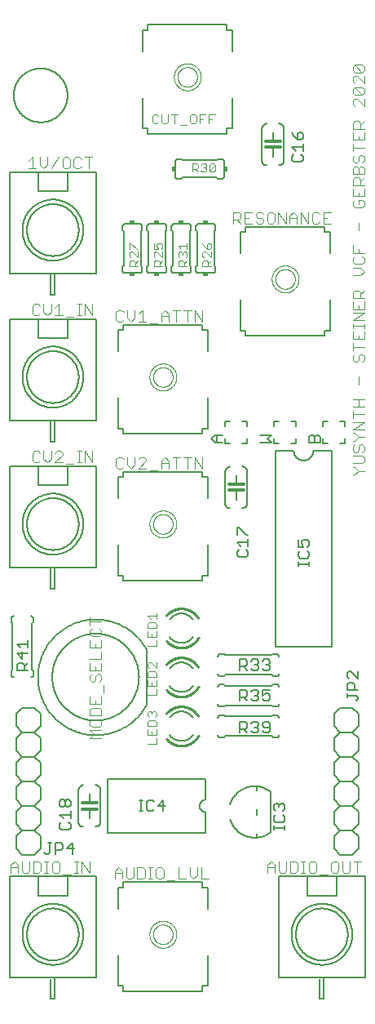
<source format=gto>
G04 EAGLE Gerber RS-274X export*
G75*
%MOMM*%
%FSLAX34Y34*%
%LPD*%
%INSilkscreen Top*%
%IPPOS*%
%AMOC8*
5,1,8,0,0,1.08239X$1,22.5*%
G01*
%ADD10C,0.127000*%
%ADD11C,0.101600*%
%ADD12C,0.152400*%
%ADD13C,0.050800*%
%ADD14C,0.203200*%
%ADD15C,0.076200*%
%ADD16R,0.508000X0.381000*%
%ADD17R,0.381000X0.508000*%
%ADD18C,0.254000*%
%ADD19C,0.304800*%


D10*
X10160Y952500D02*
X10168Y953186D01*
X10194Y953871D01*
X10236Y954555D01*
X10295Y955239D01*
X10370Y955920D01*
X10462Y956600D01*
X10571Y957277D01*
X10697Y957951D01*
X10839Y958622D01*
X10997Y959289D01*
X11172Y959952D01*
X11363Y960611D01*
X11570Y961264D01*
X11793Y961913D01*
X12032Y962555D01*
X12287Y963192D01*
X12557Y963822D01*
X12843Y964446D01*
X13143Y965062D01*
X13459Y965671D01*
X13790Y966272D01*
X14135Y966864D01*
X14495Y967448D01*
X14869Y968023D01*
X15257Y968588D01*
X15658Y969144D01*
X16074Y969690D01*
X16502Y970225D01*
X16944Y970750D01*
X17398Y971263D01*
X17865Y971766D01*
X18343Y972257D01*
X18834Y972735D01*
X19337Y973202D01*
X19850Y973656D01*
X20375Y974098D01*
X20910Y974526D01*
X21456Y974942D01*
X22012Y975343D01*
X22577Y975731D01*
X23152Y976105D01*
X23736Y976465D01*
X24328Y976810D01*
X24929Y977141D01*
X25538Y977457D01*
X26154Y977757D01*
X26778Y978043D01*
X27408Y978313D01*
X28045Y978568D01*
X28687Y978807D01*
X29336Y979030D01*
X29989Y979237D01*
X30648Y979428D01*
X31311Y979603D01*
X31978Y979761D01*
X32649Y979903D01*
X33323Y980029D01*
X34000Y980138D01*
X34680Y980230D01*
X35361Y980305D01*
X36045Y980364D01*
X36729Y980406D01*
X37414Y980432D01*
X38100Y980440D01*
X38786Y980432D01*
X39471Y980406D01*
X40155Y980364D01*
X40839Y980305D01*
X41520Y980230D01*
X42200Y980138D01*
X42877Y980029D01*
X43551Y979903D01*
X44222Y979761D01*
X44889Y979603D01*
X45552Y979428D01*
X46211Y979237D01*
X46864Y979030D01*
X47513Y978807D01*
X48155Y978568D01*
X48792Y978313D01*
X49422Y978043D01*
X50046Y977757D01*
X50662Y977457D01*
X51271Y977141D01*
X51872Y976810D01*
X52464Y976465D01*
X53048Y976105D01*
X53623Y975731D01*
X54188Y975343D01*
X54744Y974942D01*
X55290Y974526D01*
X55825Y974098D01*
X56350Y973656D01*
X56863Y973202D01*
X57366Y972735D01*
X57857Y972257D01*
X58335Y971766D01*
X58802Y971263D01*
X59256Y970750D01*
X59698Y970225D01*
X60126Y969690D01*
X60542Y969144D01*
X60943Y968588D01*
X61331Y968023D01*
X61705Y967448D01*
X62065Y966864D01*
X62410Y966272D01*
X62741Y965671D01*
X63057Y965062D01*
X63357Y964446D01*
X63643Y963822D01*
X63913Y963192D01*
X64168Y962555D01*
X64407Y961913D01*
X64630Y961264D01*
X64837Y960611D01*
X65028Y959952D01*
X65203Y959289D01*
X65361Y958622D01*
X65503Y957951D01*
X65629Y957277D01*
X65738Y956600D01*
X65830Y955920D01*
X65905Y955239D01*
X65964Y954555D01*
X66006Y953871D01*
X66032Y953186D01*
X66040Y952500D01*
X66032Y951814D01*
X66006Y951129D01*
X65964Y950445D01*
X65905Y949761D01*
X65830Y949080D01*
X65738Y948400D01*
X65629Y947723D01*
X65503Y947049D01*
X65361Y946378D01*
X65203Y945711D01*
X65028Y945048D01*
X64837Y944389D01*
X64630Y943736D01*
X64407Y943087D01*
X64168Y942445D01*
X63913Y941808D01*
X63643Y941178D01*
X63357Y940554D01*
X63057Y939938D01*
X62741Y939329D01*
X62410Y938728D01*
X62065Y938136D01*
X61705Y937552D01*
X61331Y936977D01*
X60943Y936412D01*
X60542Y935856D01*
X60126Y935310D01*
X59698Y934775D01*
X59256Y934250D01*
X58802Y933737D01*
X58335Y933234D01*
X57857Y932743D01*
X57366Y932265D01*
X56863Y931798D01*
X56350Y931344D01*
X55825Y930902D01*
X55290Y930474D01*
X54744Y930058D01*
X54188Y929657D01*
X53623Y929269D01*
X53048Y928895D01*
X52464Y928535D01*
X51872Y928190D01*
X51271Y927859D01*
X50662Y927543D01*
X50046Y927243D01*
X49422Y926957D01*
X48792Y926687D01*
X48155Y926432D01*
X47513Y926193D01*
X46864Y925970D01*
X46211Y925763D01*
X45552Y925572D01*
X44889Y925397D01*
X44222Y925239D01*
X43551Y925097D01*
X42877Y924971D01*
X42200Y924862D01*
X41520Y924770D01*
X40839Y924695D01*
X40155Y924636D01*
X39471Y924594D01*
X38786Y924568D01*
X38100Y924560D01*
X37414Y924568D01*
X36729Y924594D01*
X36045Y924636D01*
X35361Y924695D01*
X34680Y924770D01*
X34000Y924862D01*
X33323Y924971D01*
X32649Y925097D01*
X31978Y925239D01*
X31311Y925397D01*
X30648Y925572D01*
X29989Y925763D01*
X29336Y925970D01*
X28687Y926193D01*
X28045Y926432D01*
X27408Y926687D01*
X26778Y926957D01*
X26154Y927243D01*
X25538Y927543D01*
X24929Y927859D01*
X24328Y928190D01*
X23736Y928535D01*
X23152Y928895D01*
X22577Y929269D01*
X22012Y929657D01*
X21456Y930058D01*
X20910Y930474D01*
X20375Y930902D01*
X19850Y931344D01*
X19337Y931798D01*
X18834Y932265D01*
X18343Y932743D01*
X17865Y933234D01*
X17398Y933737D01*
X16944Y934250D01*
X16502Y934775D01*
X16074Y935310D01*
X15658Y935856D01*
X15257Y936412D01*
X14869Y936977D01*
X14495Y937552D01*
X14135Y938136D01*
X13790Y938728D01*
X13459Y939329D01*
X13143Y939938D01*
X12843Y940554D01*
X12557Y941178D01*
X12287Y941808D01*
X12032Y942445D01*
X11793Y943087D01*
X11570Y943736D01*
X11363Y944389D01*
X11172Y945048D01*
X10997Y945711D01*
X10839Y946378D01*
X10697Y947049D01*
X10571Y947723D01*
X10462Y948400D01*
X10370Y949080D01*
X10295Y949761D01*
X10236Y950445D01*
X10194Y951129D01*
X10168Y951814D01*
X10160Y952500D01*
D11*
X362448Y559308D02*
X364397Y559308D01*
X368295Y563206D01*
X364397Y567104D01*
X362448Y567104D01*
X368295Y563206D02*
X374142Y563206D01*
X372193Y571002D02*
X362448Y571002D01*
X372193Y571002D02*
X374142Y572951D01*
X374142Y576849D01*
X372193Y578798D01*
X362448Y578798D01*
X362448Y588543D02*
X364397Y590492D01*
X362448Y588543D02*
X362448Y584645D01*
X364397Y582696D01*
X366346Y582696D01*
X368295Y584645D01*
X368295Y588543D01*
X370244Y590492D01*
X372193Y590492D01*
X374142Y588543D01*
X374142Y584645D01*
X372193Y582696D01*
X364397Y594390D02*
X362448Y594390D01*
X364397Y594390D02*
X368295Y598288D01*
X364397Y602186D01*
X362448Y602186D01*
X368295Y598288D02*
X374142Y598288D01*
X374142Y606084D02*
X362448Y606084D01*
X374142Y613880D01*
X362448Y613880D01*
X362448Y621676D02*
X374142Y621676D01*
X362448Y617778D02*
X362448Y625574D01*
X362448Y629472D02*
X374142Y629472D01*
X368295Y629472D02*
X368295Y637268D01*
X362448Y637268D02*
X374142Y637268D01*
X368295Y652860D02*
X368295Y660656D01*
X362448Y682095D02*
X364397Y684044D01*
X362448Y682095D02*
X362448Y678197D01*
X364397Y676248D01*
X366346Y676248D01*
X368295Y678197D01*
X368295Y682095D01*
X370244Y684044D01*
X372193Y684044D01*
X374142Y682095D01*
X374142Y678197D01*
X372193Y676248D01*
X374142Y691840D02*
X362448Y691840D01*
X362448Y687942D02*
X362448Y695738D01*
X362448Y699636D02*
X362448Y707432D01*
X362448Y699636D02*
X374142Y699636D01*
X374142Y707432D01*
X368295Y703534D02*
X368295Y699636D01*
X374142Y711330D02*
X374142Y715228D01*
X374142Y713279D02*
X362448Y713279D01*
X362448Y711330D02*
X362448Y715228D01*
X362448Y719126D02*
X374142Y719126D01*
X374142Y726922D02*
X362448Y719126D01*
X362448Y726922D02*
X374142Y726922D01*
X362448Y730820D02*
X362448Y738616D01*
X362448Y730820D02*
X374142Y730820D01*
X374142Y738616D01*
X368295Y734718D02*
X368295Y730820D01*
X374142Y742514D02*
X362448Y742514D01*
X362448Y748360D01*
X364397Y750309D01*
X368295Y750309D01*
X370244Y748360D01*
X370244Y742514D01*
X370244Y746411D02*
X374142Y750309D01*
X370244Y765901D02*
X362448Y765901D01*
X370244Y765901D02*
X374142Y769799D01*
X370244Y773697D01*
X362448Y773697D01*
X362448Y783442D02*
X364397Y785391D01*
X362448Y783442D02*
X362448Y779544D01*
X364397Y777595D01*
X372193Y777595D01*
X374142Y779544D01*
X374142Y783442D01*
X372193Y785391D01*
X374142Y789289D02*
X362448Y789289D01*
X362448Y797085D01*
X368295Y793187D02*
X368295Y789289D01*
X368295Y812677D02*
X368295Y820473D01*
X362448Y841912D02*
X364397Y843861D01*
X362448Y841912D02*
X362448Y838014D01*
X364397Y836065D01*
X372193Y836065D01*
X374142Y838014D01*
X374142Y841912D01*
X372193Y843861D01*
X368295Y843861D01*
X368295Y839963D01*
X362448Y847759D02*
X362448Y855555D01*
X362448Y847759D02*
X374142Y847759D01*
X374142Y855555D01*
X368295Y851657D02*
X368295Y847759D01*
X374142Y859453D02*
X362448Y859453D01*
X362448Y865300D01*
X364397Y867249D01*
X368295Y867249D01*
X370244Y865300D01*
X370244Y859453D01*
X370244Y863351D02*
X374142Y867249D01*
X374142Y871147D02*
X362448Y871147D01*
X362448Y876994D01*
X364397Y878943D01*
X366346Y878943D01*
X368295Y876994D01*
X370244Y878943D01*
X372193Y878943D01*
X374142Y876994D01*
X374142Y871147D01*
X368295Y871147D02*
X368295Y876994D01*
X362448Y888688D02*
X364397Y890637D01*
X362448Y888688D02*
X362448Y884790D01*
X364397Y882841D01*
X366346Y882841D01*
X368295Y884790D01*
X368295Y888688D01*
X370244Y890637D01*
X372193Y890637D01*
X374142Y888688D01*
X374142Y884790D01*
X372193Y882841D01*
X374142Y898433D02*
X362448Y898433D01*
X362448Y894535D02*
X362448Y902331D01*
X362448Y906229D02*
X362448Y914025D01*
X362448Y906229D02*
X374142Y906229D01*
X374142Y914025D01*
X368295Y910127D02*
X368295Y906229D01*
X374142Y917923D02*
X362448Y917923D01*
X362448Y923770D01*
X364397Y925719D01*
X368295Y925719D01*
X370244Y923770D01*
X370244Y917923D01*
X370244Y921821D02*
X374142Y925719D01*
X374142Y941311D02*
X374142Y949107D01*
X374142Y941311D02*
X366346Y949107D01*
X364397Y949107D01*
X362448Y947158D01*
X362448Y943260D01*
X364397Y941311D01*
X364397Y953005D02*
X372193Y953005D01*
X364397Y953005D02*
X362448Y954954D01*
X362448Y958852D01*
X364397Y960801D01*
X372193Y960801D01*
X374142Y958852D01*
X374142Y954954D01*
X372193Y953005D01*
X364397Y960801D01*
X374142Y964699D02*
X374142Y972495D01*
X374142Y964699D02*
X366346Y972495D01*
X364397Y972495D01*
X362448Y970546D01*
X362448Y966648D01*
X364397Y964699D01*
X364397Y976393D02*
X372193Y976393D01*
X364397Y976393D02*
X362448Y978342D01*
X362448Y982240D01*
X364397Y984189D01*
X372193Y984189D01*
X374142Y982240D01*
X374142Y978342D01*
X372193Y976393D01*
X364397Y984189D01*
D12*
X12700Y260350D02*
X12700Y247650D01*
X12700Y260350D02*
X19050Y266700D01*
X31750Y266700D01*
X38100Y260350D01*
X19050Y266700D02*
X12700Y273050D01*
X12700Y285750D01*
X19050Y292100D01*
X31750Y292100D01*
X38100Y285750D01*
X38100Y273050D01*
X31750Y266700D01*
X12700Y222250D02*
X19050Y215900D01*
X12700Y222250D02*
X12700Y234950D01*
X19050Y241300D01*
X31750Y241300D01*
X38100Y234950D01*
X38100Y222250D01*
X31750Y215900D01*
X19050Y241300D02*
X12700Y247650D01*
X31750Y241300D02*
X38100Y247650D01*
X38100Y260350D01*
X12700Y184150D02*
X12700Y171450D01*
X12700Y184150D02*
X19050Y190500D01*
X31750Y190500D01*
X38100Y184150D01*
X19050Y190500D02*
X12700Y196850D01*
X12700Y209550D01*
X19050Y215900D01*
X31750Y215900D01*
X38100Y209550D01*
X38100Y196850D01*
X31750Y190500D01*
X31750Y165100D02*
X19050Y165100D01*
X12700Y171450D01*
X31750Y165100D02*
X38100Y171450D01*
X38100Y184150D01*
X12700Y298450D02*
X12700Y311150D01*
X19050Y317500D01*
X31750Y317500D01*
X38100Y311150D01*
X19050Y292100D02*
X12700Y298450D01*
X31750Y292100D02*
X38100Y298450D01*
X38100Y311150D01*
D10*
X41753Y167642D02*
X43660Y165735D01*
X45566Y165735D01*
X47473Y167642D01*
X47473Y177175D01*
X45566Y177175D02*
X49380Y177175D01*
X53447Y177175D02*
X53447Y165735D01*
X53447Y177175D02*
X59167Y177175D01*
X61074Y175268D01*
X61074Y171455D01*
X59167Y169548D01*
X53447Y169548D01*
X70861Y165735D02*
X70861Y177175D01*
X65141Y171455D01*
X72767Y171455D01*
X35800Y142550D02*
X5800Y142550D01*
X35800Y142550D02*
X65800Y142550D01*
X95800Y142550D01*
X5800Y142550D02*
X5800Y37550D01*
X52800Y37550D01*
X95800Y37550D01*
X95800Y142550D01*
X19177Y82550D02*
X19187Y83326D01*
X19215Y84102D01*
X19263Y84876D01*
X19329Y85650D01*
X19415Y86421D01*
X19519Y87190D01*
X19643Y87956D01*
X19785Y88719D01*
X19945Y89479D01*
X20125Y90234D01*
X20323Y90984D01*
X20539Y91730D01*
X20773Y92470D01*
X21026Y93203D01*
X21296Y93931D01*
X21584Y94652D01*
X21890Y95365D01*
X22213Y96071D01*
X22554Y96768D01*
X22911Y97457D01*
X23285Y98137D01*
X23676Y98807D01*
X24083Y99468D01*
X24506Y100119D01*
X24946Y100759D01*
X25400Y101388D01*
X25870Y102005D01*
X26355Y102611D01*
X26855Y103205D01*
X27369Y103787D01*
X27897Y104355D01*
X28439Y104911D01*
X28995Y105453D01*
X29563Y105981D01*
X30145Y106495D01*
X30739Y106995D01*
X31345Y107480D01*
X31962Y107950D01*
X32591Y108404D01*
X33231Y108844D01*
X33882Y109267D01*
X34543Y109674D01*
X35213Y110065D01*
X35893Y110439D01*
X36582Y110796D01*
X37279Y111137D01*
X37985Y111460D01*
X38698Y111766D01*
X39419Y112054D01*
X40147Y112324D01*
X40880Y112577D01*
X41620Y112811D01*
X42366Y113027D01*
X43116Y113225D01*
X43871Y113405D01*
X44631Y113565D01*
X45394Y113707D01*
X46160Y113831D01*
X46929Y113935D01*
X47700Y114021D01*
X48474Y114087D01*
X49248Y114135D01*
X50024Y114163D01*
X50800Y114173D01*
X51576Y114163D01*
X52352Y114135D01*
X53126Y114087D01*
X53900Y114021D01*
X54671Y113935D01*
X55440Y113831D01*
X56206Y113707D01*
X56969Y113565D01*
X57729Y113405D01*
X58484Y113225D01*
X59234Y113027D01*
X59980Y112811D01*
X60720Y112577D01*
X61453Y112324D01*
X62181Y112054D01*
X62902Y111766D01*
X63615Y111460D01*
X64321Y111137D01*
X65018Y110796D01*
X65707Y110439D01*
X66387Y110065D01*
X67057Y109674D01*
X67718Y109267D01*
X68369Y108844D01*
X69009Y108404D01*
X69638Y107950D01*
X70255Y107480D01*
X70861Y106995D01*
X71455Y106495D01*
X72037Y105981D01*
X72605Y105453D01*
X73161Y104911D01*
X73703Y104355D01*
X74231Y103787D01*
X74745Y103205D01*
X75245Y102611D01*
X75730Y102005D01*
X76200Y101388D01*
X76654Y100759D01*
X77094Y100119D01*
X77517Y99468D01*
X77924Y98807D01*
X78315Y98137D01*
X78689Y97457D01*
X79046Y96768D01*
X79387Y96071D01*
X79710Y95365D01*
X80016Y94652D01*
X80304Y93931D01*
X80574Y93203D01*
X80827Y92470D01*
X81061Y91730D01*
X81277Y90984D01*
X81475Y90234D01*
X81655Y89479D01*
X81815Y88719D01*
X81957Y87956D01*
X82081Y87190D01*
X82185Y86421D01*
X82271Y85650D01*
X82337Y84876D01*
X82385Y84102D01*
X82413Y83326D01*
X82423Y82550D01*
X82413Y81774D01*
X82385Y80998D01*
X82337Y80224D01*
X82271Y79450D01*
X82185Y78679D01*
X82081Y77910D01*
X81957Y77144D01*
X81815Y76381D01*
X81655Y75621D01*
X81475Y74866D01*
X81277Y74116D01*
X81061Y73370D01*
X80827Y72630D01*
X80574Y71897D01*
X80304Y71169D01*
X80016Y70448D01*
X79710Y69735D01*
X79387Y69029D01*
X79046Y68332D01*
X78689Y67643D01*
X78315Y66963D01*
X77924Y66293D01*
X77517Y65632D01*
X77094Y64981D01*
X76654Y64341D01*
X76200Y63712D01*
X75730Y63095D01*
X75245Y62489D01*
X74745Y61895D01*
X74231Y61313D01*
X73703Y60745D01*
X73161Y60189D01*
X72605Y59647D01*
X72037Y59119D01*
X71455Y58605D01*
X70861Y58105D01*
X70255Y57620D01*
X69638Y57150D01*
X69009Y56696D01*
X68369Y56256D01*
X67718Y55833D01*
X67057Y55426D01*
X66387Y55035D01*
X65707Y54661D01*
X65018Y54304D01*
X64321Y53963D01*
X63615Y53640D01*
X62902Y53334D01*
X62181Y53046D01*
X61453Y52776D01*
X60720Y52523D01*
X59980Y52289D01*
X59234Y52073D01*
X58484Y51875D01*
X57729Y51695D01*
X56969Y51535D01*
X56206Y51393D01*
X55440Y51269D01*
X54671Y51165D01*
X53900Y51079D01*
X53126Y51013D01*
X52352Y50965D01*
X51576Y50937D01*
X50800Y50927D01*
X50024Y50937D01*
X49248Y50965D01*
X48474Y51013D01*
X47700Y51079D01*
X46929Y51165D01*
X46160Y51269D01*
X45394Y51393D01*
X44631Y51535D01*
X43871Y51695D01*
X43116Y51875D01*
X42366Y52073D01*
X41620Y52289D01*
X40880Y52523D01*
X40147Y52776D01*
X39419Y53046D01*
X38698Y53334D01*
X37985Y53640D01*
X37279Y53963D01*
X36582Y54304D01*
X35893Y54661D01*
X35213Y55035D01*
X34543Y55426D01*
X33882Y55833D01*
X33231Y56256D01*
X32591Y56696D01*
X31962Y57150D01*
X31345Y57620D01*
X30739Y58105D01*
X30145Y58605D01*
X29563Y59119D01*
X28995Y59647D01*
X28439Y60189D01*
X27897Y60745D01*
X27369Y61313D01*
X26855Y61895D01*
X26355Y62489D01*
X25870Y63095D01*
X25400Y63712D01*
X24946Y64341D01*
X24506Y64981D01*
X24083Y65632D01*
X23676Y66293D01*
X23285Y66963D01*
X22911Y67643D01*
X22554Y68332D01*
X22213Y69029D01*
X21890Y69735D01*
X21584Y70448D01*
X21296Y71169D01*
X21026Y71897D01*
X20773Y72630D01*
X20539Y73370D01*
X20323Y74116D01*
X20125Y74866D01*
X19945Y75621D01*
X19785Y76381D01*
X19643Y77144D01*
X19519Y77910D01*
X19415Y78679D01*
X19329Y79450D01*
X19263Y80224D01*
X19215Y80998D01*
X19187Y81774D01*
X19177Y82550D01*
X35800Y122550D02*
X35800Y142550D01*
X35800Y122550D02*
X65800Y122550D01*
X65800Y142550D01*
X23893Y82550D02*
X23901Y83210D01*
X23925Y83870D01*
X23966Y84529D01*
X24023Y85187D01*
X24095Y85844D01*
X24184Y86498D01*
X24289Y87150D01*
X24410Y87799D01*
X24547Y88445D01*
X24699Y89088D01*
X24868Y89726D01*
X25052Y90361D01*
X25251Y90990D01*
X25466Y91615D01*
X25696Y92234D01*
X25941Y92847D01*
X26201Y93454D01*
X26476Y94054D01*
X26766Y94648D01*
X27070Y95234D01*
X27389Y95812D01*
X27721Y96383D01*
X28068Y96945D01*
X28428Y97499D01*
X28801Y98043D01*
X29188Y98578D01*
X29588Y99104D01*
X30001Y99620D01*
X30426Y100125D01*
X30863Y100620D01*
X31313Y101103D01*
X31774Y101576D01*
X32247Y102037D01*
X32730Y102487D01*
X33225Y102924D01*
X33730Y103349D01*
X34246Y103762D01*
X34772Y104162D01*
X35307Y104549D01*
X35851Y104922D01*
X36405Y105282D01*
X36967Y105629D01*
X37538Y105961D01*
X38116Y106280D01*
X38702Y106584D01*
X39296Y106874D01*
X39896Y107149D01*
X40503Y107409D01*
X41116Y107654D01*
X41735Y107884D01*
X42360Y108099D01*
X42989Y108298D01*
X43624Y108482D01*
X44262Y108651D01*
X44905Y108803D01*
X45551Y108940D01*
X46200Y109061D01*
X46852Y109166D01*
X47506Y109255D01*
X48163Y109327D01*
X48821Y109384D01*
X49480Y109425D01*
X50140Y109449D01*
X50800Y109457D01*
X51460Y109449D01*
X52120Y109425D01*
X52779Y109384D01*
X53437Y109327D01*
X54094Y109255D01*
X54748Y109166D01*
X55400Y109061D01*
X56049Y108940D01*
X56695Y108803D01*
X57338Y108651D01*
X57976Y108482D01*
X58611Y108298D01*
X59240Y108099D01*
X59865Y107884D01*
X60484Y107654D01*
X61097Y107409D01*
X61704Y107149D01*
X62304Y106874D01*
X62898Y106584D01*
X63484Y106280D01*
X64062Y105961D01*
X64633Y105629D01*
X65195Y105282D01*
X65749Y104922D01*
X66293Y104549D01*
X66828Y104162D01*
X67354Y103762D01*
X67870Y103349D01*
X68375Y102924D01*
X68870Y102487D01*
X69353Y102037D01*
X69826Y101576D01*
X70287Y101103D01*
X70737Y100620D01*
X71174Y100125D01*
X71599Y99620D01*
X72012Y99104D01*
X72412Y98578D01*
X72799Y98043D01*
X73172Y97499D01*
X73532Y96945D01*
X73879Y96383D01*
X74211Y95812D01*
X74530Y95234D01*
X74834Y94648D01*
X75124Y94054D01*
X75399Y93454D01*
X75659Y92847D01*
X75904Y92234D01*
X76134Y91615D01*
X76349Y90990D01*
X76548Y90361D01*
X76732Y89726D01*
X76901Y89088D01*
X77053Y88445D01*
X77190Y87799D01*
X77311Y87150D01*
X77416Y86498D01*
X77505Y85844D01*
X77577Y85187D01*
X77634Y84529D01*
X77675Y83870D01*
X77699Y83210D01*
X77707Y82550D01*
X77699Y81890D01*
X77675Y81230D01*
X77634Y80571D01*
X77577Y79913D01*
X77505Y79256D01*
X77416Y78602D01*
X77311Y77950D01*
X77190Y77301D01*
X77053Y76655D01*
X76901Y76012D01*
X76732Y75374D01*
X76548Y74739D01*
X76349Y74110D01*
X76134Y73485D01*
X75904Y72866D01*
X75659Y72253D01*
X75399Y71646D01*
X75124Y71046D01*
X74834Y70452D01*
X74530Y69866D01*
X74211Y69288D01*
X73879Y68717D01*
X73532Y68155D01*
X73172Y67601D01*
X72799Y67057D01*
X72412Y66522D01*
X72012Y65996D01*
X71599Y65480D01*
X71174Y64975D01*
X70737Y64480D01*
X70287Y63997D01*
X69826Y63524D01*
X69353Y63063D01*
X68870Y62613D01*
X68375Y62176D01*
X67870Y61751D01*
X67354Y61338D01*
X66828Y60938D01*
X66293Y60551D01*
X65749Y60178D01*
X65195Y59818D01*
X64633Y59471D01*
X64062Y59139D01*
X63484Y58820D01*
X62898Y58516D01*
X62304Y58226D01*
X61704Y57951D01*
X61097Y57691D01*
X60484Y57446D01*
X59865Y57216D01*
X59240Y57001D01*
X58611Y56802D01*
X57976Y56618D01*
X57338Y56449D01*
X56695Y56297D01*
X56049Y56160D01*
X55400Y56039D01*
X54748Y55934D01*
X54094Y55845D01*
X53437Y55773D01*
X52779Y55716D01*
X52120Y55675D01*
X51460Y55651D01*
X50800Y55643D01*
X50140Y55651D01*
X49480Y55675D01*
X48821Y55716D01*
X48163Y55773D01*
X47506Y55845D01*
X46852Y55934D01*
X46200Y56039D01*
X45551Y56160D01*
X44905Y56297D01*
X44262Y56449D01*
X43624Y56618D01*
X42989Y56802D01*
X42360Y57001D01*
X41735Y57216D01*
X41116Y57446D01*
X40503Y57691D01*
X39896Y57951D01*
X39296Y58226D01*
X38702Y58516D01*
X38116Y58820D01*
X37538Y59139D01*
X36967Y59471D01*
X36405Y59818D01*
X35851Y60178D01*
X35307Y60551D01*
X34772Y60938D01*
X34246Y61338D01*
X33730Y61751D01*
X33225Y62176D01*
X32730Y62613D01*
X32247Y63063D01*
X31774Y63524D01*
X31313Y63997D01*
X30863Y64480D01*
X30426Y64975D01*
X30001Y65480D01*
X29588Y65996D01*
X29188Y66522D01*
X28801Y67057D01*
X28428Y67601D01*
X28068Y68155D01*
X27721Y68717D01*
X27389Y69288D01*
X27070Y69866D01*
X26766Y70452D01*
X26476Y71046D01*
X26201Y71646D01*
X25941Y72253D01*
X25696Y72866D01*
X25466Y73485D01*
X25251Y74110D01*
X25052Y74739D01*
X24868Y75374D01*
X24699Y76012D01*
X24547Y76655D01*
X24410Y77301D01*
X24289Y77950D01*
X24184Y78602D01*
X24095Y79256D01*
X24023Y79913D01*
X23966Y80571D01*
X23925Y81230D01*
X23901Y81890D01*
X23893Y82550D01*
X48800Y36550D02*
X48800Y15550D01*
X52800Y15550D01*
X52800Y37550D01*
D11*
X6858Y146558D02*
X6858Y154354D01*
X10756Y158252D01*
X14654Y154354D01*
X14654Y146558D01*
X14654Y152405D02*
X6858Y152405D01*
X18552Y148507D02*
X18552Y158252D01*
X18552Y148507D02*
X20501Y146558D01*
X24399Y146558D01*
X26348Y148507D01*
X26348Y158252D01*
X30246Y158252D02*
X30246Y146558D01*
X36093Y146558D01*
X38042Y148507D01*
X38042Y156303D01*
X36093Y158252D01*
X30246Y158252D01*
X41940Y146558D02*
X45838Y146558D01*
X43889Y146558D02*
X43889Y158252D01*
X41940Y158252D02*
X45838Y158252D01*
X51685Y158252D02*
X55583Y158252D01*
X51685Y158252D02*
X49736Y156303D01*
X49736Y148507D01*
X51685Y146558D01*
X55583Y146558D01*
X57532Y148507D01*
X57532Y156303D01*
X55583Y158252D01*
X61430Y144609D02*
X69226Y144609D01*
X73124Y146558D02*
X77022Y146558D01*
X75073Y146558D02*
X75073Y158252D01*
X73124Y158252D02*
X77022Y158252D01*
X80920Y158252D02*
X80920Y146558D01*
X88716Y146558D02*
X80920Y158252D01*
X88716Y158252D02*
X88716Y146558D01*
D10*
X35800Y720400D02*
X5800Y720400D01*
X35800Y720400D02*
X65800Y720400D01*
X95800Y720400D01*
X5800Y720400D02*
X5800Y615400D01*
X52800Y615400D01*
X95800Y615400D01*
X95800Y720400D01*
X19177Y660400D02*
X19187Y661176D01*
X19215Y661952D01*
X19263Y662726D01*
X19329Y663500D01*
X19415Y664271D01*
X19519Y665040D01*
X19643Y665806D01*
X19785Y666569D01*
X19945Y667329D01*
X20125Y668084D01*
X20323Y668834D01*
X20539Y669580D01*
X20773Y670320D01*
X21026Y671053D01*
X21296Y671781D01*
X21584Y672502D01*
X21890Y673215D01*
X22213Y673921D01*
X22554Y674618D01*
X22911Y675307D01*
X23285Y675987D01*
X23676Y676657D01*
X24083Y677318D01*
X24506Y677969D01*
X24946Y678609D01*
X25400Y679238D01*
X25870Y679855D01*
X26355Y680461D01*
X26855Y681055D01*
X27369Y681637D01*
X27897Y682205D01*
X28439Y682761D01*
X28995Y683303D01*
X29563Y683831D01*
X30145Y684345D01*
X30739Y684845D01*
X31345Y685330D01*
X31962Y685800D01*
X32591Y686254D01*
X33231Y686694D01*
X33882Y687117D01*
X34543Y687524D01*
X35213Y687915D01*
X35893Y688289D01*
X36582Y688646D01*
X37279Y688987D01*
X37985Y689310D01*
X38698Y689616D01*
X39419Y689904D01*
X40147Y690174D01*
X40880Y690427D01*
X41620Y690661D01*
X42366Y690877D01*
X43116Y691075D01*
X43871Y691255D01*
X44631Y691415D01*
X45394Y691557D01*
X46160Y691681D01*
X46929Y691785D01*
X47700Y691871D01*
X48474Y691937D01*
X49248Y691985D01*
X50024Y692013D01*
X50800Y692023D01*
X51576Y692013D01*
X52352Y691985D01*
X53126Y691937D01*
X53900Y691871D01*
X54671Y691785D01*
X55440Y691681D01*
X56206Y691557D01*
X56969Y691415D01*
X57729Y691255D01*
X58484Y691075D01*
X59234Y690877D01*
X59980Y690661D01*
X60720Y690427D01*
X61453Y690174D01*
X62181Y689904D01*
X62902Y689616D01*
X63615Y689310D01*
X64321Y688987D01*
X65018Y688646D01*
X65707Y688289D01*
X66387Y687915D01*
X67057Y687524D01*
X67718Y687117D01*
X68369Y686694D01*
X69009Y686254D01*
X69638Y685800D01*
X70255Y685330D01*
X70861Y684845D01*
X71455Y684345D01*
X72037Y683831D01*
X72605Y683303D01*
X73161Y682761D01*
X73703Y682205D01*
X74231Y681637D01*
X74745Y681055D01*
X75245Y680461D01*
X75730Y679855D01*
X76200Y679238D01*
X76654Y678609D01*
X77094Y677969D01*
X77517Y677318D01*
X77924Y676657D01*
X78315Y675987D01*
X78689Y675307D01*
X79046Y674618D01*
X79387Y673921D01*
X79710Y673215D01*
X80016Y672502D01*
X80304Y671781D01*
X80574Y671053D01*
X80827Y670320D01*
X81061Y669580D01*
X81277Y668834D01*
X81475Y668084D01*
X81655Y667329D01*
X81815Y666569D01*
X81957Y665806D01*
X82081Y665040D01*
X82185Y664271D01*
X82271Y663500D01*
X82337Y662726D01*
X82385Y661952D01*
X82413Y661176D01*
X82423Y660400D01*
X82413Y659624D01*
X82385Y658848D01*
X82337Y658074D01*
X82271Y657300D01*
X82185Y656529D01*
X82081Y655760D01*
X81957Y654994D01*
X81815Y654231D01*
X81655Y653471D01*
X81475Y652716D01*
X81277Y651966D01*
X81061Y651220D01*
X80827Y650480D01*
X80574Y649747D01*
X80304Y649019D01*
X80016Y648298D01*
X79710Y647585D01*
X79387Y646879D01*
X79046Y646182D01*
X78689Y645493D01*
X78315Y644813D01*
X77924Y644143D01*
X77517Y643482D01*
X77094Y642831D01*
X76654Y642191D01*
X76200Y641562D01*
X75730Y640945D01*
X75245Y640339D01*
X74745Y639745D01*
X74231Y639163D01*
X73703Y638595D01*
X73161Y638039D01*
X72605Y637497D01*
X72037Y636969D01*
X71455Y636455D01*
X70861Y635955D01*
X70255Y635470D01*
X69638Y635000D01*
X69009Y634546D01*
X68369Y634106D01*
X67718Y633683D01*
X67057Y633276D01*
X66387Y632885D01*
X65707Y632511D01*
X65018Y632154D01*
X64321Y631813D01*
X63615Y631490D01*
X62902Y631184D01*
X62181Y630896D01*
X61453Y630626D01*
X60720Y630373D01*
X59980Y630139D01*
X59234Y629923D01*
X58484Y629725D01*
X57729Y629545D01*
X56969Y629385D01*
X56206Y629243D01*
X55440Y629119D01*
X54671Y629015D01*
X53900Y628929D01*
X53126Y628863D01*
X52352Y628815D01*
X51576Y628787D01*
X50800Y628777D01*
X50024Y628787D01*
X49248Y628815D01*
X48474Y628863D01*
X47700Y628929D01*
X46929Y629015D01*
X46160Y629119D01*
X45394Y629243D01*
X44631Y629385D01*
X43871Y629545D01*
X43116Y629725D01*
X42366Y629923D01*
X41620Y630139D01*
X40880Y630373D01*
X40147Y630626D01*
X39419Y630896D01*
X38698Y631184D01*
X37985Y631490D01*
X37279Y631813D01*
X36582Y632154D01*
X35893Y632511D01*
X35213Y632885D01*
X34543Y633276D01*
X33882Y633683D01*
X33231Y634106D01*
X32591Y634546D01*
X31962Y635000D01*
X31345Y635470D01*
X30739Y635955D01*
X30145Y636455D01*
X29563Y636969D01*
X28995Y637497D01*
X28439Y638039D01*
X27897Y638595D01*
X27369Y639163D01*
X26855Y639745D01*
X26355Y640339D01*
X25870Y640945D01*
X25400Y641562D01*
X24946Y642191D01*
X24506Y642831D01*
X24083Y643482D01*
X23676Y644143D01*
X23285Y644813D01*
X22911Y645493D01*
X22554Y646182D01*
X22213Y646879D01*
X21890Y647585D01*
X21584Y648298D01*
X21296Y649019D01*
X21026Y649747D01*
X20773Y650480D01*
X20539Y651220D01*
X20323Y651966D01*
X20125Y652716D01*
X19945Y653471D01*
X19785Y654231D01*
X19643Y654994D01*
X19519Y655760D01*
X19415Y656529D01*
X19329Y657300D01*
X19263Y658074D01*
X19215Y658848D01*
X19187Y659624D01*
X19177Y660400D01*
X35800Y700400D02*
X35800Y720400D01*
X35800Y700400D02*
X65800Y700400D01*
X65800Y720400D01*
X23893Y660400D02*
X23901Y661060D01*
X23925Y661720D01*
X23966Y662379D01*
X24023Y663037D01*
X24095Y663694D01*
X24184Y664348D01*
X24289Y665000D01*
X24410Y665649D01*
X24547Y666295D01*
X24699Y666938D01*
X24868Y667576D01*
X25052Y668211D01*
X25251Y668840D01*
X25466Y669465D01*
X25696Y670084D01*
X25941Y670697D01*
X26201Y671304D01*
X26476Y671904D01*
X26766Y672498D01*
X27070Y673084D01*
X27389Y673662D01*
X27721Y674233D01*
X28068Y674795D01*
X28428Y675349D01*
X28801Y675893D01*
X29188Y676428D01*
X29588Y676954D01*
X30001Y677470D01*
X30426Y677975D01*
X30863Y678470D01*
X31313Y678953D01*
X31774Y679426D01*
X32247Y679887D01*
X32730Y680337D01*
X33225Y680774D01*
X33730Y681199D01*
X34246Y681612D01*
X34772Y682012D01*
X35307Y682399D01*
X35851Y682772D01*
X36405Y683132D01*
X36967Y683479D01*
X37538Y683811D01*
X38116Y684130D01*
X38702Y684434D01*
X39296Y684724D01*
X39896Y684999D01*
X40503Y685259D01*
X41116Y685504D01*
X41735Y685734D01*
X42360Y685949D01*
X42989Y686148D01*
X43624Y686332D01*
X44262Y686501D01*
X44905Y686653D01*
X45551Y686790D01*
X46200Y686911D01*
X46852Y687016D01*
X47506Y687105D01*
X48163Y687177D01*
X48821Y687234D01*
X49480Y687275D01*
X50140Y687299D01*
X50800Y687307D01*
X51460Y687299D01*
X52120Y687275D01*
X52779Y687234D01*
X53437Y687177D01*
X54094Y687105D01*
X54748Y687016D01*
X55400Y686911D01*
X56049Y686790D01*
X56695Y686653D01*
X57338Y686501D01*
X57976Y686332D01*
X58611Y686148D01*
X59240Y685949D01*
X59865Y685734D01*
X60484Y685504D01*
X61097Y685259D01*
X61704Y684999D01*
X62304Y684724D01*
X62898Y684434D01*
X63484Y684130D01*
X64062Y683811D01*
X64633Y683479D01*
X65195Y683132D01*
X65749Y682772D01*
X66293Y682399D01*
X66828Y682012D01*
X67354Y681612D01*
X67870Y681199D01*
X68375Y680774D01*
X68870Y680337D01*
X69353Y679887D01*
X69826Y679426D01*
X70287Y678953D01*
X70737Y678470D01*
X71174Y677975D01*
X71599Y677470D01*
X72012Y676954D01*
X72412Y676428D01*
X72799Y675893D01*
X73172Y675349D01*
X73532Y674795D01*
X73879Y674233D01*
X74211Y673662D01*
X74530Y673084D01*
X74834Y672498D01*
X75124Y671904D01*
X75399Y671304D01*
X75659Y670697D01*
X75904Y670084D01*
X76134Y669465D01*
X76349Y668840D01*
X76548Y668211D01*
X76732Y667576D01*
X76901Y666938D01*
X77053Y666295D01*
X77190Y665649D01*
X77311Y665000D01*
X77416Y664348D01*
X77505Y663694D01*
X77577Y663037D01*
X77634Y662379D01*
X77675Y661720D01*
X77699Y661060D01*
X77707Y660400D01*
X77699Y659740D01*
X77675Y659080D01*
X77634Y658421D01*
X77577Y657763D01*
X77505Y657106D01*
X77416Y656452D01*
X77311Y655800D01*
X77190Y655151D01*
X77053Y654505D01*
X76901Y653862D01*
X76732Y653224D01*
X76548Y652589D01*
X76349Y651960D01*
X76134Y651335D01*
X75904Y650716D01*
X75659Y650103D01*
X75399Y649496D01*
X75124Y648896D01*
X74834Y648302D01*
X74530Y647716D01*
X74211Y647138D01*
X73879Y646567D01*
X73532Y646005D01*
X73172Y645451D01*
X72799Y644907D01*
X72412Y644372D01*
X72012Y643846D01*
X71599Y643330D01*
X71174Y642825D01*
X70737Y642330D01*
X70287Y641847D01*
X69826Y641374D01*
X69353Y640913D01*
X68870Y640463D01*
X68375Y640026D01*
X67870Y639601D01*
X67354Y639188D01*
X66828Y638788D01*
X66293Y638401D01*
X65749Y638028D01*
X65195Y637668D01*
X64633Y637321D01*
X64062Y636989D01*
X63484Y636670D01*
X62898Y636366D01*
X62304Y636076D01*
X61704Y635801D01*
X61097Y635541D01*
X60484Y635296D01*
X59865Y635066D01*
X59240Y634851D01*
X58611Y634652D01*
X57976Y634468D01*
X57338Y634299D01*
X56695Y634147D01*
X56049Y634010D01*
X55400Y633889D01*
X54748Y633784D01*
X54094Y633695D01*
X53437Y633623D01*
X52779Y633566D01*
X52120Y633525D01*
X51460Y633501D01*
X50800Y633493D01*
X50140Y633501D01*
X49480Y633525D01*
X48821Y633566D01*
X48163Y633623D01*
X47506Y633695D01*
X46852Y633784D01*
X46200Y633889D01*
X45551Y634010D01*
X44905Y634147D01*
X44262Y634299D01*
X43624Y634468D01*
X42989Y634652D01*
X42360Y634851D01*
X41735Y635066D01*
X41116Y635296D01*
X40503Y635541D01*
X39896Y635801D01*
X39296Y636076D01*
X38702Y636366D01*
X38116Y636670D01*
X37538Y636989D01*
X36967Y637321D01*
X36405Y637668D01*
X35851Y638028D01*
X35307Y638401D01*
X34772Y638788D01*
X34246Y639188D01*
X33730Y639601D01*
X33225Y640026D01*
X32730Y640463D01*
X32247Y640913D01*
X31774Y641374D01*
X31313Y641847D01*
X30863Y642330D01*
X30426Y642825D01*
X30001Y643330D01*
X29588Y643846D01*
X29188Y644372D01*
X28801Y644907D01*
X28428Y645451D01*
X28068Y646005D01*
X27721Y646567D01*
X27389Y647138D01*
X27070Y647716D01*
X26766Y648302D01*
X26476Y648896D01*
X26201Y649496D01*
X25941Y650103D01*
X25696Y650716D01*
X25466Y651335D01*
X25251Y651960D01*
X25052Y652589D01*
X24868Y653224D01*
X24699Y653862D01*
X24547Y654505D01*
X24410Y655151D01*
X24289Y655800D01*
X24184Y656452D01*
X24095Y657106D01*
X24023Y657763D01*
X23966Y658421D01*
X23925Y659080D01*
X23901Y659740D01*
X23893Y660400D01*
X48800Y614400D02*
X48800Y593400D01*
X52800Y593400D01*
X52800Y615400D01*
D11*
X37288Y734153D02*
X35339Y736102D01*
X31441Y736102D01*
X29492Y734153D01*
X29492Y726357D01*
X31441Y724408D01*
X35339Y724408D01*
X37288Y726357D01*
X41186Y728306D02*
X41186Y736102D01*
X41186Y728306D02*
X45084Y724408D01*
X48982Y728306D01*
X48982Y736102D01*
X52880Y732204D02*
X56778Y736102D01*
X56778Y724408D01*
X52880Y724408D02*
X60676Y724408D01*
X64574Y722459D02*
X72370Y722459D01*
X76268Y724408D02*
X80166Y724408D01*
X78217Y724408D02*
X78217Y736102D01*
X76268Y736102D02*
X80166Y736102D01*
X84064Y736102D02*
X84064Y724408D01*
X91860Y724408D02*
X84064Y736102D01*
X91860Y736102D02*
X91860Y724408D01*
D10*
X35800Y568000D02*
X5800Y568000D01*
X35800Y568000D02*
X65800Y568000D01*
X95800Y568000D01*
X5800Y568000D02*
X5800Y463000D01*
X52800Y463000D01*
X95800Y463000D01*
X95800Y568000D01*
X19177Y508000D02*
X19187Y508776D01*
X19215Y509552D01*
X19263Y510326D01*
X19329Y511100D01*
X19415Y511871D01*
X19519Y512640D01*
X19643Y513406D01*
X19785Y514169D01*
X19945Y514929D01*
X20125Y515684D01*
X20323Y516434D01*
X20539Y517180D01*
X20773Y517920D01*
X21026Y518653D01*
X21296Y519381D01*
X21584Y520102D01*
X21890Y520815D01*
X22213Y521521D01*
X22554Y522218D01*
X22911Y522907D01*
X23285Y523587D01*
X23676Y524257D01*
X24083Y524918D01*
X24506Y525569D01*
X24946Y526209D01*
X25400Y526838D01*
X25870Y527455D01*
X26355Y528061D01*
X26855Y528655D01*
X27369Y529237D01*
X27897Y529805D01*
X28439Y530361D01*
X28995Y530903D01*
X29563Y531431D01*
X30145Y531945D01*
X30739Y532445D01*
X31345Y532930D01*
X31962Y533400D01*
X32591Y533854D01*
X33231Y534294D01*
X33882Y534717D01*
X34543Y535124D01*
X35213Y535515D01*
X35893Y535889D01*
X36582Y536246D01*
X37279Y536587D01*
X37985Y536910D01*
X38698Y537216D01*
X39419Y537504D01*
X40147Y537774D01*
X40880Y538027D01*
X41620Y538261D01*
X42366Y538477D01*
X43116Y538675D01*
X43871Y538855D01*
X44631Y539015D01*
X45394Y539157D01*
X46160Y539281D01*
X46929Y539385D01*
X47700Y539471D01*
X48474Y539537D01*
X49248Y539585D01*
X50024Y539613D01*
X50800Y539623D01*
X51576Y539613D01*
X52352Y539585D01*
X53126Y539537D01*
X53900Y539471D01*
X54671Y539385D01*
X55440Y539281D01*
X56206Y539157D01*
X56969Y539015D01*
X57729Y538855D01*
X58484Y538675D01*
X59234Y538477D01*
X59980Y538261D01*
X60720Y538027D01*
X61453Y537774D01*
X62181Y537504D01*
X62902Y537216D01*
X63615Y536910D01*
X64321Y536587D01*
X65018Y536246D01*
X65707Y535889D01*
X66387Y535515D01*
X67057Y535124D01*
X67718Y534717D01*
X68369Y534294D01*
X69009Y533854D01*
X69638Y533400D01*
X70255Y532930D01*
X70861Y532445D01*
X71455Y531945D01*
X72037Y531431D01*
X72605Y530903D01*
X73161Y530361D01*
X73703Y529805D01*
X74231Y529237D01*
X74745Y528655D01*
X75245Y528061D01*
X75730Y527455D01*
X76200Y526838D01*
X76654Y526209D01*
X77094Y525569D01*
X77517Y524918D01*
X77924Y524257D01*
X78315Y523587D01*
X78689Y522907D01*
X79046Y522218D01*
X79387Y521521D01*
X79710Y520815D01*
X80016Y520102D01*
X80304Y519381D01*
X80574Y518653D01*
X80827Y517920D01*
X81061Y517180D01*
X81277Y516434D01*
X81475Y515684D01*
X81655Y514929D01*
X81815Y514169D01*
X81957Y513406D01*
X82081Y512640D01*
X82185Y511871D01*
X82271Y511100D01*
X82337Y510326D01*
X82385Y509552D01*
X82413Y508776D01*
X82423Y508000D01*
X82413Y507224D01*
X82385Y506448D01*
X82337Y505674D01*
X82271Y504900D01*
X82185Y504129D01*
X82081Y503360D01*
X81957Y502594D01*
X81815Y501831D01*
X81655Y501071D01*
X81475Y500316D01*
X81277Y499566D01*
X81061Y498820D01*
X80827Y498080D01*
X80574Y497347D01*
X80304Y496619D01*
X80016Y495898D01*
X79710Y495185D01*
X79387Y494479D01*
X79046Y493782D01*
X78689Y493093D01*
X78315Y492413D01*
X77924Y491743D01*
X77517Y491082D01*
X77094Y490431D01*
X76654Y489791D01*
X76200Y489162D01*
X75730Y488545D01*
X75245Y487939D01*
X74745Y487345D01*
X74231Y486763D01*
X73703Y486195D01*
X73161Y485639D01*
X72605Y485097D01*
X72037Y484569D01*
X71455Y484055D01*
X70861Y483555D01*
X70255Y483070D01*
X69638Y482600D01*
X69009Y482146D01*
X68369Y481706D01*
X67718Y481283D01*
X67057Y480876D01*
X66387Y480485D01*
X65707Y480111D01*
X65018Y479754D01*
X64321Y479413D01*
X63615Y479090D01*
X62902Y478784D01*
X62181Y478496D01*
X61453Y478226D01*
X60720Y477973D01*
X59980Y477739D01*
X59234Y477523D01*
X58484Y477325D01*
X57729Y477145D01*
X56969Y476985D01*
X56206Y476843D01*
X55440Y476719D01*
X54671Y476615D01*
X53900Y476529D01*
X53126Y476463D01*
X52352Y476415D01*
X51576Y476387D01*
X50800Y476377D01*
X50024Y476387D01*
X49248Y476415D01*
X48474Y476463D01*
X47700Y476529D01*
X46929Y476615D01*
X46160Y476719D01*
X45394Y476843D01*
X44631Y476985D01*
X43871Y477145D01*
X43116Y477325D01*
X42366Y477523D01*
X41620Y477739D01*
X40880Y477973D01*
X40147Y478226D01*
X39419Y478496D01*
X38698Y478784D01*
X37985Y479090D01*
X37279Y479413D01*
X36582Y479754D01*
X35893Y480111D01*
X35213Y480485D01*
X34543Y480876D01*
X33882Y481283D01*
X33231Y481706D01*
X32591Y482146D01*
X31962Y482600D01*
X31345Y483070D01*
X30739Y483555D01*
X30145Y484055D01*
X29563Y484569D01*
X28995Y485097D01*
X28439Y485639D01*
X27897Y486195D01*
X27369Y486763D01*
X26855Y487345D01*
X26355Y487939D01*
X25870Y488545D01*
X25400Y489162D01*
X24946Y489791D01*
X24506Y490431D01*
X24083Y491082D01*
X23676Y491743D01*
X23285Y492413D01*
X22911Y493093D01*
X22554Y493782D01*
X22213Y494479D01*
X21890Y495185D01*
X21584Y495898D01*
X21296Y496619D01*
X21026Y497347D01*
X20773Y498080D01*
X20539Y498820D01*
X20323Y499566D01*
X20125Y500316D01*
X19945Y501071D01*
X19785Y501831D01*
X19643Y502594D01*
X19519Y503360D01*
X19415Y504129D01*
X19329Y504900D01*
X19263Y505674D01*
X19215Y506448D01*
X19187Y507224D01*
X19177Y508000D01*
X35800Y548000D02*
X35800Y568000D01*
X35800Y548000D02*
X65800Y548000D01*
X65800Y568000D01*
X23893Y508000D02*
X23901Y508660D01*
X23925Y509320D01*
X23966Y509979D01*
X24023Y510637D01*
X24095Y511294D01*
X24184Y511948D01*
X24289Y512600D01*
X24410Y513249D01*
X24547Y513895D01*
X24699Y514538D01*
X24868Y515176D01*
X25052Y515811D01*
X25251Y516440D01*
X25466Y517065D01*
X25696Y517684D01*
X25941Y518297D01*
X26201Y518904D01*
X26476Y519504D01*
X26766Y520098D01*
X27070Y520684D01*
X27389Y521262D01*
X27721Y521833D01*
X28068Y522395D01*
X28428Y522949D01*
X28801Y523493D01*
X29188Y524028D01*
X29588Y524554D01*
X30001Y525070D01*
X30426Y525575D01*
X30863Y526070D01*
X31313Y526553D01*
X31774Y527026D01*
X32247Y527487D01*
X32730Y527937D01*
X33225Y528374D01*
X33730Y528799D01*
X34246Y529212D01*
X34772Y529612D01*
X35307Y529999D01*
X35851Y530372D01*
X36405Y530732D01*
X36967Y531079D01*
X37538Y531411D01*
X38116Y531730D01*
X38702Y532034D01*
X39296Y532324D01*
X39896Y532599D01*
X40503Y532859D01*
X41116Y533104D01*
X41735Y533334D01*
X42360Y533549D01*
X42989Y533748D01*
X43624Y533932D01*
X44262Y534101D01*
X44905Y534253D01*
X45551Y534390D01*
X46200Y534511D01*
X46852Y534616D01*
X47506Y534705D01*
X48163Y534777D01*
X48821Y534834D01*
X49480Y534875D01*
X50140Y534899D01*
X50800Y534907D01*
X51460Y534899D01*
X52120Y534875D01*
X52779Y534834D01*
X53437Y534777D01*
X54094Y534705D01*
X54748Y534616D01*
X55400Y534511D01*
X56049Y534390D01*
X56695Y534253D01*
X57338Y534101D01*
X57976Y533932D01*
X58611Y533748D01*
X59240Y533549D01*
X59865Y533334D01*
X60484Y533104D01*
X61097Y532859D01*
X61704Y532599D01*
X62304Y532324D01*
X62898Y532034D01*
X63484Y531730D01*
X64062Y531411D01*
X64633Y531079D01*
X65195Y530732D01*
X65749Y530372D01*
X66293Y529999D01*
X66828Y529612D01*
X67354Y529212D01*
X67870Y528799D01*
X68375Y528374D01*
X68870Y527937D01*
X69353Y527487D01*
X69826Y527026D01*
X70287Y526553D01*
X70737Y526070D01*
X71174Y525575D01*
X71599Y525070D01*
X72012Y524554D01*
X72412Y524028D01*
X72799Y523493D01*
X73172Y522949D01*
X73532Y522395D01*
X73879Y521833D01*
X74211Y521262D01*
X74530Y520684D01*
X74834Y520098D01*
X75124Y519504D01*
X75399Y518904D01*
X75659Y518297D01*
X75904Y517684D01*
X76134Y517065D01*
X76349Y516440D01*
X76548Y515811D01*
X76732Y515176D01*
X76901Y514538D01*
X77053Y513895D01*
X77190Y513249D01*
X77311Y512600D01*
X77416Y511948D01*
X77505Y511294D01*
X77577Y510637D01*
X77634Y509979D01*
X77675Y509320D01*
X77699Y508660D01*
X77707Y508000D01*
X77699Y507340D01*
X77675Y506680D01*
X77634Y506021D01*
X77577Y505363D01*
X77505Y504706D01*
X77416Y504052D01*
X77311Y503400D01*
X77190Y502751D01*
X77053Y502105D01*
X76901Y501462D01*
X76732Y500824D01*
X76548Y500189D01*
X76349Y499560D01*
X76134Y498935D01*
X75904Y498316D01*
X75659Y497703D01*
X75399Y497096D01*
X75124Y496496D01*
X74834Y495902D01*
X74530Y495316D01*
X74211Y494738D01*
X73879Y494167D01*
X73532Y493605D01*
X73172Y493051D01*
X72799Y492507D01*
X72412Y491972D01*
X72012Y491446D01*
X71599Y490930D01*
X71174Y490425D01*
X70737Y489930D01*
X70287Y489447D01*
X69826Y488974D01*
X69353Y488513D01*
X68870Y488063D01*
X68375Y487626D01*
X67870Y487201D01*
X67354Y486788D01*
X66828Y486388D01*
X66293Y486001D01*
X65749Y485628D01*
X65195Y485268D01*
X64633Y484921D01*
X64062Y484589D01*
X63484Y484270D01*
X62898Y483966D01*
X62304Y483676D01*
X61704Y483401D01*
X61097Y483141D01*
X60484Y482896D01*
X59865Y482666D01*
X59240Y482451D01*
X58611Y482252D01*
X57976Y482068D01*
X57338Y481899D01*
X56695Y481747D01*
X56049Y481610D01*
X55400Y481489D01*
X54748Y481384D01*
X54094Y481295D01*
X53437Y481223D01*
X52779Y481166D01*
X52120Y481125D01*
X51460Y481101D01*
X50800Y481093D01*
X50140Y481101D01*
X49480Y481125D01*
X48821Y481166D01*
X48163Y481223D01*
X47506Y481295D01*
X46852Y481384D01*
X46200Y481489D01*
X45551Y481610D01*
X44905Y481747D01*
X44262Y481899D01*
X43624Y482068D01*
X42989Y482252D01*
X42360Y482451D01*
X41735Y482666D01*
X41116Y482896D01*
X40503Y483141D01*
X39896Y483401D01*
X39296Y483676D01*
X38702Y483966D01*
X38116Y484270D01*
X37538Y484589D01*
X36967Y484921D01*
X36405Y485268D01*
X35851Y485628D01*
X35307Y486001D01*
X34772Y486388D01*
X34246Y486788D01*
X33730Y487201D01*
X33225Y487626D01*
X32730Y488063D01*
X32247Y488513D01*
X31774Y488974D01*
X31313Y489447D01*
X30863Y489930D01*
X30426Y490425D01*
X30001Y490930D01*
X29588Y491446D01*
X29188Y491972D01*
X28801Y492507D01*
X28428Y493051D01*
X28068Y493605D01*
X27721Y494167D01*
X27389Y494738D01*
X27070Y495316D01*
X26766Y495902D01*
X26476Y496496D01*
X26201Y497096D01*
X25941Y497703D01*
X25696Y498316D01*
X25466Y498935D01*
X25251Y499560D01*
X25052Y500189D01*
X24868Y500824D01*
X24699Y501462D01*
X24547Y502105D01*
X24410Y502751D01*
X24289Y503400D01*
X24184Y504052D01*
X24095Y504706D01*
X24023Y505363D01*
X23966Y506021D01*
X23925Y506680D01*
X23901Y507340D01*
X23893Y508000D01*
X48800Y462000D02*
X48800Y441000D01*
X52800Y441000D01*
X52800Y463000D01*
D11*
X37288Y581753D02*
X35339Y583702D01*
X31441Y583702D01*
X29492Y581753D01*
X29492Y573957D01*
X31441Y572008D01*
X35339Y572008D01*
X37288Y573957D01*
X41186Y575906D02*
X41186Y583702D01*
X41186Y575906D02*
X45084Y572008D01*
X48982Y575906D01*
X48982Y583702D01*
X52880Y572008D02*
X60676Y572008D01*
X52880Y572008D02*
X60676Y579804D01*
X60676Y581753D01*
X58727Y583702D01*
X54829Y583702D01*
X52880Y581753D01*
X64574Y570059D02*
X72370Y570059D01*
X76268Y572008D02*
X80166Y572008D01*
X78217Y572008D02*
X78217Y583702D01*
X76268Y583702D02*
X80166Y583702D01*
X84064Y583702D02*
X84064Y572008D01*
X91860Y572008D02*
X84064Y583702D01*
X91860Y583702D02*
X91860Y572008D01*
D10*
X35800Y872800D02*
X5800Y872800D01*
X35800Y872800D02*
X65800Y872800D01*
X95800Y872800D01*
X5800Y872800D02*
X5800Y767800D01*
X52800Y767800D01*
X95800Y767800D01*
X95800Y872800D01*
X19177Y812800D02*
X19187Y813576D01*
X19215Y814352D01*
X19263Y815126D01*
X19329Y815900D01*
X19415Y816671D01*
X19519Y817440D01*
X19643Y818206D01*
X19785Y818969D01*
X19945Y819729D01*
X20125Y820484D01*
X20323Y821234D01*
X20539Y821980D01*
X20773Y822720D01*
X21026Y823453D01*
X21296Y824181D01*
X21584Y824902D01*
X21890Y825615D01*
X22213Y826321D01*
X22554Y827018D01*
X22911Y827707D01*
X23285Y828387D01*
X23676Y829057D01*
X24083Y829718D01*
X24506Y830369D01*
X24946Y831009D01*
X25400Y831638D01*
X25870Y832255D01*
X26355Y832861D01*
X26855Y833455D01*
X27369Y834037D01*
X27897Y834605D01*
X28439Y835161D01*
X28995Y835703D01*
X29563Y836231D01*
X30145Y836745D01*
X30739Y837245D01*
X31345Y837730D01*
X31962Y838200D01*
X32591Y838654D01*
X33231Y839094D01*
X33882Y839517D01*
X34543Y839924D01*
X35213Y840315D01*
X35893Y840689D01*
X36582Y841046D01*
X37279Y841387D01*
X37985Y841710D01*
X38698Y842016D01*
X39419Y842304D01*
X40147Y842574D01*
X40880Y842827D01*
X41620Y843061D01*
X42366Y843277D01*
X43116Y843475D01*
X43871Y843655D01*
X44631Y843815D01*
X45394Y843957D01*
X46160Y844081D01*
X46929Y844185D01*
X47700Y844271D01*
X48474Y844337D01*
X49248Y844385D01*
X50024Y844413D01*
X50800Y844423D01*
X51576Y844413D01*
X52352Y844385D01*
X53126Y844337D01*
X53900Y844271D01*
X54671Y844185D01*
X55440Y844081D01*
X56206Y843957D01*
X56969Y843815D01*
X57729Y843655D01*
X58484Y843475D01*
X59234Y843277D01*
X59980Y843061D01*
X60720Y842827D01*
X61453Y842574D01*
X62181Y842304D01*
X62902Y842016D01*
X63615Y841710D01*
X64321Y841387D01*
X65018Y841046D01*
X65707Y840689D01*
X66387Y840315D01*
X67057Y839924D01*
X67718Y839517D01*
X68369Y839094D01*
X69009Y838654D01*
X69638Y838200D01*
X70255Y837730D01*
X70861Y837245D01*
X71455Y836745D01*
X72037Y836231D01*
X72605Y835703D01*
X73161Y835161D01*
X73703Y834605D01*
X74231Y834037D01*
X74745Y833455D01*
X75245Y832861D01*
X75730Y832255D01*
X76200Y831638D01*
X76654Y831009D01*
X77094Y830369D01*
X77517Y829718D01*
X77924Y829057D01*
X78315Y828387D01*
X78689Y827707D01*
X79046Y827018D01*
X79387Y826321D01*
X79710Y825615D01*
X80016Y824902D01*
X80304Y824181D01*
X80574Y823453D01*
X80827Y822720D01*
X81061Y821980D01*
X81277Y821234D01*
X81475Y820484D01*
X81655Y819729D01*
X81815Y818969D01*
X81957Y818206D01*
X82081Y817440D01*
X82185Y816671D01*
X82271Y815900D01*
X82337Y815126D01*
X82385Y814352D01*
X82413Y813576D01*
X82423Y812800D01*
X82413Y812024D01*
X82385Y811248D01*
X82337Y810474D01*
X82271Y809700D01*
X82185Y808929D01*
X82081Y808160D01*
X81957Y807394D01*
X81815Y806631D01*
X81655Y805871D01*
X81475Y805116D01*
X81277Y804366D01*
X81061Y803620D01*
X80827Y802880D01*
X80574Y802147D01*
X80304Y801419D01*
X80016Y800698D01*
X79710Y799985D01*
X79387Y799279D01*
X79046Y798582D01*
X78689Y797893D01*
X78315Y797213D01*
X77924Y796543D01*
X77517Y795882D01*
X77094Y795231D01*
X76654Y794591D01*
X76200Y793962D01*
X75730Y793345D01*
X75245Y792739D01*
X74745Y792145D01*
X74231Y791563D01*
X73703Y790995D01*
X73161Y790439D01*
X72605Y789897D01*
X72037Y789369D01*
X71455Y788855D01*
X70861Y788355D01*
X70255Y787870D01*
X69638Y787400D01*
X69009Y786946D01*
X68369Y786506D01*
X67718Y786083D01*
X67057Y785676D01*
X66387Y785285D01*
X65707Y784911D01*
X65018Y784554D01*
X64321Y784213D01*
X63615Y783890D01*
X62902Y783584D01*
X62181Y783296D01*
X61453Y783026D01*
X60720Y782773D01*
X59980Y782539D01*
X59234Y782323D01*
X58484Y782125D01*
X57729Y781945D01*
X56969Y781785D01*
X56206Y781643D01*
X55440Y781519D01*
X54671Y781415D01*
X53900Y781329D01*
X53126Y781263D01*
X52352Y781215D01*
X51576Y781187D01*
X50800Y781177D01*
X50024Y781187D01*
X49248Y781215D01*
X48474Y781263D01*
X47700Y781329D01*
X46929Y781415D01*
X46160Y781519D01*
X45394Y781643D01*
X44631Y781785D01*
X43871Y781945D01*
X43116Y782125D01*
X42366Y782323D01*
X41620Y782539D01*
X40880Y782773D01*
X40147Y783026D01*
X39419Y783296D01*
X38698Y783584D01*
X37985Y783890D01*
X37279Y784213D01*
X36582Y784554D01*
X35893Y784911D01*
X35213Y785285D01*
X34543Y785676D01*
X33882Y786083D01*
X33231Y786506D01*
X32591Y786946D01*
X31962Y787400D01*
X31345Y787870D01*
X30739Y788355D01*
X30145Y788855D01*
X29563Y789369D01*
X28995Y789897D01*
X28439Y790439D01*
X27897Y790995D01*
X27369Y791563D01*
X26855Y792145D01*
X26355Y792739D01*
X25870Y793345D01*
X25400Y793962D01*
X24946Y794591D01*
X24506Y795231D01*
X24083Y795882D01*
X23676Y796543D01*
X23285Y797213D01*
X22911Y797893D01*
X22554Y798582D01*
X22213Y799279D01*
X21890Y799985D01*
X21584Y800698D01*
X21296Y801419D01*
X21026Y802147D01*
X20773Y802880D01*
X20539Y803620D01*
X20323Y804366D01*
X20125Y805116D01*
X19945Y805871D01*
X19785Y806631D01*
X19643Y807394D01*
X19519Y808160D01*
X19415Y808929D01*
X19329Y809700D01*
X19263Y810474D01*
X19215Y811248D01*
X19187Y812024D01*
X19177Y812800D01*
X35800Y852800D02*
X35800Y872800D01*
X35800Y852800D02*
X65800Y852800D01*
X65800Y872800D01*
X23893Y812800D02*
X23901Y813460D01*
X23925Y814120D01*
X23966Y814779D01*
X24023Y815437D01*
X24095Y816094D01*
X24184Y816748D01*
X24289Y817400D01*
X24410Y818049D01*
X24547Y818695D01*
X24699Y819338D01*
X24868Y819976D01*
X25052Y820611D01*
X25251Y821240D01*
X25466Y821865D01*
X25696Y822484D01*
X25941Y823097D01*
X26201Y823704D01*
X26476Y824304D01*
X26766Y824898D01*
X27070Y825484D01*
X27389Y826062D01*
X27721Y826633D01*
X28068Y827195D01*
X28428Y827749D01*
X28801Y828293D01*
X29188Y828828D01*
X29588Y829354D01*
X30001Y829870D01*
X30426Y830375D01*
X30863Y830870D01*
X31313Y831353D01*
X31774Y831826D01*
X32247Y832287D01*
X32730Y832737D01*
X33225Y833174D01*
X33730Y833599D01*
X34246Y834012D01*
X34772Y834412D01*
X35307Y834799D01*
X35851Y835172D01*
X36405Y835532D01*
X36967Y835879D01*
X37538Y836211D01*
X38116Y836530D01*
X38702Y836834D01*
X39296Y837124D01*
X39896Y837399D01*
X40503Y837659D01*
X41116Y837904D01*
X41735Y838134D01*
X42360Y838349D01*
X42989Y838548D01*
X43624Y838732D01*
X44262Y838901D01*
X44905Y839053D01*
X45551Y839190D01*
X46200Y839311D01*
X46852Y839416D01*
X47506Y839505D01*
X48163Y839577D01*
X48821Y839634D01*
X49480Y839675D01*
X50140Y839699D01*
X50800Y839707D01*
X51460Y839699D01*
X52120Y839675D01*
X52779Y839634D01*
X53437Y839577D01*
X54094Y839505D01*
X54748Y839416D01*
X55400Y839311D01*
X56049Y839190D01*
X56695Y839053D01*
X57338Y838901D01*
X57976Y838732D01*
X58611Y838548D01*
X59240Y838349D01*
X59865Y838134D01*
X60484Y837904D01*
X61097Y837659D01*
X61704Y837399D01*
X62304Y837124D01*
X62898Y836834D01*
X63484Y836530D01*
X64062Y836211D01*
X64633Y835879D01*
X65195Y835532D01*
X65749Y835172D01*
X66293Y834799D01*
X66828Y834412D01*
X67354Y834012D01*
X67870Y833599D01*
X68375Y833174D01*
X68870Y832737D01*
X69353Y832287D01*
X69826Y831826D01*
X70287Y831353D01*
X70737Y830870D01*
X71174Y830375D01*
X71599Y829870D01*
X72012Y829354D01*
X72412Y828828D01*
X72799Y828293D01*
X73172Y827749D01*
X73532Y827195D01*
X73879Y826633D01*
X74211Y826062D01*
X74530Y825484D01*
X74834Y824898D01*
X75124Y824304D01*
X75399Y823704D01*
X75659Y823097D01*
X75904Y822484D01*
X76134Y821865D01*
X76349Y821240D01*
X76548Y820611D01*
X76732Y819976D01*
X76901Y819338D01*
X77053Y818695D01*
X77190Y818049D01*
X77311Y817400D01*
X77416Y816748D01*
X77505Y816094D01*
X77577Y815437D01*
X77634Y814779D01*
X77675Y814120D01*
X77699Y813460D01*
X77707Y812800D01*
X77699Y812140D01*
X77675Y811480D01*
X77634Y810821D01*
X77577Y810163D01*
X77505Y809506D01*
X77416Y808852D01*
X77311Y808200D01*
X77190Y807551D01*
X77053Y806905D01*
X76901Y806262D01*
X76732Y805624D01*
X76548Y804989D01*
X76349Y804360D01*
X76134Y803735D01*
X75904Y803116D01*
X75659Y802503D01*
X75399Y801896D01*
X75124Y801296D01*
X74834Y800702D01*
X74530Y800116D01*
X74211Y799538D01*
X73879Y798967D01*
X73532Y798405D01*
X73172Y797851D01*
X72799Y797307D01*
X72412Y796772D01*
X72012Y796246D01*
X71599Y795730D01*
X71174Y795225D01*
X70737Y794730D01*
X70287Y794247D01*
X69826Y793774D01*
X69353Y793313D01*
X68870Y792863D01*
X68375Y792426D01*
X67870Y792001D01*
X67354Y791588D01*
X66828Y791188D01*
X66293Y790801D01*
X65749Y790428D01*
X65195Y790068D01*
X64633Y789721D01*
X64062Y789389D01*
X63484Y789070D01*
X62898Y788766D01*
X62304Y788476D01*
X61704Y788201D01*
X61097Y787941D01*
X60484Y787696D01*
X59865Y787466D01*
X59240Y787251D01*
X58611Y787052D01*
X57976Y786868D01*
X57338Y786699D01*
X56695Y786547D01*
X56049Y786410D01*
X55400Y786289D01*
X54748Y786184D01*
X54094Y786095D01*
X53437Y786023D01*
X52779Y785966D01*
X52120Y785925D01*
X51460Y785901D01*
X50800Y785893D01*
X50140Y785901D01*
X49480Y785925D01*
X48821Y785966D01*
X48163Y786023D01*
X47506Y786095D01*
X46852Y786184D01*
X46200Y786289D01*
X45551Y786410D01*
X44905Y786547D01*
X44262Y786699D01*
X43624Y786868D01*
X42989Y787052D01*
X42360Y787251D01*
X41735Y787466D01*
X41116Y787696D01*
X40503Y787941D01*
X39896Y788201D01*
X39296Y788476D01*
X38702Y788766D01*
X38116Y789070D01*
X37538Y789389D01*
X36967Y789721D01*
X36405Y790068D01*
X35851Y790428D01*
X35307Y790801D01*
X34772Y791188D01*
X34246Y791588D01*
X33730Y792001D01*
X33225Y792426D01*
X32730Y792863D01*
X32247Y793313D01*
X31774Y793774D01*
X31313Y794247D01*
X30863Y794730D01*
X30426Y795225D01*
X30001Y795730D01*
X29588Y796246D01*
X29188Y796772D01*
X28801Y797307D01*
X28428Y797851D01*
X28068Y798405D01*
X27721Y798967D01*
X27389Y799538D01*
X27070Y800116D01*
X26766Y800702D01*
X26476Y801296D01*
X26201Y801896D01*
X25941Y802503D01*
X25696Y803116D01*
X25466Y803735D01*
X25251Y804360D01*
X25052Y804989D01*
X24868Y805624D01*
X24699Y806262D01*
X24547Y806905D01*
X24410Y807551D01*
X24289Y808200D01*
X24184Y808852D01*
X24095Y809506D01*
X24023Y810163D01*
X23966Y810821D01*
X23925Y811480D01*
X23901Y812140D01*
X23893Y812800D01*
X48800Y766800D02*
X48800Y745800D01*
X52800Y745800D01*
X52800Y767800D01*
D11*
X25594Y884604D02*
X29492Y888502D01*
X29492Y876808D01*
X25594Y876808D02*
X33390Y876808D01*
X37288Y880706D02*
X37288Y888502D01*
X37288Y880706D02*
X41186Y876808D01*
X45084Y880706D01*
X45084Y888502D01*
X56778Y888502D02*
X48982Y876808D01*
X62625Y888502D02*
X66523Y888502D01*
X62625Y888502D02*
X60676Y886553D01*
X60676Y878757D01*
X62625Y876808D01*
X66523Y876808D01*
X68472Y878757D01*
X68472Y886553D01*
X66523Y888502D01*
X78217Y888502D02*
X80166Y886553D01*
X78217Y888502D02*
X74319Y888502D01*
X72370Y886553D01*
X72370Y878757D01*
X74319Y876808D01*
X78217Y876808D01*
X80166Y878757D01*
X87962Y876808D02*
X87962Y888502D01*
X84064Y888502D02*
X91860Y888502D01*
D10*
X285200Y142550D02*
X315200Y142550D01*
X345200Y142550D01*
X375200Y142550D01*
X285200Y142550D02*
X285200Y37550D01*
X332200Y37550D01*
X375200Y37550D01*
X375200Y142550D01*
X298577Y82550D02*
X298587Y83326D01*
X298615Y84102D01*
X298663Y84876D01*
X298729Y85650D01*
X298815Y86421D01*
X298919Y87190D01*
X299043Y87956D01*
X299185Y88719D01*
X299345Y89479D01*
X299525Y90234D01*
X299723Y90984D01*
X299939Y91730D01*
X300173Y92470D01*
X300426Y93203D01*
X300696Y93931D01*
X300984Y94652D01*
X301290Y95365D01*
X301613Y96071D01*
X301954Y96768D01*
X302311Y97457D01*
X302685Y98137D01*
X303076Y98807D01*
X303483Y99468D01*
X303906Y100119D01*
X304346Y100759D01*
X304800Y101388D01*
X305270Y102005D01*
X305755Y102611D01*
X306255Y103205D01*
X306769Y103787D01*
X307297Y104355D01*
X307839Y104911D01*
X308395Y105453D01*
X308963Y105981D01*
X309545Y106495D01*
X310139Y106995D01*
X310745Y107480D01*
X311362Y107950D01*
X311991Y108404D01*
X312631Y108844D01*
X313282Y109267D01*
X313943Y109674D01*
X314613Y110065D01*
X315293Y110439D01*
X315982Y110796D01*
X316679Y111137D01*
X317385Y111460D01*
X318098Y111766D01*
X318819Y112054D01*
X319547Y112324D01*
X320280Y112577D01*
X321020Y112811D01*
X321766Y113027D01*
X322516Y113225D01*
X323271Y113405D01*
X324031Y113565D01*
X324794Y113707D01*
X325560Y113831D01*
X326329Y113935D01*
X327100Y114021D01*
X327874Y114087D01*
X328648Y114135D01*
X329424Y114163D01*
X330200Y114173D01*
X330976Y114163D01*
X331752Y114135D01*
X332526Y114087D01*
X333300Y114021D01*
X334071Y113935D01*
X334840Y113831D01*
X335606Y113707D01*
X336369Y113565D01*
X337129Y113405D01*
X337884Y113225D01*
X338634Y113027D01*
X339380Y112811D01*
X340120Y112577D01*
X340853Y112324D01*
X341581Y112054D01*
X342302Y111766D01*
X343015Y111460D01*
X343721Y111137D01*
X344418Y110796D01*
X345107Y110439D01*
X345787Y110065D01*
X346457Y109674D01*
X347118Y109267D01*
X347769Y108844D01*
X348409Y108404D01*
X349038Y107950D01*
X349655Y107480D01*
X350261Y106995D01*
X350855Y106495D01*
X351437Y105981D01*
X352005Y105453D01*
X352561Y104911D01*
X353103Y104355D01*
X353631Y103787D01*
X354145Y103205D01*
X354645Y102611D01*
X355130Y102005D01*
X355600Y101388D01*
X356054Y100759D01*
X356494Y100119D01*
X356917Y99468D01*
X357324Y98807D01*
X357715Y98137D01*
X358089Y97457D01*
X358446Y96768D01*
X358787Y96071D01*
X359110Y95365D01*
X359416Y94652D01*
X359704Y93931D01*
X359974Y93203D01*
X360227Y92470D01*
X360461Y91730D01*
X360677Y90984D01*
X360875Y90234D01*
X361055Y89479D01*
X361215Y88719D01*
X361357Y87956D01*
X361481Y87190D01*
X361585Y86421D01*
X361671Y85650D01*
X361737Y84876D01*
X361785Y84102D01*
X361813Y83326D01*
X361823Y82550D01*
X361813Y81774D01*
X361785Y80998D01*
X361737Y80224D01*
X361671Y79450D01*
X361585Y78679D01*
X361481Y77910D01*
X361357Y77144D01*
X361215Y76381D01*
X361055Y75621D01*
X360875Y74866D01*
X360677Y74116D01*
X360461Y73370D01*
X360227Y72630D01*
X359974Y71897D01*
X359704Y71169D01*
X359416Y70448D01*
X359110Y69735D01*
X358787Y69029D01*
X358446Y68332D01*
X358089Y67643D01*
X357715Y66963D01*
X357324Y66293D01*
X356917Y65632D01*
X356494Y64981D01*
X356054Y64341D01*
X355600Y63712D01*
X355130Y63095D01*
X354645Y62489D01*
X354145Y61895D01*
X353631Y61313D01*
X353103Y60745D01*
X352561Y60189D01*
X352005Y59647D01*
X351437Y59119D01*
X350855Y58605D01*
X350261Y58105D01*
X349655Y57620D01*
X349038Y57150D01*
X348409Y56696D01*
X347769Y56256D01*
X347118Y55833D01*
X346457Y55426D01*
X345787Y55035D01*
X345107Y54661D01*
X344418Y54304D01*
X343721Y53963D01*
X343015Y53640D01*
X342302Y53334D01*
X341581Y53046D01*
X340853Y52776D01*
X340120Y52523D01*
X339380Y52289D01*
X338634Y52073D01*
X337884Y51875D01*
X337129Y51695D01*
X336369Y51535D01*
X335606Y51393D01*
X334840Y51269D01*
X334071Y51165D01*
X333300Y51079D01*
X332526Y51013D01*
X331752Y50965D01*
X330976Y50937D01*
X330200Y50927D01*
X329424Y50937D01*
X328648Y50965D01*
X327874Y51013D01*
X327100Y51079D01*
X326329Y51165D01*
X325560Y51269D01*
X324794Y51393D01*
X324031Y51535D01*
X323271Y51695D01*
X322516Y51875D01*
X321766Y52073D01*
X321020Y52289D01*
X320280Y52523D01*
X319547Y52776D01*
X318819Y53046D01*
X318098Y53334D01*
X317385Y53640D01*
X316679Y53963D01*
X315982Y54304D01*
X315293Y54661D01*
X314613Y55035D01*
X313943Y55426D01*
X313282Y55833D01*
X312631Y56256D01*
X311991Y56696D01*
X311362Y57150D01*
X310745Y57620D01*
X310139Y58105D01*
X309545Y58605D01*
X308963Y59119D01*
X308395Y59647D01*
X307839Y60189D01*
X307297Y60745D01*
X306769Y61313D01*
X306255Y61895D01*
X305755Y62489D01*
X305270Y63095D01*
X304800Y63712D01*
X304346Y64341D01*
X303906Y64981D01*
X303483Y65632D01*
X303076Y66293D01*
X302685Y66963D01*
X302311Y67643D01*
X301954Y68332D01*
X301613Y69029D01*
X301290Y69735D01*
X300984Y70448D01*
X300696Y71169D01*
X300426Y71897D01*
X300173Y72630D01*
X299939Y73370D01*
X299723Y74116D01*
X299525Y74866D01*
X299345Y75621D01*
X299185Y76381D01*
X299043Y77144D01*
X298919Y77910D01*
X298815Y78679D01*
X298729Y79450D01*
X298663Y80224D01*
X298615Y80998D01*
X298587Y81774D01*
X298577Y82550D01*
X315200Y122550D02*
X315200Y142550D01*
X315200Y122550D02*
X345200Y122550D01*
X345200Y142550D01*
X303293Y82550D02*
X303301Y83210D01*
X303325Y83870D01*
X303366Y84529D01*
X303423Y85187D01*
X303495Y85844D01*
X303584Y86498D01*
X303689Y87150D01*
X303810Y87799D01*
X303947Y88445D01*
X304099Y89088D01*
X304268Y89726D01*
X304452Y90361D01*
X304651Y90990D01*
X304866Y91615D01*
X305096Y92234D01*
X305341Y92847D01*
X305601Y93454D01*
X305876Y94054D01*
X306166Y94648D01*
X306470Y95234D01*
X306789Y95812D01*
X307121Y96383D01*
X307468Y96945D01*
X307828Y97499D01*
X308201Y98043D01*
X308588Y98578D01*
X308988Y99104D01*
X309401Y99620D01*
X309826Y100125D01*
X310263Y100620D01*
X310713Y101103D01*
X311174Y101576D01*
X311647Y102037D01*
X312130Y102487D01*
X312625Y102924D01*
X313130Y103349D01*
X313646Y103762D01*
X314172Y104162D01*
X314707Y104549D01*
X315251Y104922D01*
X315805Y105282D01*
X316367Y105629D01*
X316938Y105961D01*
X317516Y106280D01*
X318102Y106584D01*
X318696Y106874D01*
X319296Y107149D01*
X319903Y107409D01*
X320516Y107654D01*
X321135Y107884D01*
X321760Y108099D01*
X322389Y108298D01*
X323024Y108482D01*
X323662Y108651D01*
X324305Y108803D01*
X324951Y108940D01*
X325600Y109061D01*
X326252Y109166D01*
X326906Y109255D01*
X327563Y109327D01*
X328221Y109384D01*
X328880Y109425D01*
X329540Y109449D01*
X330200Y109457D01*
X330860Y109449D01*
X331520Y109425D01*
X332179Y109384D01*
X332837Y109327D01*
X333494Y109255D01*
X334148Y109166D01*
X334800Y109061D01*
X335449Y108940D01*
X336095Y108803D01*
X336738Y108651D01*
X337376Y108482D01*
X338011Y108298D01*
X338640Y108099D01*
X339265Y107884D01*
X339884Y107654D01*
X340497Y107409D01*
X341104Y107149D01*
X341704Y106874D01*
X342298Y106584D01*
X342884Y106280D01*
X343462Y105961D01*
X344033Y105629D01*
X344595Y105282D01*
X345149Y104922D01*
X345693Y104549D01*
X346228Y104162D01*
X346754Y103762D01*
X347270Y103349D01*
X347775Y102924D01*
X348270Y102487D01*
X348753Y102037D01*
X349226Y101576D01*
X349687Y101103D01*
X350137Y100620D01*
X350574Y100125D01*
X350999Y99620D01*
X351412Y99104D01*
X351812Y98578D01*
X352199Y98043D01*
X352572Y97499D01*
X352932Y96945D01*
X353279Y96383D01*
X353611Y95812D01*
X353930Y95234D01*
X354234Y94648D01*
X354524Y94054D01*
X354799Y93454D01*
X355059Y92847D01*
X355304Y92234D01*
X355534Y91615D01*
X355749Y90990D01*
X355948Y90361D01*
X356132Y89726D01*
X356301Y89088D01*
X356453Y88445D01*
X356590Y87799D01*
X356711Y87150D01*
X356816Y86498D01*
X356905Y85844D01*
X356977Y85187D01*
X357034Y84529D01*
X357075Y83870D01*
X357099Y83210D01*
X357107Y82550D01*
X357099Y81890D01*
X357075Y81230D01*
X357034Y80571D01*
X356977Y79913D01*
X356905Y79256D01*
X356816Y78602D01*
X356711Y77950D01*
X356590Y77301D01*
X356453Y76655D01*
X356301Y76012D01*
X356132Y75374D01*
X355948Y74739D01*
X355749Y74110D01*
X355534Y73485D01*
X355304Y72866D01*
X355059Y72253D01*
X354799Y71646D01*
X354524Y71046D01*
X354234Y70452D01*
X353930Y69866D01*
X353611Y69288D01*
X353279Y68717D01*
X352932Y68155D01*
X352572Y67601D01*
X352199Y67057D01*
X351812Y66522D01*
X351412Y65996D01*
X350999Y65480D01*
X350574Y64975D01*
X350137Y64480D01*
X349687Y63997D01*
X349226Y63524D01*
X348753Y63063D01*
X348270Y62613D01*
X347775Y62176D01*
X347270Y61751D01*
X346754Y61338D01*
X346228Y60938D01*
X345693Y60551D01*
X345149Y60178D01*
X344595Y59818D01*
X344033Y59471D01*
X343462Y59139D01*
X342884Y58820D01*
X342298Y58516D01*
X341704Y58226D01*
X341104Y57951D01*
X340497Y57691D01*
X339884Y57446D01*
X339265Y57216D01*
X338640Y57001D01*
X338011Y56802D01*
X337376Y56618D01*
X336738Y56449D01*
X336095Y56297D01*
X335449Y56160D01*
X334800Y56039D01*
X334148Y55934D01*
X333494Y55845D01*
X332837Y55773D01*
X332179Y55716D01*
X331520Y55675D01*
X330860Y55651D01*
X330200Y55643D01*
X329540Y55651D01*
X328880Y55675D01*
X328221Y55716D01*
X327563Y55773D01*
X326906Y55845D01*
X326252Y55934D01*
X325600Y56039D01*
X324951Y56160D01*
X324305Y56297D01*
X323662Y56449D01*
X323024Y56618D01*
X322389Y56802D01*
X321760Y57001D01*
X321135Y57216D01*
X320516Y57446D01*
X319903Y57691D01*
X319296Y57951D01*
X318696Y58226D01*
X318102Y58516D01*
X317516Y58820D01*
X316938Y59139D01*
X316367Y59471D01*
X315805Y59818D01*
X315251Y60178D01*
X314707Y60551D01*
X314172Y60938D01*
X313646Y61338D01*
X313130Y61751D01*
X312625Y62176D01*
X312130Y62613D01*
X311647Y63063D01*
X311174Y63524D01*
X310713Y63997D01*
X310263Y64480D01*
X309826Y64975D01*
X309401Y65480D01*
X308988Y65996D01*
X308588Y66522D01*
X308201Y67057D01*
X307828Y67601D01*
X307468Y68155D01*
X307121Y68717D01*
X306789Y69288D01*
X306470Y69866D01*
X306166Y70452D01*
X305876Y71046D01*
X305601Y71646D01*
X305341Y72253D01*
X305096Y72866D01*
X304866Y73485D01*
X304651Y74110D01*
X304452Y74739D01*
X304268Y75374D01*
X304099Y76012D01*
X303947Y76655D01*
X303810Y77301D01*
X303689Y77950D01*
X303584Y78602D01*
X303495Y79256D01*
X303423Y79913D01*
X303366Y80571D01*
X303325Y81230D01*
X303301Y81890D01*
X303293Y82550D01*
X328200Y36550D02*
X328200Y15550D01*
X332200Y15550D01*
X332200Y37550D01*
D11*
X273558Y146558D02*
X273558Y154354D01*
X277456Y158252D01*
X281354Y154354D01*
X281354Y146558D01*
X281354Y152405D02*
X273558Y152405D01*
X285252Y148507D02*
X285252Y158252D01*
X285252Y148507D02*
X287201Y146558D01*
X291099Y146558D01*
X293048Y148507D01*
X293048Y158252D01*
X296946Y158252D02*
X296946Y146558D01*
X302793Y146558D01*
X304742Y148507D01*
X304742Y156303D01*
X302793Y158252D01*
X296946Y158252D01*
X308640Y146558D02*
X312538Y146558D01*
X310589Y146558D02*
X310589Y158252D01*
X308640Y158252D02*
X312538Y158252D01*
X318385Y158252D02*
X322283Y158252D01*
X318385Y158252D02*
X316436Y156303D01*
X316436Y148507D01*
X318385Y146558D01*
X322283Y146558D01*
X324232Y148507D01*
X324232Y156303D01*
X322283Y158252D01*
X328130Y144609D02*
X335926Y144609D01*
X341773Y158252D02*
X345671Y158252D01*
X341773Y158252D02*
X339824Y156303D01*
X339824Y148507D01*
X341773Y146558D01*
X345671Y146558D01*
X347620Y148507D01*
X347620Y156303D01*
X345671Y158252D01*
X351518Y158252D02*
X351518Y148507D01*
X353467Y146558D01*
X357365Y146558D01*
X359314Y148507D01*
X359314Y158252D01*
X367110Y158252D02*
X367110Y146558D01*
X363212Y158252D02*
X371008Y158252D01*
D13*
X151130Y82550D02*
X151134Y82893D01*
X151147Y83235D01*
X151168Y83578D01*
X151197Y83919D01*
X151235Y84260D01*
X151281Y84600D01*
X151336Y84938D01*
X151398Y85275D01*
X151469Y85611D01*
X151549Y85944D01*
X151636Y86276D01*
X151732Y86605D01*
X151835Y86932D01*
X151947Y87256D01*
X152066Y87578D01*
X152193Y87896D01*
X152328Y88211D01*
X152471Y88523D01*
X152622Y88831D01*
X152780Y89135D01*
X152945Y89436D01*
X153118Y89732D01*
X153297Y90024D01*
X153484Y90311D01*
X153678Y90594D01*
X153879Y90872D01*
X154087Y91145D01*
X154301Y91412D01*
X154522Y91675D01*
X154749Y91932D01*
X154982Y92183D01*
X155222Y92428D01*
X155467Y92668D01*
X155718Y92901D01*
X155975Y93128D01*
X156238Y93349D01*
X156505Y93563D01*
X156778Y93771D01*
X157056Y93972D01*
X157339Y94166D01*
X157626Y94353D01*
X157918Y94532D01*
X158214Y94705D01*
X158515Y94870D01*
X158819Y95028D01*
X159127Y95179D01*
X159439Y95322D01*
X159754Y95457D01*
X160072Y95584D01*
X160394Y95703D01*
X160718Y95815D01*
X161045Y95918D01*
X161374Y96014D01*
X161706Y96101D01*
X162039Y96181D01*
X162375Y96252D01*
X162712Y96314D01*
X163050Y96369D01*
X163390Y96415D01*
X163731Y96453D01*
X164072Y96482D01*
X164415Y96503D01*
X164757Y96516D01*
X165100Y96520D01*
X165443Y96516D01*
X165785Y96503D01*
X166128Y96482D01*
X166469Y96453D01*
X166810Y96415D01*
X167150Y96369D01*
X167488Y96314D01*
X167825Y96252D01*
X168161Y96181D01*
X168494Y96101D01*
X168826Y96014D01*
X169155Y95918D01*
X169482Y95815D01*
X169806Y95703D01*
X170128Y95584D01*
X170446Y95457D01*
X170761Y95322D01*
X171073Y95179D01*
X171381Y95028D01*
X171685Y94870D01*
X171986Y94705D01*
X172282Y94532D01*
X172574Y94353D01*
X172861Y94166D01*
X173144Y93972D01*
X173422Y93771D01*
X173695Y93563D01*
X173962Y93349D01*
X174225Y93128D01*
X174482Y92901D01*
X174733Y92668D01*
X174978Y92428D01*
X175218Y92183D01*
X175451Y91932D01*
X175678Y91675D01*
X175899Y91412D01*
X176113Y91145D01*
X176321Y90872D01*
X176522Y90594D01*
X176716Y90311D01*
X176903Y90024D01*
X177082Y89732D01*
X177255Y89436D01*
X177420Y89135D01*
X177578Y88831D01*
X177729Y88523D01*
X177872Y88211D01*
X178007Y87896D01*
X178134Y87578D01*
X178253Y87256D01*
X178365Y86932D01*
X178468Y86605D01*
X178564Y86276D01*
X178651Y85944D01*
X178731Y85611D01*
X178802Y85275D01*
X178864Y84938D01*
X178919Y84600D01*
X178965Y84260D01*
X179003Y83919D01*
X179032Y83578D01*
X179053Y83235D01*
X179066Y82893D01*
X179070Y82550D01*
X179066Y82207D01*
X179053Y81865D01*
X179032Y81522D01*
X179003Y81181D01*
X178965Y80840D01*
X178919Y80500D01*
X178864Y80162D01*
X178802Y79825D01*
X178731Y79489D01*
X178651Y79156D01*
X178564Y78824D01*
X178468Y78495D01*
X178365Y78168D01*
X178253Y77844D01*
X178134Y77522D01*
X178007Y77204D01*
X177872Y76889D01*
X177729Y76577D01*
X177578Y76269D01*
X177420Y75965D01*
X177255Y75664D01*
X177082Y75368D01*
X176903Y75076D01*
X176716Y74789D01*
X176522Y74506D01*
X176321Y74228D01*
X176113Y73955D01*
X175899Y73688D01*
X175678Y73425D01*
X175451Y73168D01*
X175218Y72917D01*
X174978Y72672D01*
X174733Y72432D01*
X174482Y72199D01*
X174225Y71972D01*
X173962Y71751D01*
X173695Y71537D01*
X173422Y71329D01*
X173144Y71128D01*
X172861Y70934D01*
X172574Y70747D01*
X172282Y70568D01*
X171986Y70395D01*
X171685Y70230D01*
X171381Y70072D01*
X171073Y69921D01*
X170761Y69778D01*
X170446Y69643D01*
X170128Y69516D01*
X169806Y69397D01*
X169482Y69285D01*
X169155Y69182D01*
X168826Y69086D01*
X168494Y68999D01*
X168161Y68919D01*
X167825Y68848D01*
X167488Y68786D01*
X167150Y68731D01*
X166810Y68685D01*
X166469Y68647D01*
X166128Y68618D01*
X165785Y68597D01*
X165443Y68584D01*
X165100Y68580D01*
X164757Y68584D01*
X164415Y68597D01*
X164072Y68618D01*
X163731Y68647D01*
X163390Y68685D01*
X163050Y68731D01*
X162712Y68786D01*
X162375Y68848D01*
X162039Y68919D01*
X161706Y68999D01*
X161374Y69086D01*
X161045Y69182D01*
X160718Y69285D01*
X160394Y69397D01*
X160072Y69516D01*
X159754Y69643D01*
X159439Y69778D01*
X159127Y69921D01*
X158819Y70072D01*
X158515Y70230D01*
X158214Y70395D01*
X157918Y70568D01*
X157626Y70747D01*
X157339Y70934D01*
X157056Y71128D01*
X156778Y71329D01*
X156505Y71537D01*
X156238Y71751D01*
X155975Y71972D01*
X155718Y72199D01*
X155467Y72432D01*
X155222Y72672D01*
X154982Y72917D01*
X154749Y73168D01*
X154522Y73425D01*
X154301Y73688D01*
X154087Y73955D01*
X153879Y74228D01*
X153678Y74506D01*
X153484Y74789D01*
X153297Y75076D01*
X153118Y75368D01*
X152945Y75664D01*
X152780Y75965D01*
X152622Y76269D01*
X152471Y76577D01*
X152328Y76889D01*
X152193Y77204D01*
X152066Y77522D01*
X151947Y77844D01*
X151835Y78168D01*
X151732Y78495D01*
X151636Y78824D01*
X151549Y79156D01*
X151469Y79489D01*
X151398Y79825D01*
X151336Y80162D01*
X151281Y80500D01*
X151235Y80840D01*
X151197Y81181D01*
X151168Y81522D01*
X151147Y81865D01*
X151134Y82207D01*
X151130Y82550D01*
X154940Y82550D02*
X154943Y82799D01*
X154952Y83049D01*
X154968Y83297D01*
X154989Y83546D01*
X155016Y83794D01*
X155050Y84041D01*
X155090Y84287D01*
X155135Y84532D01*
X155187Y84776D01*
X155244Y85019D01*
X155308Y85260D01*
X155377Y85499D01*
X155453Y85737D01*
X155534Y85973D01*
X155621Y86207D01*
X155713Y86438D01*
X155812Y86667D01*
X155915Y86894D01*
X156025Y87118D01*
X156140Y87339D01*
X156260Y87558D01*
X156385Y87773D01*
X156516Y87986D01*
X156652Y88195D01*
X156793Y88400D01*
X156939Y88602D01*
X157090Y88801D01*
X157246Y88995D01*
X157407Y89186D01*
X157572Y89373D01*
X157742Y89556D01*
X157916Y89734D01*
X158094Y89908D01*
X158277Y90078D01*
X158464Y90243D01*
X158655Y90404D01*
X158849Y90560D01*
X159048Y90711D01*
X159250Y90857D01*
X159455Y90998D01*
X159664Y91134D01*
X159877Y91265D01*
X160092Y91390D01*
X160311Y91510D01*
X160532Y91625D01*
X160756Y91735D01*
X160983Y91838D01*
X161212Y91937D01*
X161443Y92029D01*
X161677Y92116D01*
X161913Y92197D01*
X162151Y92273D01*
X162390Y92342D01*
X162631Y92406D01*
X162874Y92463D01*
X163118Y92515D01*
X163363Y92560D01*
X163609Y92600D01*
X163856Y92634D01*
X164104Y92661D01*
X164353Y92682D01*
X164601Y92698D01*
X164851Y92707D01*
X165100Y92710D01*
X165349Y92707D01*
X165599Y92698D01*
X165847Y92682D01*
X166096Y92661D01*
X166344Y92634D01*
X166591Y92600D01*
X166837Y92560D01*
X167082Y92515D01*
X167326Y92463D01*
X167569Y92406D01*
X167810Y92342D01*
X168049Y92273D01*
X168287Y92197D01*
X168523Y92116D01*
X168757Y92029D01*
X168988Y91937D01*
X169217Y91838D01*
X169444Y91735D01*
X169668Y91625D01*
X169889Y91510D01*
X170108Y91390D01*
X170323Y91265D01*
X170536Y91134D01*
X170745Y90998D01*
X170950Y90857D01*
X171152Y90711D01*
X171351Y90560D01*
X171545Y90404D01*
X171736Y90243D01*
X171923Y90078D01*
X172106Y89908D01*
X172284Y89734D01*
X172458Y89556D01*
X172628Y89373D01*
X172793Y89186D01*
X172954Y88995D01*
X173110Y88801D01*
X173261Y88602D01*
X173407Y88400D01*
X173548Y88195D01*
X173684Y87986D01*
X173815Y87773D01*
X173940Y87558D01*
X174060Y87339D01*
X174175Y87118D01*
X174285Y86894D01*
X174388Y86667D01*
X174487Y86438D01*
X174579Y86207D01*
X174666Y85973D01*
X174747Y85737D01*
X174823Y85499D01*
X174892Y85260D01*
X174956Y85019D01*
X175013Y84776D01*
X175065Y84532D01*
X175110Y84287D01*
X175150Y84041D01*
X175184Y83794D01*
X175211Y83546D01*
X175232Y83297D01*
X175248Y83049D01*
X175257Y82799D01*
X175260Y82550D01*
X175257Y82301D01*
X175248Y82051D01*
X175232Y81803D01*
X175211Y81554D01*
X175184Y81306D01*
X175150Y81059D01*
X175110Y80813D01*
X175065Y80568D01*
X175013Y80324D01*
X174956Y80081D01*
X174892Y79840D01*
X174823Y79601D01*
X174747Y79363D01*
X174666Y79127D01*
X174579Y78893D01*
X174487Y78662D01*
X174388Y78433D01*
X174285Y78206D01*
X174175Y77982D01*
X174060Y77761D01*
X173940Y77542D01*
X173815Y77327D01*
X173684Y77114D01*
X173548Y76905D01*
X173407Y76700D01*
X173261Y76498D01*
X173110Y76299D01*
X172954Y76105D01*
X172793Y75914D01*
X172628Y75727D01*
X172458Y75544D01*
X172284Y75366D01*
X172106Y75192D01*
X171923Y75022D01*
X171736Y74857D01*
X171545Y74696D01*
X171351Y74540D01*
X171152Y74389D01*
X170950Y74243D01*
X170745Y74102D01*
X170536Y73966D01*
X170323Y73835D01*
X170108Y73710D01*
X169889Y73590D01*
X169668Y73475D01*
X169444Y73365D01*
X169217Y73262D01*
X168988Y73163D01*
X168757Y73071D01*
X168523Y72984D01*
X168287Y72903D01*
X168049Y72827D01*
X167810Y72758D01*
X167569Y72694D01*
X167326Y72637D01*
X167082Y72585D01*
X166837Y72540D01*
X166591Y72500D01*
X166344Y72466D01*
X166096Y72439D01*
X165847Y72418D01*
X165599Y72402D01*
X165349Y72393D01*
X165100Y72390D01*
X164851Y72393D01*
X164601Y72402D01*
X164353Y72418D01*
X164104Y72439D01*
X163856Y72466D01*
X163609Y72500D01*
X163363Y72540D01*
X163118Y72585D01*
X162874Y72637D01*
X162631Y72694D01*
X162390Y72758D01*
X162151Y72827D01*
X161913Y72903D01*
X161677Y72984D01*
X161443Y73071D01*
X161212Y73163D01*
X160983Y73262D01*
X160756Y73365D01*
X160532Y73475D01*
X160311Y73590D01*
X160092Y73710D01*
X159877Y73835D01*
X159664Y73966D01*
X159455Y74102D01*
X159250Y74243D01*
X159048Y74389D01*
X158849Y74540D01*
X158655Y74696D01*
X158464Y74857D01*
X158277Y75022D01*
X158094Y75192D01*
X157916Y75366D01*
X157742Y75544D01*
X157572Y75727D01*
X157407Y75914D01*
X157246Y76105D01*
X157090Y76299D01*
X156939Y76498D01*
X156793Y76700D01*
X156652Y76905D01*
X156516Y77114D01*
X156385Y77327D01*
X156260Y77542D01*
X156140Y77761D01*
X156025Y77982D01*
X155915Y78206D01*
X155812Y78433D01*
X155713Y78662D01*
X155621Y78893D01*
X155534Y79127D01*
X155453Y79363D01*
X155377Y79601D01*
X155308Y79840D01*
X155244Y80081D01*
X155187Y80324D01*
X155135Y80568D01*
X155090Y80813D01*
X155050Y81059D01*
X155016Y81306D01*
X154989Y81554D01*
X154968Y81803D01*
X154952Y82051D01*
X154943Y82301D01*
X154940Y82550D01*
D14*
X124100Y136550D02*
X206100Y136550D01*
X206100Y23550D02*
X124100Y23550D01*
X124100Y131050D02*
X118600Y131050D01*
X124100Y131050D02*
X124100Y136550D01*
X124100Y29050D02*
X124100Y23550D01*
X124100Y29050D02*
X118600Y29050D01*
X206100Y29050D02*
X211600Y29050D01*
X206100Y29050D02*
X206100Y23550D01*
X206100Y131050D02*
X206100Y136550D01*
X206100Y131050D02*
X211600Y131050D01*
X118600Y131050D02*
X118600Y109050D01*
X118600Y61050D02*
X118600Y29050D01*
X211600Y109050D02*
X211600Y131050D01*
X211600Y61050D02*
X211600Y29050D01*
D11*
X115060Y140208D02*
X115060Y148004D01*
X118958Y151902D01*
X122856Y148004D01*
X122856Y140208D01*
X122856Y146055D02*
X115060Y146055D01*
X126754Y142157D02*
X126754Y151902D01*
X126754Y142157D02*
X128703Y140208D01*
X132601Y140208D01*
X134550Y142157D01*
X134550Y151902D01*
X138448Y151902D02*
X138448Y140208D01*
X144295Y140208D01*
X146244Y142157D01*
X146244Y149953D01*
X144295Y151902D01*
X138448Y151902D01*
X150142Y140208D02*
X154040Y140208D01*
X152091Y140208D02*
X152091Y151902D01*
X150142Y151902D02*
X154040Y151902D01*
X159887Y151902D02*
X163785Y151902D01*
X159887Y151902D02*
X157938Y149953D01*
X157938Y142157D01*
X159887Y140208D01*
X163785Y140208D01*
X165734Y142157D01*
X165734Y149953D01*
X163785Y151902D01*
X169632Y138259D02*
X177428Y138259D01*
X181326Y140208D02*
X181326Y151902D01*
X181326Y140208D02*
X189122Y140208D01*
X193020Y144106D02*
X193020Y151902D01*
X193020Y144106D02*
X196918Y140208D01*
X200816Y144106D01*
X200816Y151902D01*
X204714Y151902D02*
X204714Y140208D01*
X212510Y140208D01*
D13*
X151130Y660400D02*
X151134Y660743D01*
X151147Y661085D01*
X151168Y661428D01*
X151197Y661769D01*
X151235Y662110D01*
X151281Y662450D01*
X151336Y662788D01*
X151398Y663125D01*
X151469Y663461D01*
X151549Y663794D01*
X151636Y664126D01*
X151732Y664455D01*
X151835Y664782D01*
X151947Y665106D01*
X152066Y665428D01*
X152193Y665746D01*
X152328Y666061D01*
X152471Y666373D01*
X152622Y666681D01*
X152780Y666985D01*
X152945Y667286D01*
X153118Y667582D01*
X153297Y667874D01*
X153484Y668161D01*
X153678Y668444D01*
X153879Y668722D01*
X154087Y668995D01*
X154301Y669262D01*
X154522Y669525D01*
X154749Y669782D01*
X154982Y670033D01*
X155222Y670278D01*
X155467Y670518D01*
X155718Y670751D01*
X155975Y670978D01*
X156238Y671199D01*
X156505Y671413D01*
X156778Y671621D01*
X157056Y671822D01*
X157339Y672016D01*
X157626Y672203D01*
X157918Y672382D01*
X158214Y672555D01*
X158515Y672720D01*
X158819Y672878D01*
X159127Y673029D01*
X159439Y673172D01*
X159754Y673307D01*
X160072Y673434D01*
X160394Y673553D01*
X160718Y673665D01*
X161045Y673768D01*
X161374Y673864D01*
X161706Y673951D01*
X162039Y674031D01*
X162375Y674102D01*
X162712Y674164D01*
X163050Y674219D01*
X163390Y674265D01*
X163731Y674303D01*
X164072Y674332D01*
X164415Y674353D01*
X164757Y674366D01*
X165100Y674370D01*
X165443Y674366D01*
X165785Y674353D01*
X166128Y674332D01*
X166469Y674303D01*
X166810Y674265D01*
X167150Y674219D01*
X167488Y674164D01*
X167825Y674102D01*
X168161Y674031D01*
X168494Y673951D01*
X168826Y673864D01*
X169155Y673768D01*
X169482Y673665D01*
X169806Y673553D01*
X170128Y673434D01*
X170446Y673307D01*
X170761Y673172D01*
X171073Y673029D01*
X171381Y672878D01*
X171685Y672720D01*
X171986Y672555D01*
X172282Y672382D01*
X172574Y672203D01*
X172861Y672016D01*
X173144Y671822D01*
X173422Y671621D01*
X173695Y671413D01*
X173962Y671199D01*
X174225Y670978D01*
X174482Y670751D01*
X174733Y670518D01*
X174978Y670278D01*
X175218Y670033D01*
X175451Y669782D01*
X175678Y669525D01*
X175899Y669262D01*
X176113Y668995D01*
X176321Y668722D01*
X176522Y668444D01*
X176716Y668161D01*
X176903Y667874D01*
X177082Y667582D01*
X177255Y667286D01*
X177420Y666985D01*
X177578Y666681D01*
X177729Y666373D01*
X177872Y666061D01*
X178007Y665746D01*
X178134Y665428D01*
X178253Y665106D01*
X178365Y664782D01*
X178468Y664455D01*
X178564Y664126D01*
X178651Y663794D01*
X178731Y663461D01*
X178802Y663125D01*
X178864Y662788D01*
X178919Y662450D01*
X178965Y662110D01*
X179003Y661769D01*
X179032Y661428D01*
X179053Y661085D01*
X179066Y660743D01*
X179070Y660400D01*
X179066Y660057D01*
X179053Y659715D01*
X179032Y659372D01*
X179003Y659031D01*
X178965Y658690D01*
X178919Y658350D01*
X178864Y658012D01*
X178802Y657675D01*
X178731Y657339D01*
X178651Y657006D01*
X178564Y656674D01*
X178468Y656345D01*
X178365Y656018D01*
X178253Y655694D01*
X178134Y655372D01*
X178007Y655054D01*
X177872Y654739D01*
X177729Y654427D01*
X177578Y654119D01*
X177420Y653815D01*
X177255Y653514D01*
X177082Y653218D01*
X176903Y652926D01*
X176716Y652639D01*
X176522Y652356D01*
X176321Y652078D01*
X176113Y651805D01*
X175899Y651538D01*
X175678Y651275D01*
X175451Y651018D01*
X175218Y650767D01*
X174978Y650522D01*
X174733Y650282D01*
X174482Y650049D01*
X174225Y649822D01*
X173962Y649601D01*
X173695Y649387D01*
X173422Y649179D01*
X173144Y648978D01*
X172861Y648784D01*
X172574Y648597D01*
X172282Y648418D01*
X171986Y648245D01*
X171685Y648080D01*
X171381Y647922D01*
X171073Y647771D01*
X170761Y647628D01*
X170446Y647493D01*
X170128Y647366D01*
X169806Y647247D01*
X169482Y647135D01*
X169155Y647032D01*
X168826Y646936D01*
X168494Y646849D01*
X168161Y646769D01*
X167825Y646698D01*
X167488Y646636D01*
X167150Y646581D01*
X166810Y646535D01*
X166469Y646497D01*
X166128Y646468D01*
X165785Y646447D01*
X165443Y646434D01*
X165100Y646430D01*
X164757Y646434D01*
X164415Y646447D01*
X164072Y646468D01*
X163731Y646497D01*
X163390Y646535D01*
X163050Y646581D01*
X162712Y646636D01*
X162375Y646698D01*
X162039Y646769D01*
X161706Y646849D01*
X161374Y646936D01*
X161045Y647032D01*
X160718Y647135D01*
X160394Y647247D01*
X160072Y647366D01*
X159754Y647493D01*
X159439Y647628D01*
X159127Y647771D01*
X158819Y647922D01*
X158515Y648080D01*
X158214Y648245D01*
X157918Y648418D01*
X157626Y648597D01*
X157339Y648784D01*
X157056Y648978D01*
X156778Y649179D01*
X156505Y649387D01*
X156238Y649601D01*
X155975Y649822D01*
X155718Y650049D01*
X155467Y650282D01*
X155222Y650522D01*
X154982Y650767D01*
X154749Y651018D01*
X154522Y651275D01*
X154301Y651538D01*
X154087Y651805D01*
X153879Y652078D01*
X153678Y652356D01*
X153484Y652639D01*
X153297Y652926D01*
X153118Y653218D01*
X152945Y653514D01*
X152780Y653815D01*
X152622Y654119D01*
X152471Y654427D01*
X152328Y654739D01*
X152193Y655054D01*
X152066Y655372D01*
X151947Y655694D01*
X151835Y656018D01*
X151732Y656345D01*
X151636Y656674D01*
X151549Y657006D01*
X151469Y657339D01*
X151398Y657675D01*
X151336Y658012D01*
X151281Y658350D01*
X151235Y658690D01*
X151197Y659031D01*
X151168Y659372D01*
X151147Y659715D01*
X151134Y660057D01*
X151130Y660400D01*
X154940Y660400D02*
X154943Y660649D01*
X154952Y660899D01*
X154968Y661147D01*
X154989Y661396D01*
X155016Y661644D01*
X155050Y661891D01*
X155090Y662137D01*
X155135Y662382D01*
X155187Y662626D01*
X155244Y662869D01*
X155308Y663110D01*
X155377Y663349D01*
X155453Y663587D01*
X155534Y663823D01*
X155621Y664057D01*
X155713Y664288D01*
X155812Y664517D01*
X155915Y664744D01*
X156025Y664968D01*
X156140Y665189D01*
X156260Y665408D01*
X156385Y665623D01*
X156516Y665836D01*
X156652Y666045D01*
X156793Y666250D01*
X156939Y666452D01*
X157090Y666651D01*
X157246Y666845D01*
X157407Y667036D01*
X157572Y667223D01*
X157742Y667406D01*
X157916Y667584D01*
X158094Y667758D01*
X158277Y667928D01*
X158464Y668093D01*
X158655Y668254D01*
X158849Y668410D01*
X159048Y668561D01*
X159250Y668707D01*
X159455Y668848D01*
X159664Y668984D01*
X159877Y669115D01*
X160092Y669240D01*
X160311Y669360D01*
X160532Y669475D01*
X160756Y669585D01*
X160983Y669688D01*
X161212Y669787D01*
X161443Y669879D01*
X161677Y669966D01*
X161913Y670047D01*
X162151Y670123D01*
X162390Y670192D01*
X162631Y670256D01*
X162874Y670313D01*
X163118Y670365D01*
X163363Y670410D01*
X163609Y670450D01*
X163856Y670484D01*
X164104Y670511D01*
X164353Y670532D01*
X164601Y670548D01*
X164851Y670557D01*
X165100Y670560D01*
X165349Y670557D01*
X165599Y670548D01*
X165847Y670532D01*
X166096Y670511D01*
X166344Y670484D01*
X166591Y670450D01*
X166837Y670410D01*
X167082Y670365D01*
X167326Y670313D01*
X167569Y670256D01*
X167810Y670192D01*
X168049Y670123D01*
X168287Y670047D01*
X168523Y669966D01*
X168757Y669879D01*
X168988Y669787D01*
X169217Y669688D01*
X169444Y669585D01*
X169668Y669475D01*
X169889Y669360D01*
X170108Y669240D01*
X170323Y669115D01*
X170536Y668984D01*
X170745Y668848D01*
X170950Y668707D01*
X171152Y668561D01*
X171351Y668410D01*
X171545Y668254D01*
X171736Y668093D01*
X171923Y667928D01*
X172106Y667758D01*
X172284Y667584D01*
X172458Y667406D01*
X172628Y667223D01*
X172793Y667036D01*
X172954Y666845D01*
X173110Y666651D01*
X173261Y666452D01*
X173407Y666250D01*
X173548Y666045D01*
X173684Y665836D01*
X173815Y665623D01*
X173940Y665408D01*
X174060Y665189D01*
X174175Y664968D01*
X174285Y664744D01*
X174388Y664517D01*
X174487Y664288D01*
X174579Y664057D01*
X174666Y663823D01*
X174747Y663587D01*
X174823Y663349D01*
X174892Y663110D01*
X174956Y662869D01*
X175013Y662626D01*
X175065Y662382D01*
X175110Y662137D01*
X175150Y661891D01*
X175184Y661644D01*
X175211Y661396D01*
X175232Y661147D01*
X175248Y660899D01*
X175257Y660649D01*
X175260Y660400D01*
X175257Y660151D01*
X175248Y659901D01*
X175232Y659653D01*
X175211Y659404D01*
X175184Y659156D01*
X175150Y658909D01*
X175110Y658663D01*
X175065Y658418D01*
X175013Y658174D01*
X174956Y657931D01*
X174892Y657690D01*
X174823Y657451D01*
X174747Y657213D01*
X174666Y656977D01*
X174579Y656743D01*
X174487Y656512D01*
X174388Y656283D01*
X174285Y656056D01*
X174175Y655832D01*
X174060Y655611D01*
X173940Y655392D01*
X173815Y655177D01*
X173684Y654964D01*
X173548Y654755D01*
X173407Y654550D01*
X173261Y654348D01*
X173110Y654149D01*
X172954Y653955D01*
X172793Y653764D01*
X172628Y653577D01*
X172458Y653394D01*
X172284Y653216D01*
X172106Y653042D01*
X171923Y652872D01*
X171736Y652707D01*
X171545Y652546D01*
X171351Y652390D01*
X171152Y652239D01*
X170950Y652093D01*
X170745Y651952D01*
X170536Y651816D01*
X170323Y651685D01*
X170108Y651560D01*
X169889Y651440D01*
X169668Y651325D01*
X169444Y651215D01*
X169217Y651112D01*
X168988Y651013D01*
X168757Y650921D01*
X168523Y650834D01*
X168287Y650753D01*
X168049Y650677D01*
X167810Y650608D01*
X167569Y650544D01*
X167326Y650487D01*
X167082Y650435D01*
X166837Y650390D01*
X166591Y650350D01*
X166344Y650316D01*
X166096Y650289D01*
X165847Y650268D01*
X165599Y650252D01*
X165349Y650243D01*
X165100Y650240D01*
X164851Y650243D01*
X164601Y650252D01*
X164353Y650268D01*
X164104Y650289D01*
X163856Y650316D01*
X163609Y650350D01*
X163363Y650390D01*
X163118Y650435D01*
X162874Y650487D01*
X162631Y650544D01*
X162390Y650608D01*
X162151Y650677D01*
X161913Y650753D01*
X161677Y650834D01*
X161443Y650921D01*
X161212Y651013D01*
X160983Y651112D01*
X160756Y651215D01*
X160532Y651325D01*
X160311Y651440D01*
X160092Y651560D01*
X159877Y651685D01*
X159664Y651816D01*
X159455Y651952D01*
X159250Y652093D01*
X159048Y652239D01*
X158849Y652390D01*
X158655Y652546D01*
X158464Y652707D01*
X158277Y652872D01*
X158094Y653042D01*
X157916Y653216D01*
X157742Y653394D01*
X157572Y653577D01*
X157407Y653764D01*
X157246Y653955D01*
X157090Y654149D01*
X156939Y654348D01*
X156793Y654550D01*
X156652Y654755D01*
X156516Y654964D01*
X156385Y655177D01*
X156260Y655392D01*
X156140Y655611D01*
X156025Y655832D01*
X155915Y656056D01*
X155812Y656283D01*
X155713Y656512D01*
X155621Y656743D01*
X155534Y656977D01*
X155453Y657213D01*
X155377Y657451D01*
X155308Y657690D01*
X155244Y657931D01*
X155187Y658174D01*
X155135Y658418D01*
X155090Y658663D01*
X155050Y658909D01*
X155016Y659156D01*
X154989Y659404D01*
X154968Y659653D01*
X154952Y659901D01*
X154943Y660151D01*
X154940Y660400D01*
D14*
X124100Y714400D02*
X206100Y714400D01*
X206100Y601400D02*
X124100Y601400D01*
X124100Y708900D02*
X118600Y708900D01*
X124100Y708900D02*
X124100Y714400D01*
X124100Y606900D02*
X124100Y601400D01*
X124100Y606900D02*
X118600Y606900D01*
X206100Y606900D02*
X211600Y606900D01*
X206100Y606900D02*
X206100Y601400D01*
X206100Y708900D02*
X206100Y714400D01*
X206100Y708900D02*
X211600Y708900D01*
X118600Y708900D02*
X118600Y686900D01*
X118600Y638900D02*
X118600Y606900D01*
X211600Y686900D02*
X211600Y708900D01*
X211600Y638900D02*
X211600Y606900D01*
D11*
X124302Y727803D02*
X122353Y729752D01*
X118455Y729752D01*
X116506Y727803D01*
X116506Y720007D01*
X118455Y718058D01*
X122353Y718058D01*
X124302Y720007D01*
X128200Y721956D02*
X128200Y729752D01*
X128200Y721956D02*
X132098Y718058D01*
X135996Y721956D01*
X135996Y729752D01*
X139894Y725854D02*
X143792Y729752D01*
X143792Y718058D01*
X139894Y718058D02*
X147690Y718058D01*
X151588Y716109D02*
X159384Y716109D01*
X163282Y718058D02*
X163282Y725854D01*
X167180Y729752D01*
X171078Y725854D01*
X171078Y718058D01*
X171078Y723905D02*
X163282Y723905D01*
X178874Y718058D02*
X178874Y729752D01*
X174976Y729752D02*
X182772Y729752D01*
X190568Y729752D02*
X190568Y718058D01*
X186670Y729752D02*
X194466Y729752D01*
X198364Y729752D02*
X198364Y718058D01*
X206160Y718058D02*
X198364Y729752D01*
X206160Y729752D02*
X206160Y718058D01*
D13*
X151130Y508000D02*
X151134Y508343D01*
X151147Y508685D01*
X151168Y509028D01*
X151197Y509369D01*
X151235Y509710D01*
X151281Y510050D01*
X151336Y510388D01*
X151398Y510725D01*
X151469Y511061D01*
X151549Y511394D01*
X151636Y511726D01*
X151732Y512055D01*
X151835Y512382D01*
X151947Y512706D01*
X152066Y513028D01*
X152193Y513346D01*
X152328Y513661D01*
X152471Y513973D01*
X152622Y514281D01*
X152780Y514585D01*
X152945Y514886D01*
X153118Y515182D01*
X153297Y515474D01*
X153484Y515761D01*
X153678Y516044D01*
X153879Y516322D01*
X154087Y516595D01*
X154301Y516862D01*
X154522Y517125D01*
X154749Y517382D01*
X154982Y517633D01*
X155222Y517878D01*
X155467Y518118D01*
X155718Y518351D01*
X155975Y518578D01*
X156238Y518799D01*
X156505Y519013D01*
X156778Y519221D01*
X157056Y519422D01*
X157339Y519616D01*
X157626Y519803D01*
X157918Y519982D01*
X158214Y520155D01*
X158515Y520320D01*
X158819Y520478D01*
X159127Y520629D01*
X159439Y520772D01*
X159754Y520907D01*
X160072Y521034D01*
X160394Y521153D01*
X160718Y521265D01*
X161045Y521368D01*
X161374Y521464D01*
X161706Y521551D01*
X162039Y521631D01*
X162375Y521702D01*
X162712Y521764D01*
X163050Y521819D01*
X163390Y521865D01*
X163731Y521903D01*
X164072Y521932D01*
X164415Y521953D01*
X164757Y521966D01*
X165100Y521970D01*
X165443Y521966D01*
X165785Y521953D01*
X166128Y521932D01*
X166469Y521903D01*
X166810Y521865D01*
X167150Y521819D01*
X167488Y521764D01*
X167825Y521702D01*
X168161Y521631D01*
X168494Y521551D01*
X168826Y521464D01*
X169155Y521368D01*
X169482Y521265D01*
X169806Y521153D01*
X170128Y521034D01*
X170446Y520907D01*
X170761Y520772D01*
X171073Y520629D01*
X171381Y520478D01*
X171685Y520320D01*
X171986Y520155D01*
X172282Y519982D01*
X172574Y519803D01*
X172861Y519616D01*
X173144Y519422D01*
X173422Y519221D01*
X173695Y519013D01*
X173962Y518799D01*
X174225Y518578D01*
X174482Y518351D01*
X174733Y518118D01*
X174978Y517878D01*
X175218Y517633D01*
X175451Y517382D01*
X175678Y517125D01*
X175899Y516862D01*
X176113Y516595D01*
X176321Y516322D01*
X176522Y516044D01*
X176716Y515761D01*
X176903Y515474D01*
X177082Y515182D01*
X177255Y514886D01*
X177420Y514585D01*
X177578Y514281D01*
X177729Y513973D01*
X177872Y513661D01*
X178007Y513346D01*
X178134Y513028D01*
X178253Y512706D01*
X178365Y512382D01*
X178468Y512055D01*
X178564Y511726D01*
X178651Y511394D01*
X178731Y511061D01*
X178802Y510725D01*
X178864Y510388D01*
X178919Y510050D01*
X178965Y509710D01*
X179003Y509369D01*
X179032Y509028D01*
X179053Y508685D01*
X179066Y508343D01*
X179070Y508000D01*
X179066Y507657D01*
X179053Y507315D01*
X179032Y506972D01*
X179003Y506631D01*
X178965Y506290D01*
X178919Y505950D01*
X178864Y505612D01*
X178802Y505275D01*
X178731Y504939D01*
X178651Y504606D01*
X178564Y504274D01*
X178468Y503945D01*
X178365Y503618D01*
X178253Y503294D01*
X178134Y502972D01*
X178007Y502654D01*
X177872Y502339D01*
X177729Y502027D01*
X177578Y501719D01*
X177420Y501415D01*
X177255Y501114D01*
X177082Y500818D01*
X176903Y500526D01*
X176716Y500239D01*
X176522Y499956D01*
X176321Y499678D01*
X176113Y499405D01*
X175899Y499138D01*
X175678Y498875D01*
X175451Y498618D01*
X175218Y498367D01*
X174978Y498122D01*
X174733Y497882D01*
X174482Y497649D01*
X174225Y497422D01*
X173962Y497201D01*
X173695Y496987D01*
X173422Y496779D01*
X173144Y496578D01*
X172861Y496384D01*
X172574Y496197D01*
X172282Y496018D01*
X171986Y495845D01*
X171685Y495680D01*
X171381Y495522D01*
X171073Y495371D01*
X170761Y495228D01*
X170446Y495093D01*
X170128Y494966D01*
X169806Y494847D01*
X169482Y494735D01*
X169155Y494632D01*
X168826Y494536D01*
X168494Y494449D01*
X168161Y494369D01*
X167825Y494298D01*
X167488Y494236D01*
X167150Y494181D01*
X166810Y494135D01*
X166469Y494097D01*
X166128Y494068D01*
X165785Y494047D01*
X165443Y494034D01*
X165100Y494030D01*
X164757Y494034D01*
X164415Y494047D01*
X164072Y494068D01*
X163731Y494097D01*
X163390Y494135D01*
X163050Y494181D01*
X162712Y494236D01*
X162375Y494298D01*
X162039Y494369D01*
X161706Y494449D01*
X161374Y494536D01*
X161045Y494632D01*
X160718Y494735D01*
X160394Y494847D01*
X160072Y494966D01*
X159754Y495093D01*
X159439Y495228D01*
X159127Y495371D01*
X158819Y495522D01*
X158515Y495680D01*
X158214Y495845D01*
X157918Y496018D01*
X157626Y496197D01*
X157339Y496384D01*
X157056Y496578D01*
X156778Y496779D01*
X156505Y496987D01*
X156238Y497201D01*
X155975Y497422D01*
X155718Y497649D01*
X155467Y497882D01*
X155222Y498122D01*
X154982Y498367D01*
X154749Y498618D01*
X154522Y498875D01*
X154301Y499138D01*
X154087Y499405D01*
X153879Y499678D01*
X153678Y499956D01*
X153484Y500239D01*
X153297Y500526D01*
X153118Y500818D01*
X152945Y501114D01*
X152780Y501415D01*
X152622Y501719D01*
X152471Y502027D01*
X152328Y502339D01*
X152193Y502654D01*
X152066Y502972D01*
X151947Y503294D01*
X151835Y503618D01*
X151732Y503945D01*
X151636Y504274D01*
X151549Y504606D01*
X151469Y504939D01*
X151398Y505275D01*
X151336Y505612D01*
X151281Y505950D01*
X151235Y506290D01*
X151197Y506631D01*
X151168Y506972D01*
X151147Y507315D01*
X151134Y507657D01*
X151130Y508000D01*
X154940Y508000D02*
X154943Y508249D01*
X154952Y508499D01*
X154968Y508747D01*
X154989Y508996D01*
X155016Y509244D01*
X155050Y509491D01*
X155090Y509737D01*
X155135Y509982D01*
X155187Y510226D01*
X155244Y510469D01*
X155308Y510710D01*
X155377Y510949D01*
X155453Y511187D01*
X155534Y511423D01*
X155621Y511657D01*
X155713Y511888D01*
X155812Y512117D01*
X155915Y512344D01*
X156025Y512568D01*
X156140Y512789D01*
X156260Y513008D01*
X156385Y513223D01*
X156516Y513436D01*
X156652Y513645D01*
X156793Y513850D01*
X156939Y514052D01*
X157090Y514251D01*
X157246Y514445D01*
X157407Y514636D01*
X157572Y514823D01*
X157742Y515006D01*
X157916Y515184D01*
X158094Y515358D01*
X158277Y515528D01*
X158464Y515693D01*
X158655Y515854D01*
X158849Y516010D01*
X159048Y516161D01*
X159250Y516307D01*
X159455Y516448D01*
X159664Y516584D01*
X159877Y516715D01*
X160092Y516840D01*
X160311Y516960D01*
X160532Y517075D01*
X160756Y517185D01*
X160983Y517288D01*
X161212Y517387D01*
X161443Y517479D01*
X161677Y517566D01*
X161913Y517647D01*
X162151Y517723D01*
X162390Y517792D01*
X162631Y517856D01*
X162874Y517913D01*
X163118Y517965D01*
X163363Y518010D01*
X163609Y518050D01*
X163856Y518084D01*
X164104Y518111D01*
X164353Y518132D01*
X164601Y518148D01*
X164851Y518157D01*
X165100Y518160D01*
X165349Y518157D01*
X165599Y518148D01*
X165847Y518132D01*
X166096Y518111D01*
X166344Y518084D01*
X166591Y518050D01*
X166837Y518010D01*
X167082Y517965D01*
X167326Y517913D01*
X167569Y517856D01*
X167810Y517792D01*
X168049Y517723D01*
X168287Y517647D01*
X168523Y517566D01*
X168757Y517479D01*
X168988Y517387D01*
X169217Y517288D01*
X169444Y517185D01*
X169668Y517075D01*
X169889Y516960D01*
X170108Y516840D01*
X170323Y516715D01*
X170536Y516584D01*
X170745Y516448D01*
X170950Y516307D01*
X171152Y516161D01*
X171351Y516010D01*
X171545Y515854D01*
X171736Y515693D01*
X171923Y515528D01*
X172106Y515358D01*
X172284Y515184D01*
X172458Y515006D01*
X172628Y514823D01*
X172793Y514636D01*
X172954Y514445D01*
X173110Y514251D01*
X173261Y514052D01*
X173407Y513850D01*
X173548Y513645D01*
X173684Y513436D01*
X173815Y513223D01*
X173940Y513008D01*
X174060Y512789D01*
X174175Y512568D01*
X174285Y512344D01*
X174388Y512117D01*
X174487Y511888D01*
X174579Y511657D01*
X174666Y511423D01*
X174747Y511187D01*
X174823Y510949D01*
X174892Y510710D01*
X174956Y510469D01*
X175013Y510226D01*
X175065Y509982D01*
X175110Y509737D01*
X175150Y509491D01*
X175184Y509244D01*
X175211Y508996D01*
X175232Y508747D01*
X175248Y508499D01*
X175257Y508249D01*
X175260Y508000D01*
X175257Y507751D01*
X175248Y507501D01*
X175232Y507253D01*
X175211Y507004D01*
X175184Y506756D01*
X175150Y506509D01*
X175110Y506263D01*
X175065Y506018D01*
X175013Y505774D01*
X174956Y505531D01*
X174892Y505290D01*
X174823Y505051D01*
X174747Y504813D01*
X174666Y504577D01*
X174579Y504343D01*
X174487Y504112D01*
X174388Y503883D01*
X174285Y503656D01*
X174175Y503432D01*
X174060Y503211D01*
X173940Y502992D01*
X173815Y502777D01*
X173684Y502564D01*
X173548Y502355D01*
X173407Y502150D01*
X173261Y501948D01*
X173110Y501749D01*
X172954Y501555D01*
X172793Y501364D01*
X172628Y501177D01*
X172458Y500994D01*
X172284Y500816D01*
X172106Y500642D01*
X171923Y500472D01*
X171736Y500307D01*
X171545Y500146D01*
X171351Y499990D01*
X171152Y499839D01*
X170950Y499693D01*
X170745Y499552D01*
X170536Y499416D01*
X170323Y499285D01*
X170108Y499160D01*
X169889Y499040D01*
X169668Y498925D01*
X169444Y498815D01*
X169217Y498712D01*
X168988Y498613D01*
X168757Y498521D01*
X168523Y498434D01*
X168287Y498353D01*
X168049Y498277D01*
X167810Y498208D01*
X167569Y498144D01*
X167326Y498087D01*
X167082Y498035D01*
X166837Y497990D01*
X166591Y497950D01*
X166344Y497916D01*
X166096Y497889D01*
X165847Y497868D01*
X165599Y497852D01*
X165349Y497843D01*
X165100Y497840D01*
X164851Y497843D01*
X164601Y497852D01*
X164353Y497868D01*
X164104Y497889D01*
X163856Y497916D01*
X163609Y497950D01*
X163363Y497990D01*
X163118Y498035D01*
X162874Y498087D01*
X162631Y498144D01*
X162390Y498208D01*
X162151Y498277D01*
X161913Y498353D01*
X161677Y498434D01*
X161443Y498521D01*
X161212Y498613D01*
X160983Y498712D01*
X160756Y498815D01*
X160532Y498925D01*
X160311Y499040D01*
X160092Y499160D01*
X159877Y499285D01*
X159664Y499416D01*
X159455Y499552D01*
X159250Y499693D01*
X159048Y499839D01*
X158849Y499990D01*
X158655Y500146D01*
X158464Y500307D01*
X158277Y500472D01*
X158094Y500642D01*
X157916Y500816D01*
X157742Y500994D01*
X157572Y501177D01*
X157407Y501364D01*
X157246Y501555D01*
X157090Y501749D01*
X156939Y501948D01*
X156793Y502150D01*
X156652Y502355D01*
X156516Y502564D01*
X156385Y502777D01*
X156260Y502992D01*
X156140Y503211D01*
X156025Y503432D01*
X155915Y503656D01*
X155812Y503883D01*
X155713Y504112D01*
X155621Y504343D01*
X155534Y504577D01*
X155453Y504813D01*
X155377Y505051D01*
X155308Y505290D01*
X155244Y505531D01*
X155187Y505774D01*
X155135Y506018D01*
X155090Y506263D01*
X155050Y506509D01*
X155016Y506756D01*
X154989Y507004D01*
X154968Y507253D01*
X154952Y507501D01*
X154943Y507751D01*
X154940Y508000D01*
D14*
X124100Y562000D02*
X206100Y562000D01*
X206100Y449000D02*
X124100Y449000D01*
X124100Y556500D02*
X118600Y556500D01*
X124100Y556500D02*
X124100Y562000D01*
X124100Y454500D02*
X124100Y449000D01*
X124100Y454500D02*
X118600Y454500D01*
X206100Y454500D02*
X211600Y454500D01*
X206100Y454500D02*
X206100Y449000D01*
X206100Y556500D02*
X206100Y562000D01*
X206100Y556500D02*
X211600Y556500D01*
X118600Y556500D02*
X118600Y534500D01*
X118600Y486500D02*
X118600Y454500D01*
X211600Y534500D02*
X211600Y556500D01*
X211600Y486500D02*
X211600Y454500D01*
D11*
X124302Y575403D02*
X122353Y577352D01*
X118455Y577352D01*
X116506Y575403D01*
X116506Y567607D01*
X118455Y565658D01*
X122353Y565658D01*
X124302Y567607D01*
X128200Y569556D02*
X128200Y577352D01*
X128200Y569556D02*
X132098Y565658D01*
X135996Y569556D01*
X135996Y577352D01*
X139894Y565658D02*
X147690Y565658D01*
X139894Y565658D02*
X147690Y573454D01*
X147690Y575403D01*
X145741Y577352D01*
X141843Y577352D01*
X139894Y575403D01*
X151588Y563709D02*
X159384Y563709D01*
X163282Y565658D02*
X163282Y573454D01*
X167180Y577352D01*
X171078Y573454D01*
X171078Y565658D01*
X171078Y571505D02*
X163282Y571505D01*
X178874Y565658D02*
X178874Y577352D01*
X174976Y577352D02*
X182772Y577352D01*
X190568Y577352D02*
X190568Y565658D01*
X186670Y577352D02*
X194466Y577352D01*
X198364Y577352D02*
X198364Y565658D01*
X206160Y565658D02*
X198364Y577352D01*
X206160Y577352D02*
X206160Y565658D01*
D13*
X278130Y762000D02*
X278134Y762343D01*
X278147Y762685D01*
X278168Y763028D01*
X278197Y763369D01*
X278235Y763710D01*
X278281Y764050D01*
X278336Y764388D01*
X278398Y764725D01*
X278469Y765061D01*
X278549Y765394D01*
X278636Y765726D01*
X278732Y766055D01*
X278835Y766382D01*
X278947Y766706D01*
X279066Y767028D01*
X279193Y767346D01*
X279328Y767661D01*
X279471Y767973D01*
X279622Y768281D01*
X279780Y768585D01*
X279945Y768886D01*
X280118Y769182D01*
X280297Y769474D01*
X280484Y769761D01*
X280678Y770044D01*
X280879Y770322D01*
X281087Y770595D01*
X281301Y770862D01*
X281522Y771125D01*
X281749Y771382D01*
X281982Y771633D01*
X282222Y771878D01*
X282467Y772118D01*
X282718Y772351D01*
X282975Y772578D01*
X283238Y772799D01*
X283505Y773013D01*
X283778Y773221D01*
X284056Y773422D01*
X284339Y773616D01*
X284626Y773803D01*
X284918Y773982D01*
X285214Y774155D01*
X285515Y774320D01*
X285819Y774478D01*
X286127Y774629D01*
X286439Y774772D01*
X286754Y774907D01*
X287072Y775034D01*
X287394Y775153D01*
X287718Y775265D01*
X288045Y775368D01*
X288374Y775464D01*
X288706Y775551D01*
X289039Y775631D01*
X289375Y775702D01*
X289712Y775764D01*
X290050Y775819D01*
X290390Y775865D01*
X290731Y775903D01*
X291072Y775932D01*
X291415Y775953D01*
X291757Y775966D01*
X292100Y775970D01*
X292443Y775966D01*
X292785Y775953D01*
X293128Y775932D01*
X293469Y775903D01*
X293810Y775865D01*
X294150Y775819D01*
X294488Y775764D01*
X294825Y775702D01*
X295161Y775631D01*
X295494Y775551D01*
X295826Y775464D01*
X296155Y775368D01*
X296482Y775265D01*
X296806Y775153D01*
X297128Y775034D01*
X297446Y774907D01*
X297761Y774772D01*
X298073Y774629D01*
X298381Y774478D01*
X298685Y774320D01*
X298986Y774155D01*
X299282Y773982D01*
X299574Y773803D01*
X299861Y773616D01*
X300144Y773422D01*
X300422Y773221D01*
X300695Y773013D01*
X300962Y772799D01*
X301225Y772578D01*
X301482Y772351D01*
X301733Y772118D01*
X301978Y771878D01*
X302218Y771633D01*
X302451Y771382D01*
X302678Y771125D01*
X302899Y770862D01*
X303113Y770595D01*
X303321Y770322D01*
X303522Y770044D01*
X303716Y769761D01*
X303903Y769474D01*
X304082Y769182D01*
X304255Y768886D01*
X304420Y768585D01*
X304578Y768281D01*
X304729Y767973D01*
X304872Y767661D01*
X305007Y767346D01*
X305134Y767028D01*
X305253Y766706D01*
X305365Y766382D01*
X305468Y766055D01*
X305564Y765726D01*
X305651Y765394D01*
X305731Y765061D01*
X305802Y764725D01*
X305864Y764388D01*
X305919Y764050D01*
X305965Y763710D01*
X306003Y763369D01*
X306032Y763028D01*
X306053Y762685D01*
X306066Y762343D01*
X306070Y762000D01*
X306066Y761657D01*
X306053Y761315D01*
X306032Y760972D01*
X306003Y760631D01*
X305965Y760290D01*
X305919Y759950D01*
X305864Y759612D01*
X305802Y759275D01*
X305731Y758939D01*
X305651Y758606D01*
X305564Y758274D01*
X305468Y757945D01*
X305365Y757618D01*
X305253Y757294D01*
X305134Y756972D01*
X305007Y756654D01*
X304872Y756339D01*
X304729Y756027D01*
X304578Y755719D01*
X304420Y755415D01*
X304255Y755114D01*
X304082Y754818D01*
X303903Y754526D01*
X303716Y754239D01*
X303522Y753956D01*
X303321Y753678D01*
X303113Y753405D01*
X302899Y753138D01*
X302678Y752875D01*
X302451Y752618D01*
X302218Y752367D01*
X301978Y752122D01*
X301733Y751882D01*
X301482Y751649D01*
X301225Y751422D01*
X300962Y751201D01*
X300695Y750987D01*
X300422Y750779D01*
X300144Y750578D01*
X299861Y750384D01*
X299574Y750197D01*
X299282Y750018D01*
X298986Y749845D01*
X298685Y749680D01*
X298381Y749522D01*
X298073Y749371D01*
X297761Y749228D01*
X297446Y749093D01*
X297128Y748966D01*
X296806Y748847D01*
X296482Y748735D01*
X296155Y748632D01*
X295826Y748536D01*
X295494Y748449D01*
X295161Y748369D01*
X294825Y748298D01*
X294488Y748236D01*
X294150Y748181D01*
X293810Y748135D01*
X293469Y748097D01*
X293128Y748068D01*
X292785Y748047D01*
X292443Y748034D01*
X292100Y748030D01*
X291757Y748034D01*
X291415Y748047D01*
X291072Y748068D01*
X290731Y748097D01*
X290390Y748135D01*
X290050Y748181D01*
X289712Y748236D01*
X289375Y748298D01*
X289039Y748369D01*
X288706Y748449D01*
X288374Y748536D01*
X288045Y748632D01*
X287718Y748735D01*
X287394Y748847D01*
X287072Y748966D01*
X286754Y749093D01*
X286439Y749228D01*
X286127Y749371D01*
X285819Y749522D01*
X285515Y749680D01*
X285214Y749845D01*
X284918Y750018D01*
X284626Y750197D01*
X284339Y750384D01*
X284056Y750578D01*
X283778Y750779D01*
X283505Y750987D01*
X283238Y751201D01*
X282975Y751422D01*
X282718Y751649D01*
X282467Y751882D01*
X282222Y752122D01*
X281982Y752367D01*
X281749Y752618D01*
X281522Y752875D01*
X281301Y753138D01*
X281087Y753405D01*
X280879Y753678D01*
X280678Y753956D01*
X280484Y754239D01*
X280297Y754526D01*
X280118Y754818D01*
X279945Y755114D01*
X279780Y755415D01*
X279622Y755719D01*
X279471Y756027D01*
X279328Y756339D01*
X279193Y756654D01*
X279066Y756972D01*
X278947Y757294D01*
X278835Y757618D01*
X278732Y757945D01*
X278636Y758274D01*
X278549Y758606D01*
X278469Y758939D01*
X278398Y759275D01*
X278336Y759612D01*
X278281Y759950D01*
X278235Y760290D01*
X278197Y760631D01*
X278168Y760972D01*
X278147Y761315D01*
X278134Y761657D01*
X278130Y762000D01*
X281940Y762000D02*
X281943Y762249D01*
X281952Y762499D01*
X281968Y762747D01*
X281989Y762996D01*
X282016Y763244D01*
X282050Y763491D01*
X282090Y763737D01*
X282135Y763982D01*
X282187Y764226D01*
X282244Y764469D01*
X282308Y764710D01*
X282377Y764949D01*
X282453Y765187D01*
X282534Y765423D01*
X282621Y765657D01*
X282713Y765888D01*
X282812Y766117D01*
X282915Y766344D01*
X283025Y766568D01*
X283140Y766789D01*
X283260Y767008D01*
X283385Y767223D01*
X283516Y767436D01*
X283652Y767645D01*
X283793Y767850D01*
X283939Y768052D01*
X284090Y768251D01*
X284246Y768445D01*
X284407Y768636D01*
X284572Y768823D01*
X284742Y769006D01*
X284916Y769184D01*
X285094Y769358D01*
X285277Y769528D01*
X285464Y769693D01*
X285655Y769854D01*
X285849Y770010D01*
X286048Y770161D01*
X286250Y770307D01*
X286455Y770448D01*
X286664Y770584D01*
X286877Y770715D01*
X287092Y770840D01*
X287311Y770960D01*
X287532Y771075D01*
X287756Y771185D01*
X287983Y771288D01*
X288212Y771387D01*
X288443Y771479D01*
X288677Y771566D01*
X288913Y771647D01*
X289151Y771723D01*
X289390Y771792D01*
X289631Y771856D01*
X289874Y771913D01*
X290118Y771965D01*
X290363Y772010D01*
X290609Y772050D01*
X290856Y772084D01*
X291104Y772111D01*
X291353Y772132D01*
X291601Y772148D01*
X291851Y772157D01*
X292100Y772160D01*
X292349Y772157D01*
X292599Y772148D01*
X292847Y772132D01*
X293096Y772111D01*
X293344Y772084D01*
X293591Y772050D01*
X293837Y772010D01*
X294082Y771965D01*
X294326Y771913D01*
X294569Y771856D01*
X294810Y771792D01*
X295049Y771723D01*
X295287Y771647D01*
X295523Y771566D01*
X295757Y771479D01*
X295988Y771387D01*
X296217Y771288D01*
X296444Y771185D01*
X296668Y771075D01*
X296889Y770960D01*
X297108Y770840D01*
X297323Y770715D01*
X297536Y770584D01*
X297745Y770448D01*
X297950Y770307D01*
X298152Y770161D01*
X298351Y770010D01*
X298545Y769854D01*
X298736Y769693D01*
X298923Y769528D01*
X299106Y769358D01*
X299284Y769184D01*
X299458Y769006D01*
X299628Y768823D01*
X299793Y768636D01*
X299954Y768445D01*
X300110Y768251D01*
X300261Y768052D01*
X300407Y767850D01*
X300548Y767645D01*
X300684Y767436D01*
X300815Y767223D01*
X300940Y767008D01*
X301060Y766789D01*
X301175Y766568D01*
X301285Y766344D01*
X301388Y766117D01*
X301487Y765888D01*
X301579Y765657D01*
X301666Y765423D01*
X301747Y765187D01*
X301823Y764949D01*
X301892Y764710D01*
X301956Y764469D01*
X302013Y764226D01*
X302065Y763982D01*
X302110Y763737D01*
X302150Y763491D01*
X302184Y763244D01*
X302211Y762996D01*
X302232Y762747D01*
X302248Y762499D01*
X302257Y762249D01*
X302260Y762000D01*
X302257Y761751D01*
X302248Y761501D01*
X302232Y761253D01*
X302211Y761004D01*
X302184Y760756D01*
X302150Y760509D01*
X302110Y760263D01*
X302065Y760018D01*
X302013Y759774D01*
X301956Y759531D01*
X301892Y759290D01*
X301823Y759051D01*
X301747Y758813D01*
X301666Y758577D01*
X301579Y758343D01*
X301487Y758112D01*
X301388Y757883D01*
X301285Y757656D01*
X301175Y757432D01*
X301060Y757211D01*
X300940Y756992D01*
X300815Y756777D01*
X300684Y756564D01*
X300548Y756355D01*
X300407Y756150D01*
X300261Y755948D01*
X300110Y755749D01*
X299954Y755555D01*
X299793Y755364D01*
X299628Y755177D01*
X299458Y754994D01*
X299284Y754816D01*
X299106Y754642D01*
X298923Y754472D01*
X298736Y754307D01*
X298545Y754146D01*
X298351Y753990D01*
X298152Y753839D01*
X297950Y753693D01*
X297745Y753552D01*
X297536Y753416D01*
X297323Y753285D01*
X297108Y753160D01*
X296889Y753040D01*
X296668Y752925D01*
X296444Y752815D01*
X296217Y752712D01*
X295988Y752613D01*
X295757Y752521D01*
X295523Y752434D01*
X295287Y752353D01*
X295049Y752277D01*
X294810Y752208D01*
X294569Y752144D01*
X294326Y752087D01*
X294082Y752035D01*
X293837Y751990D01*
X293591Y751950D01*
X293344Y751916D01*
X293096Y751889D01*
X292847Y751868D01*
X292599Y751852D01*
X292349Y751843D01*
X292100Y751840D01*
X291851Y751843D01*
X291601Y751852D01*
X291353Y751868D01*
X291104Y751889D01*
X290856Y751916D01*
X290609Y751950D01*
X290363Y751990D01*
X290118Y752035D01*
X289874Y752087D01*
X289631Y752144D01*
X289390Y752208D01*
X289151Y752277D01*
X288913Y752353D01*
X288677Y752434D01*
X288443Y752521D01*
X288212Y752613D01*
X287983Y752712D01*
X287756Y752815D01*
X287532Y752925D01*
X287311Y753040D01*
X287092Y753160D01*
X286877Y753285D01*
X286664Y753416D01*
X286455Y753552D01*
X286250Y753693D01*
X286048Y753839D01*
X285849Y753990D01*
X285655Y754146D01*
X285464Y754307D01*
X285277Y754472D01*
X285094Y754642D01*
X284916Y754816D01*
X284742Y754994D01*
X284572Y755177D01*
X284407Y755364D01*
X284246Y755555D01*
X284090Y755749D01*
X283939Y755948D01*
X283793Y756150D01*
X283652Y756355D01*
X283516Y756564D01*
X283385Y756777D01*
X283260Y756992D01*
X283140Y757211D01*
X283025Y757432D01*
X282915Y757656D01*
X282812Y757883D01*
X282713Y758112D01*
X282621Y758343D01*
X282534Y758577D01*
X282453Y758813D01*
X282377Y759051D01*
X282308Y759290D01*
X282244Y759531D01*
X282187Y759774D01*
X282135Y760018D01*
X282090Y760263D01*
X282050Y760509D01*
X282016Y760756D01*
X281989Y761004D01*
X281968Y761253D01*
X281952Y761501D01*
X281943Y761751D01*
X281940Y762000D01*
D14*
X251100Y816000D02*
X333100Y816000D01*
X333100Y703000D02*
X251100Y703000D01*
X251100Y810500D02*
X245600Y810500D01*
X251100Y810500D02*
X251100Y816000D01*
X251100Y708500D02*
X251100Y703000D01*
X251100Y708500D02*
X245600Y708500D01*
X333100Y708500D02*
X338600Y708500D01*
X333100Y708500D02*
X333100Y703000D01*
X333100Y810500D02*
X333100Y816000D01*
X333100Y810500D02*
X338600Y810500D01*
X245600Y810500D02*
X245600Y788500D01*
X245600Y740500D02*
X245600Y708500D01*
X338600Y788500D02*
X338600Y810500D01*
X338600Y740500D02*
X338600Y708500D01*
D11*
X238162Y819658D02*
X238162Y831352D01*
X244009Y831352D01*
X245958Y829403D01*
X245958Y825505D01*
X244009Y823556D01*
X238162Y823556D01*
X242060Y823556D02*
X245958Y819658D01*
X249856Y831352D02*
X257652Y831352D01*
X249856Y831352D02*
X249856Y819658D01*
X257652Y819658D01*
X253754Y825505D02*
X249856Y825505D01*
X267397Y831352D02*
X269346Y829403D01*
X267397Y831352D02*
X263499Y831352D01*
X261550Y829403D01*
X261550Y827454D01*
X263499Y825505D01*
X267397Y825505D01*
X269346Y823556D01*
X269346Y821607D01*
X267397Y819658D01*
X263499Y819658D01*
X261550Y821607D01*
X275193Y831352D02*
X279091Y831352D01*
X275193Y831352D02*
X273244Y829403D01*
X273244Y821607D01*
X275193Y819658D01*
X279091Y819658D01*
X281040Y821607D01*
X281040Y829403D01*
X279091Y831352D01*
X284938Y831352D02*
X284938Y819658D01*
X292734Y819658D02*
X284938Y831352D01*
X292734Y831352D02*
X292734Y819658D01*
X296632Y819658D02*
X296632Y827454D01*
X300530Y831352D01*
X304428Y827454D01*
X304428Y819658D01*
X304428Y825505D02*
X296632Y825505D01*
X308326Y819658D02*
X308326Y831352D01*
X316122Y819658D01*
X316122Y831352D01*
X325867Y831352D02*
X327816Y829403D01*
X325867Y831352D02*
X321969Y831352D01*
X320020Y829403D01*
X320020Y821607D01*
X321969Y819658D01*
X325867Y819658D01*
X327816Y821607D01*
X331714Y831352D02*
X339510Y831352D01*
X331714Y831352D02*
X331714Y819658D01*
X339510Y819658D01*
X335612Y825505D02*
X331714Y825505D01*
D13*
X176530Y971550D02*
X176534Y971893D01*
X176547Y972235D01*
X176568Y972578D01*
X176597Y972919D01*
X176635Y973260D01*
X176681Y973600D01*
X176736Y973938D01*
X176798Y974275D01*
X176869Y974611D01*
X176949Y974944D01*
X177036Y975276D01*
X177132Y975605D01*
X177235Y975932D01*
X177347Y976256D01*
X177466Y976578D01*
X177593Y976896D01*
X177728Y977211D01*
X177871Y977523D01*
X178022Y977831D01*
X178180Y978135D01*
X178345Y978436D01*
X178518Y978732D01*
X178697Y979024D01*
X178884Y979311D01*
X179078Y979594D01*
X179279Y979872D01*
X179487Y980145D01*
X179701Y980412D01*
X179922Y980675D01*
X180149Y980932D01*
X180382Y981183D01*
X180622Y981428D01*
X180867Y981668D01*
X181118Y981901D01*
X181375Y982128D01*
X181638Y982349D01*
X181905Y982563D01*
X182178Y982771D01*
X182456Y982972D01*
X182739Y983166D01*
X183026Y983353D01*
X183318Y983532D01*
X183614Y983705D01*
X183915Y983870D01*
X184219Y984028D01*
X184527Y984179D01*
X184839Y984322D01*
X185154Y984457D01*
X185472Y984584D01*
X185794Y984703D01*
X186118Y984815D01*
X186445Y984918D01*
X186774Y985014D01*
X187106Y985101D01*
X187439Y985181D01*
X187775Y985252D01*
X188112Y985314D01*
X188450Y985369D01*
X188790Y985415D01*
X189131Y985453D01*
X189472Y985482D01*
X189815Y985503D01*
X190157Y985516D01*
X190500Y985520D01*
X190843Y985516D01*
X191185Y985503D01*
X191528Y985482D01*
X191869Y985453D01*
X192210Y985415D01*
X192550Y985369D01*
X192888Y985314D01*
X193225Y985252D01*
X193561Y985181D01*
X193894Y985101D01*
X194226Y985014D01*
X194555Y984918D01*
X194882Y984815D01*
X195206Y984703D01*
X195528Y984584D01*
X195846Y984457D01*
X196161Y984322D01*
X196473Y984179D01*
X196781Y984028D01*
X197085Y983870D01*
X197386Y983705D01*
X197682Y983532D01*
X197974Y983353D01*
X198261Y983166D01*
X198544Y982972D01*
X198822Y982771D01*
X199095Y982563D01*
X199362Y982349D01*
X199625Y982128D01*
X199882Y981901D01*
X200133Y981668D01*
X200378Y981428D01*
X200618Y981183D01*
X200851Y980932D01*
X201078Y980675D01*
X201299Y980412D01*
X201513Y980145D01*
X201721Y979872D01*
X201922Y979594D01*
X202116Y979311D01*
X202303Y979024D01*
X202482Y978732D01*
X202655Y978436D01*
X202820Y978135D01*
X202978Y977831D01*
X203129Y977523D01*
X203272Y977211D01*
X203407Y976896D01*
X203534Y976578D01*
X203653Y976256D01*
X203765Y975932D01*
X203868Y975605D01*
X203964Y975276D01*
X204051Y974944D01*
X204131Y974611D01*
X204202Y974275D01*
X204264Y973938D01*
X204319Y973600D01*
X204365Y973260D01*
X204403Y972919D01*
X204432Y972578D01*
X204453Y972235D01*
X204466Y971893D01*
X204470Y971550D01*
X204466Y971207D01*
X204453Y970865D01*
X204432Y970522D01*
X204403Y970181D01*
X204365Y969840D01*
X204319Y969500D01*
X204264Y969162D01*
X204202Y968825D01*
X204131Y968489D01*
X204051Y968156D01*
X203964Y967824D01*
X203868Y967495D01*
X203765Y967168D01*
X203653Y966844D01*
X203534Y966522D01*
X203407Y966204D01*
X203272Y965889D01*
X203129Y965577D01*
X202978Y965269D01*
X202820Y964965D01*
X202655Y964664D01*
X202482Y964368D01*
X202303Y964076D01*
X202116Y963789D01*
X201922Y963506D01*
X201721Y963228D01*
X201513Y962955D01*
X201299Y962688D01*
X201078Y962425D01*
X200851Y962168D01*
X200618Y961917D01*
X200378Y961672D01*
X200133Y961432D01*
X199882Y961199D01*
X199625Y960972D01*
X199362Y960751D01*
X199095Y960537D01*
X198822Y960329D01*
X198544Y960128D01*
X198261Y959934D01*
X197974Y959747D01*
X197682Y959568D01*
X197386Y959395D01*
X197085Y959230D01*
X196781Y959072D01*
X196473Y958921D01*
X196161Y958778D01*
X195846Y958643D01*
X195528Y958516D01*
X195206Y958397D01*
X194882Y958285D01*
X194555Y958182D01*
X194226Y958086D01*
X193894Y957999D01*
X193561Y957919D01*
X193225Y957848D01*
X192888Y957786D01*
X192550Y957731D01*
X192210Y957685D01*
X191869Y957647D01*
X191528Y957618D01*
X191185Y957597D01*
X190843Y957584D01*
X190500Y957580D01*
X190157Y957584D01*
X189815Y957597D01*
X189472Y957618D01*
X189131Y957647D01*
X188790Y957685D01*
X188450Y957731D01*
X188112Y957786D01*
X187775Y957848D01*
X187439Y957919D01*
X187106Y957999D01*
X186774Y958086D01*
X186445Y958182D01*
X186118Y958285D01*
X185794Y958397D01*
X185472Y958516D01*
X185154Y958643D01*
X184839Y958778D01*
X184527Y958921D01*
X184219Y959072D01*
X183915Y959230D01*
X183614Y959395D01*
X183318Y959568D01*
X183026Y959747D01*
X182739Y959934D01*
X182456Y960128D01*
X182178Y960329D01*
X181905Y960537D01*
X181638Y960751D01*
X181375Y960972D01*
X181118Y961199D01*
X180867Y961432D01*
X180622Y961672D01*
X180382Y961917D01*
X180149Y962168D01*
X179922Y962425D01*
X179701Y962688D01*
X179487Y962955D01*
X179279Y963228D01*
X179078Y963506D01*
X178884Y963789D01*
X178697Y964076D01*
X178518Y964368D01*
X178345Y964664D01*
X178180Y964965D01*
X178022Y965269D01*
X177871Y965577D01*
X177728Y965889D01*
X177593Y966204D01*
X177466Y966522D01*
X177347Y966844D01*
X177235Y967168D01*
X177132Y967495D01*
X177036Y967824D01*
X176949Y968156D01*
X176869Y968489D01*
X176798Y968825D01*
X176736Y969162D01*
X176681Y969500D01*
X176635Y969840D01*
X176597Y970181D01*
X176568Y970522D01*
X176547Y970865D01*
X176534Y971207D01*
X176530Y971550D01*
X180340Y971550D02*
X180343Y971799D01*
X180352Y972049D01*
X180368Y972297D01*
X180389Y972546D01*
X180416Y972794D01*
X180450Y973041D01*
X180490Y973287D01*
X180535Y973532D01*
X180587Y973776D01*
X180644Y974019D01*
X180708Y974260D01*
X180777Y974499D01*
X180853Y974737D01*
X180934Y974973D01*
X181021Y975207D01*
X181113Y975438D01*
X181212Y975667D01*
X181315Y975894D01*
X181425Y976118D01*
X181540Y976339D01*
X181660Y976558D01*
X181785Y976773D01*
X181916Y976986D01*
X182052Y977195D01*
X182193Y977400D01*
X182339Y977602D01*
X182490Y977801D01*
X182646Y977995D01*
X182807Y978186D01*
X182972Y978373D01*
X183142Y978556D01*
X183316Y978734D01*
X183494Y978908D01*
X183677Y979078D01*
X183864Y979243D01*
X184055Y979404D01*
X184249Y979560D01*
X184448Y979711D01*
X184650Y979857D01*
X184855Y979998D01*
X185064Y980134D01*
X185277Y980265D01*
X185492Y980390D01*
X185711Y980510D01*
X185932Y980625D01*
X186156Y980735D01*
X186383Y980838D01*
X186612Y980937D01*
X186843Y981029D01*
X187077Y981116D01*
X187313Y981197D01*
X187551Y981273D01*
X187790Y981342D01*
X188031Y981406D01*
X188274Y981463D01*
X188518Y981515D01*
X188763Y981560D01*
X189009Y981600D01*
X189256Y981634D01*
X189504Y981661D01*
X189753Y981682D01*
X190001Y981698D01*
X190251Y981707D01*
X190500Y981710D01*
X190749Y981707D01*
X190999Y981698D01*
X191247Y981682D01*
X191496Y981661D01*
X191744Y981634D01*
X191991Y981600D01*
X192237Y981560D01*
X192482Y981515D01*
X192726Y981463D01*
X192969Y981406D01*
X193210Y981342D01*
X193449Y981273D01*
X193687Y981197D01*
X193923Y981116D01*
X194157Y981029D01*
X194388Y980937D01*
X194617Y980838D01*
X194844Y980735D01*
X195068Y980625D01*
X195289Y980510D01*
X195508Y980390D01*
X195723Y980265D01*
X195936Y980134D01*
X196145Y979998D01*
X196350Y979857D01*
X196552Y979711D01*
X196751Y979560D01*
X196945Y979404D01*
X197136Y979243D01*
X197323Y979078D01*
X197506Y978908D01*
X197684Y978734D01*
X197858Y978556D01*
X198028Y978373D01*
X198193Y978186D01*
X198354Y977995D01*
X198510Y977801D01*
X198661Y977602D01*
X198807Y977400D01*
X198948Y977195D01*
X199084Y976986D01*
X199215Y976773D01*
X199340Y976558D01*
X199460Y976339D01*
X199575Y976118D01*
X199685Y975894D01*
X199788Y975667D01*
X199887Y975438D01*
X199979Y975207D01*
X200066Y974973D01*
X200147Y974737D01*
X200223Y974499D01*
X200292Y974260D01*
X200356Y974019D01*
X200413Y973776D01*
X200465Y973532D01*
X200510Y973287D01*
X200550Y973041D01*
X200584Y972794D01*
X200611Y972546D01*
X200632Y972297D01*
X200648Y972049D01*
X200657Y971799D01*
X200660Y971550D01*
X200657Y971301D01*
X200648Y971051D01*
X200632Y970803D01*
X200611Y970554D01*
X200584Y970306D01*
X200550Y970059D01*
X200510Y969813D01*
X200465Y969568D01*
X200413Y969324D01*
X200356Y969081D01*
X200292Y968840D01*
X200223Y968601D01*
X200147Y968363D01*
X200066Y968127D01*
X199979Y967893D01*
X199887Y967662D01*
X199788Y967433D01*
X199685Y967206D01*
X199575Y966982D01*
X199460Y966761D01*
X199340Y966542D01*
X199215Y966327D01*
X199084Y966114D01*
X198948Y965905D01*
X198807Y965700D01*
X198661Y965498D01*
X198510Y965299D01*
X198354Y965105D01*
X198193Y964914D01*
X198028Y964727D01*
X197858Y964544D01*
X197684Y964366D01*
X197506Y964192D01*
X197323Y964022D01*
X197136Y963857D01*
X196945Y963696D01*
X196751Y963540D01*
X196552Y963389D01*
X196350Y963243D01*
X196145Y963102D01*
X195936Y962966D01*
X195723Y962835D01*
X195508Y962710D01*
X195289Y962590D01*
X195068Y962475D01*
X194844Y962365D01*
X194617Y962262D01*
X194388Y962163D01*
X194157Y962071D01*
X193923Y961984D01*
X193687Y961903D01*
X193449Y961827D01*
X193210Y961758D01*
X192969Y961694D01*
X192726Y961637D01*
X192482Y961585D01*
X192237Y961540D01*
X191991Y961500D01*
X191744Y961466D01*
X191496Y961439D01*
X191247Y961418D01*
X190999Y961402D01*
X190749Y961393D01*
X190500Y961390D01*
X190251Y961393D01*
X190001Y961402D01*
X189753Y961418D01*
X189504Y961439D01*
X189256Y961466D01*
X189009Y961500D01*
X188763Y961540D01*
X188518Y961585D01*
X188274Y961637D01*
X188031Y961694D01*
X187790Y961758D01*
X187551Y961827D01*
X187313Y961903D01*
X187077Y961984D01*
X186843Y962071D01*
X186612Y962163D01*
X186383Y962262D01*
X186156Y962365D01*
X185932Y962475D01*
X185711Y962590D01*
X185492Y962710D01*
X185277Y962835D01*
X185064Y962966D01*
X184855Y963102D01*
X184650Y963243D01*
X184448Y963389D01*
X184249Y963540D01*
X184055Y963696D01*
X183864Y963857D01*
X183677Y964022D01*
X183494Y964192D01*
X183316Y964366D01*
X183142Y964544D01*
X182972Y964727D01*
X182807Y964914D01*
X182646Y965105D01*
X182490Y965299D01*
X182339Y965498D01*
X182193Y965700D01*
X182052Y965905D01*
X181916Y966114D01*
X181785Y966327D01*
X181660Y966542D01*
X181540Y966761D01*
X181425Y966982D01*
X181315Y967206D01*
X181212Y967433D01*
X181113Y967662D01*
X181021Y967893D01*
X180934Y968127D01*
X180853Y968363D01*
X180777Y968601D01*
X180708Y968840D01*
X180644Y969081D01*
X180587Y969324D01*
X180535Y969568D01*
X180490Y969813D01*
X180450Y970059D01*
X180416Y970306D01*
X180389Y970554D01*
X180368Y970803D01*
X180352Y971051D01*
X180343Y971301D01*
X180340Y971550D01*
D14*
X149500Y1025550D02*
X231500Y1025550D01*
X231500Y912550D02*
X149500Y912550D01*
X149500Y1020050D02*
X144000Y1020050D01*
X149500Y1020050D02*
X149500Y1025550D01*
X149500Y918050D02*
X149500Y912550D01*
X149500Y918050D02*
X144000Y918050D01*
X231500Y918050D02*
X237000Y918050D01*
X231500Y918050D02*
X231500Y912550D01*
X231500Y1020050D02*
X231500Y1025550D01*
X231500Y1020050D02*
X237000Y1020050D01*
X144000Y1020050D02*
X144000Y998050D01*
X144000Y950050D02*
X144000Y918050D01*
X237000Y998050D02*
X237000Y1020050D01*
X237000Y950050D02*
X237000Y918050D01*
D15*
X160480Y931425D02*
X158828Y933077D01*
X155523Y933077D01*
X153870Y931425D01*
X153870Y924815D01*
X155523Y923163D01*
X158828Y923163D01*
X160480Y924815D01*
X163693Y924815D02*
X163693Y933077D01*
X163693Y924815D02*
X165346Y923163D01*
X168650Y923163D01*
X170303Y924815D01*
X170303Y933077D01*
X176821Y933077D02*
X176821Y923163D01*
X173516Y933077D02*
X180126Y933077D01*
X183339Y921511D02*
X189949Y921511D01*
X194814Y933077D02*
X198119Y933077D01*
X194814Y933077D02*
X193162Y931425D01*
X193162Y924815D01*
X194814Y923163D01*
X198119Y923163D01*
X199772Y924815D01*
X199772Y931425D01*
X198119Y933077D01*
X202985Y933077D02*
X202985Y923163D01*
X202985Y933077D02*
X209595Y933077D01*
X206290Y928120D02*
X202985Y928120D01*
X212808Y923163D02*
X212808Y933077D01*
X219418Y933077D01*
X216113Y928120D02*
X212808Y928120D01*
D12*
X166370Y819150D02*
X166470Y819148D01*
X166569Y819142D01*
X166669Y819132D01*
X166767Y819119D01*
X166866Y819101D01*
X166963Y819080D01*
X167059Y819055D01*
X167155Y819026D01*
X167249Y818993D01*
X167342Y818957D01*
X167433Y818917D01*
X167523Y818873D01*
X167611Y818826D01*
X167697Y818776D01*
X167781Y818722D01*
X167863Y818665D01*
X167942Y818605D01*
X168020Y818541D01*
X168094Y818475D01*
X168166Y818406D01*
X168235Y818334D01*
X168301Y818260D01*
X168365Y818182D01*
X168425Y818103D01*
X168482Y818021D01*
X168536Y817937D01*
X168586Y817851D01*
X168633Y817763D01*
X168677Y817673D01*
X168717Y817582D01*
X168753Y817489D01*
X168786Y817395D01*
X168815Y817299D01*
X168840Y817203D01*
X168861Y817106D01*
X168879Y817007D01*
X168892Y816909D01*
X168902Y816809D01*
X168908Y816710D01*
X168910Y816610D01*
X151130Y819150D02*
X151030Y819148D01*
X150931Y819142D01*
X150831Y819132D01*
X150733Y819119D01*
X150634Y819101D01*
X150537Y819080D01*
X150441Y819055D01*
X150345Y819026D01*
X150251Y818993D01*
X150158Y818957D01*
X150067Y818917D01*
X149977Y818873D01*
X149889Y818826D01*
X149803Y818776D01*
X149719Y818722D01*
X149637Y818665D01*
X149558Y818605D01*
X149480Y818541D01*
X149406Y818475D01*
X149334Y818406D01*
X149265Y818334D01*
X149199Y818260D01*
X149135Y818182D01*
X149075Y818103D01*
X149018Y818021D01*
X148964Y817937D01*
X148914Y817851D01*
X148867Y817763D01*
X148823Y817673D01*
X148783Y817582D01*
X148747Y817489D01*
X148714Y817395D01*
X148685Y817299D01*
X148660Y817203D01*
X148639Y817106D01*
X148621Y817007D01*
X148608Y816909D01*
X148598Y816809D01*
X148592Y816710D01*
X148590Y816610D01*
X148590Y770890D02*
X148592Y770790D01*
X148598Y770691D01*
X148608Y770591D01*
X148621Y770493D01*
X148639Y770394D01*
X148660Y770297D01*
X148685Y770201D01*
X148714Y770105D01*
X148747Y770011D01*
X148783Y769918D01*
X148823Y769827D01*
X148867Y769737D01*
X148914Y769649D01*
X148964Y769563D01*
X149018Y769479D01*
X149075Y769397D01*
X149135Y769318D01*
X149199Y769240D01*
X149265Y769166D01*
X149334Y769094D01*
X149406Y769025D01*
X149480Y768959D01*
X149558Y768895D01*
X149637Y768835D01*
X149719Y768778D01*
X149803Y768724D01*
X149889Y768674D01*
X149977Y768627D01*
X150067Y768583D01*
X150158Y768543D01*
X150251Y768507D01*
X150345Y768474D01*
X150441Y768445D01*
X150537Y768420D01*
X150634Y768399D01*
X150733Y768381D01*
X150831Y768368D01*
X150931Y768358D01*
X151030Y768352D01*
X151130Y768350D01*
X166370Y768350D02*
X166470Y768352D01*
X166569Y768358D01*
X166669Y768368D01*
X166767Y768381D01*
X166866Y768399D01*
X166963Y768420D01*
X167059Y768445D01*
X167155Y768474D01*
X167249Y768507D01*
X167342Y768543D01*
X167433Y768583D01*
X167523Y768627D01*
X167611Y768674D01*
X167697Y768724D01*
X167781Y768778D01*
X167863Y768835D01*
X167942Y768895D01*
X168020Y768959D01*
X168094Y769025D01*
X168166Y769094D01*
X168235Y769166D01*
X168301Y769240D01*
X168365Y769318D01*
X168425Y769397D01*
X168482Y769479D01*
X168536Y769563D01*
X168586Y769649D01*
X168633Y769737D01*
X168677Y769827D01*
X168717Y769918D01*
X168753Y770011D01*
X168786Y770105D01*
X168815Y770201D01*
X168840Y770297D01*
X168861Y770394D01*
X168879Y770493D01*
X168892Y770591D01*
X168902Y770691D01*
X168908Y770790D01*
X168910Y770890D01*
X166370Y819150D02*
X151130Y819150D01*
X168910Y816610D02*
X168910Y812800D01*
X167640Y811530D01*
X148590Y812800D02*
X148590Y816610D01*
X148590Y812800D02*
X149860Y811530D01*
X167640Y775970D02*
X168910Y774700D01*
X167640Y775970D02*
X167640Y811530D01*
X149860Y775970D02*
X148590Y774700D01*
X149860Y775970D02*
X149860Y811530D01*
X168910Y774700D02*
X168910Y770890D01*
X148590Y770890D02*
X148590Y774700D01*
X151130Y768350D02*
X166370Y768350D01*
D16*
X158750Y766445D03*
X158750Y821055D03*
D11*
X155694Y775208D02*
X164592Y775208D01*
X155694Y775208D02*
X155694Y779657D01*
X157177Y781140D01*
X160143Y781140D01*
X161626Y779657D01*
X161626Y775208D01*
X161626Y778174D02*
X164592Y781140D01*
X164592Y784329D02*
X164592Y790261D01*
X164592Y784329D02*
X158660Y790261D01*
X157177Y790261D01*
X155694Y788778D01*
X155694Y785812D01*
X157177Y784329D01*
X155694Y793451D02*
X155694Y799382D01*
X155694Y793451D02*
X160143Y793451D01*
X158660Y796416D01*
X158660Y797899D01*
X160143Y799382D01*
X163109Y799382D01*
X164592Y797899D01*
X164592Y794934D01*
X163109Y793451D01*
D12*
X217170Y819150D02*
X217270Y819148D01*
X217369Y819142D01*
X217469Y819132D01*
X217567Y819119D01*
X217666Y819101D01*
X217763Y819080D01*
X217859Y819055D01*
X217955Y819026D01*
X218049Y818993D01*
X218142Y818957D01*
X218233Y818917D01*
X218323Y818873D01*
X218411Y818826D01*
X218497Y818776D01*
X218581Y818722D01*
X218663Y818665D01*
X218742Y818605D01*
X218820Y818541D01*
X218894Y818475D01*
X218966Y818406D01*
X219035Y818334D01*
X219101Y818260D01*
X219165Y818182D01*
X219225Y818103D01*
X219282Y818021D01*
X219336Y817937D01*
X219386Y817851D01*
X219433Y817763D01*
X219477Y817673D01*
X219517Y817582D01*
X219553Y817489D01*
X219586Y817395D01*
X219615Y817299D01*
X219640Y817203D01*
X219661Y817106D01*
X219679Y817007D01*
X219692Y816909D01*
X219702Y816809D01*
X219708Y816710D01*
X219710Y816610D01*
X201930Y819150D02*
X201830Y819148D01*
X201731Y819142D01*
X201631Y819132D01*
X201533Y819119D01*
X201434Y819101D01*
X201337Y819080D01*
X201241Y819055D01*
X201145Y819026D01*
X201051Y818993D01*
X200958Y818957D01*
X200867Y818917D01*
X200777Y818873D01*
X200689Y818826D01*
X200603Y818776D01*
X200519Y818722D01*
X200437Y818665D01*
X200358Y818605D01*
X200280Y818541D01*
X200206Y818475D01*
X200134Y818406D01*
X200065Y818334D01*
X199999Y818260D01*
X199935Y818182D01*
X199875Y818103D01*
X199818Y818021D01*
X199764Y817937D01*
X199714Y817851D01*
X199667Y817763D01*
X199623Y817673D01*
X199583Y817582D01*
X199547Y817489D01*
X199514Y817395D01*
X199485Y817299D01*
X199460Y817203D01*
X199439Y817106D01*
X199421Y817007D01*
X199408Y816909D01*
X199398Y816809D01*
X199392Y816710D01*
X199390Y816610D01*
X199390Y770890D02*
X199392Y770790D01*
X199398Y770691D01*
X199408Y770591D01*
X199421Y770493D01*
X199439Y770394D01*
X199460Y770297D01*
X199485Y770201D01*
X199514Y770105D01*
X199547Y770011D01*
X199583Y769918D01*
X199623Y769827D01*
X199667Y769737D01*
X199714Y769649D01*
X199764Y769563D01*
X199818Y769479D01*
X199875Y769397D01*
X199935Y769318D01*
X199999Y769240D01*
X200065Y769166D01*
X200134Y769094D01*
X200206Y769025D01*
X200280Y768959D01*
X200358Y768895D01*
X200437Y768835D01*
X200519Y768778D01*
X200603Y768724D01*
X200689Y768674D01*
X200777Y768627D01*
X200867Y768583D01*
X200958Y768543D01*
X201051Y768507D01*
X201145Y768474D01*
X201241Y768445D01*
X201337Y768420D01*
X201434Y768399D01*
X201533Y768381D01*
X201631Y768368D01*
X201731Y768358D01*
X201830Y768352D01*
X201930Y768350D01*
X217170Y768350D02*
X217270Y768352D01*
X217369Y768358D01*
X217469Y768368D01*
X217567Y768381D01*
X217666Y768399D01*
X217763Y768420D01*
X217859Y768445D01*
X217955Y768474D01*
X218049Y768507D01*
X218142Y768543D01*
X218233Y768583D01*
X218323Y768627D01*
X218411Y768674D01*
X218497Y768724D01*
X218581Y768778D01*
X218663Y768835D01*
X218742Y768895D01*
X218820Y768959D01*
X218894Y769025D01*
X218966Y769094D01*
X219035Y769166D01*
X219101Y769240D01*
X219165Y769318D01*
X219225Y769397D01*
X219282Y769479D01*
X219336Y769563D01*
X219386Y769649D01*
X219433Y769737D01*
X219477Y769827D01*
X219517Y769918D01*
X219553Y770011D01*
X219586Y770105D01*
X219615Y770201D01*
X219640Y770297D01*
X219661Y770394D01*
X219679Y770493D01*
X219692Y770591D01*
X219702Y770691D01*
X219708Y770790D01*
X219710Y770890D01*
X217170Y819150D02*
X201930Y819150D01*
X219710Y816610D02*
X219710Y812800D01*
X218440Y811530D01*
X199390Y812800D02*
X199390Y816610D01*
X199390Y812800D02*
X200660Y811530D01*
X218440Y775970D02*
X219710Y774700D01*
X218440Y775970D02*
X218440Y811530D01*
X200660Y775970D02*
X199390Y774700D01*
X200660Y775970D02*
X200660Y811530D01*
X219710Y774700D02*
X219710Y770890D01*
X199390Y770890D02*
X199390Y774700D01*
X201930Y768350D02*
X217170Y768350D01*
D16*
X209550Y766445D03*
X209550Y821055D03*
D11*
X206240Y775208D02*
X215138Y775208D01*
X206240Y775208D02*
X206240Y779657D01*
X207723Y781140D01*
X210689Y781140D01*
X212172Y779657D01*
X212172Y775208D01*
X212172Y778174D02*
X215138Y781140D01*
X215138Y784329D02*
X215138Y790261D01*
X215138Y784329D02*
X209206Y790261D01*
X207723Y790261D01*
X206240Y788778D01*
X206240Y785812D01*
X207723Y784329D01*
X207723Y796416D02*
X206240Y799382D01*
X207723Y796416D02*
X210689Y793451D01*
X213655Y793451D01*
X215138Y794934D01*
X215138Y797899D01*
X213655Y799382D01*
X212172Y799382D01*
X210689Y797899D01*
X210689Y793451D01*
D12*
X143510Y816610D02*
X143508Y816710D01*
X143502Y816809D01*
X143492Y816909D01*
X143479Y817007D01*
X143461Y817106D01*
X143440Y817203D01*
X143415Y817299D01*
X143386Y817395D01*
X143353Y817489D01*
X143317Y817582D01*
X143277Y817673D01*
X143233Y817763D01*
X143186Y817851D01*
X143136Y817937D01*
X143082Y818021D01*
X143025Y818103D01*
X142965Y818182D01*
X142901Y818260D01*
X142835Y818334D01*
X142766Y818406D01*
X142694Y818475D01*
X142620Y818541D01*
X142542Y818605D01*
X142463Y818665D01*
X142381Y818722D01*
X142297Y818776D01*
X142211Y818826D01*
X142123Y818873D01*
X142033Y818917D01*
X141942Y818957D01*
X141849Y818993D01*
X141755Y819026D01*
X141659Y819055D01*
X141563Y819080D01*
X141466Y819101D01*
X141367Y819119D01*
X141269Y819132D01*
X141169Y819142D01*
X141070Y819148D01*
X140970Y819150D01*
X125730Y819150D02*
X125630Y819148D01*
X125531Y819142D01*
X125431Y819132D01*
X125333Y819119D01*
X125234Y819101D01*
X125137Y819080D01*
X125041Y819055D01*
X124945Y819026D01*
X124851Y818993D01*
X124758Y818957D01*
X124667Y818917D01*
X124577Y818873D01*
X124489Y818826D01*
X124403Y818776D01*
X124319Y818722D01*
X124237Y818665D01*
X124158Y818605D01*
X124080Y818541D01*
X124006Y818475D01*
X123934Y818406D01*
X123865Y818334D01*
X123799Y818260D01*
X123735Y818182D01*
X123675Y818103D01*
X123618Y818021D01*
X123564Y817937D01*
X123514Y817851D01*
X123467Y817763D01*
X123423Y817673D01*
X123383Y817582D01*
X123347Y817489D01*
X123314Y817395D01*
X123285Y817299D01*
X123260Y817203D01*
X123239Y817106D01*
X123221Y817007D01*
X123208Y816909D01*
X123198Y816809D01*
X123192Y816710D01*
X123190Y816610D01*
X123190Y770890D02*
X123192Y770790D01*
X123198Y770691D01*
X123208Y770591D01*
X123221Y770493D01*
X123239Y770394D01*
X123260Y770297D01*
X123285Y770201D01*
X123314Y770105D01*
X123347Y770011D01*
X123383Y769918D01*
X123423Y769827D01*
X123467Y769737D01*
X123514Y769649D01*
X123564Y769563D01*
X123618Y769479D01*
X123675Y769397D01*
X123735Y769318D01*
X123799Y769240D01*
X123865Y769166D01*
X123934Y769094D01*
X124006Y769025D01*
X124080Y768959D01*
X124158Y768895D01*
X124237Y768835D01*
X124319Y768778D01*
X124403Y768724D01*
X124489Y768674D01*
X124577Y768627D01*
X124667Y768583D01*
X124758Y768543D01*
X124851Y768507D01*
X124945Y768474D01*
X125041Y768445D01*
X125137Y768420D01*
X125234Y768399D01*
X125333Y768381D01*
X125431Y768368D01*
X125531Y768358D01*
X125630Y768352D01*
X125730Y768350D01*
X140970Y768350D02*
X141070Y768352D01*
X141169Y768358D01*
X141269Y768368D01*
X141367Y768381D01*
X141466Y768399D01*
X141563Y768420D01*
X141659Y768445D01*
X141755Y768474D01*
X141849Y768507D01*
X141942Y768543D01*
X142033Y768583D01*
X142123Y768627D01*
X142211Y768674D01*
X142297Y768724D01*
X142381Y768778D01*
X142463Y768835D01*
X142542Y768895D01*
X142620Y768959D01*
X142694Y769025D01*
X142766Y769094D01*
X142835Y769166D01*
X142901Y769240D01*
X142965Y769318D01*
X143025Y769397D01*
X143082Y769479D01*
X143136Y769563D01*
X143186Y769649D01*
X143233Y769737D01*
X143277Y769827D01*
X143317Y769918D01*
X143353Y770011D01*
X143386Y770105D01*
X143415Y770201D01*
X143440Y770297D01*
X143461Y770394D01*
X143479Y770493D01*
X143492Y770591D01*
X143502Y770691D01*
X143508Y770790D01*
X143510Y770890D01*
X140970Y819150D02*
X125730Y819150D01*
X143510Y816610D02*
X143510Y812800D01*
X142240Y811530D01*
X123190Y812800D02*
X123190Y816610D01*
X123190Y812800D02*
X124460Y811530D01*
X142240Y775970D02*
X143510Y774700D01*
X142240Y775970D02*
X142240Y811530D01*
X124460Y775970D02*
X123190Y774700D01*
X124460Y775970D02*
X124460Y811530D01*
X143510Y774700D02*
X143510Y770890D01*
X123190Y770890D02*
X123190Y774700D01*
X125730Y768350D02*
X140970Y768350D01*
D16*
X133350Y766445D03*
X133350Y821055D03*
D11*
X130294Y775208D02*
X139192Y775208D01*
X130294Y775208D02*
X130294Y779657D01*
X131777Y781140D01*
X134743Y781140D01*
X136226Y779657D01*
X136226Y775208D01*
X136226Y778174D02*
X139192Y781140D01*
X139192Y784329D02*
X139192Y790261D01*
X139192Y784329D02*
X133260Y790261D01*
X131777Y790261D01*
X130294Y788778D01*
X130294Y785812D01*
X131777Y784329D01*
X130294Y793451D02*
X130294Y799382D01*
X131777Y799382D01*
X137709Y793451D01*
X139192Y793451D01*
D12*
X177800Y883920D02*
X177802Y884020D01*
X177808Y884119D01*
X177818Y884219D01*
X177831Y884317D01*
X177849Y884416D01*
X177870Y884513D01*
X177895Y884609D01*
X177924Y884705D01*
X177957Y884799D01*
X177993Y884892D01*
X178033Y884983D01*
X178077Y885073D01*
X178124Y885161D01*
X178174Y885247D01*
X178228Y885331D01*
X178285Y885413D01*
X178345Y885492D01*
X178409Y885570D01*
X178475Y885644D01*
X178544Y885716D01*
X178616Y885785D01*
X178690Y885851D01*
X178768Y885915D01*
X178847Y885975D01*
X178929Y886032D01*
X179013Y886086D01*
X179099Y886136D01*
X179187Y886183D01*
X179277Y886227D01*
X179368Y886267D01*
X179461Y886303D01*
X179555Y886336D01*
X179651Y886365D01*
X179747Y886390D01*
X179844Y886411D01*
X179943Y886429D01*
X180041Y886442D01*
X180141Y886452D01*
X180240Y886458D01*
X180340Y886460D01*
X177800Y868680D02*
X177802Y868580D01*
X177808Y868481D01*
X177818Y868381D01*
X177831Y868283D01*
X177849Y868184D01*
X177870Y868087D01*
X177895Y867991D01*
X177924Y867895D01*
X177957Y867801D01*
X177993Y867708D01*
X178033Y867617D01*
X178077Y867527D01*
X178124Y867439D01*
X178174Y867353D01*
X178228Y867269D01*
X178285Y867187D01*
X178345Y867108D01*
X178409Y867030D01*
X178475Y866956D01*
X178544Y866884D01*
X178616Y866815D01*
X178690Y866749D01*
X178768Y866685D01*
X178847Y866625D01*
X178929Y866568D01*
X179013Y866514D01*
X179099Y866464D01*
X179187Y866417D01*
X179277Y866373D01*
X179368Y866333D01*
X179461Y866297D01*
X179555Y866264D01*
X179651Y866235D01*
X179747Y866210D01*
X179844Y866189D01*
X179943Y866171D01*
X180041Y866158D01*
X180141Y866148D01*
X180240Y866142D01*
X180340Y866140D01*
X226060Y866140D02*
X226160Y866142D01*
X226259Y866148D01*
X226359Y866158D01*
X226457Y866171D01*
X226556Y866189D01*
X226653Y866210D01*
X226749Y866235D01*
X226845Y866264D01*
X226939Y866297D01*
X227032Y866333D01*
X227123Y866373D01*
X227213Y866417D01*
X227301Y866464D01*
X227387Y866514D01*
X227471Y866568D01*
X227553Y866625D01*
X227632Y866685D01*
X227710Y866749D01*
X227784Y866815D01*
X227856Y866884D01*
X227925Y866956D01*
X227991Y867030D01*
X228055Y867108D01*
X228115Y867187D01*
X228172Y867269D01*
X228226Y867353D01*
X228276Y867439D01*
X228323Y867527D01*
X228367Y867617D01*
X228407Y867708D01*
X228443Y867801D01*
X228476Y867895D01*
X228505Y867991D01*
X228530Y868087D01*
X228551Y868184D01*
X228569Y868283D01*
X228582Y868381D01*
X228592Y868481D01*
X228598Y868580D01*
X228600Y868680D01*
X228600Y883920D02*
X228598Y884020D01*
X228592Y884119D01*
X228582Y884219D01*
X228569Y884317D01*
X228551Y884416D01*
X228530Y884513D01*
X228505Y884609D01*
X228476Y884705D01*
X228443Y884799D01*
X228407Y884892D01*
X228367Y884983D01*
X228323Y885073D01*
X228276Y885161D01*
X228226Y885247D01*
X228172Y885331D01*
X228115Y885413D01*
X228055Y885492D01*
X227991Y885570D01*
X227925Y885644D01*
X227856Y885716D01*
X227784Y885785D01*
X227710Y885851D01*
X227632Y885915D01*
X227553Y885975D01*
X227471Y886032D01*
X227387Y886086D01*
X227301Y886136D01*
X227213Y886183D01*
X227123Y886227D01*
X227032Y886267D01*
X226939Y886303D01*
X226845Y886336D01*
X226749Y886365D01*
X226653Y886390D01*
X226556Y886411D01*
X226457Y886429D01*
X226359Y886442D01*
X226259Y886452D01*
X226160Y886458D01*
X226060Y886460D01*
X177800Y883920D02*
X177800Y868680D01*
X180340Y886460D02*
X184150Y886460D01*
X185420Y885190D01*
X184150Y866140D02*
X180340Y866140D01*
X184150Y866140D02*
X185420Y867410D01*
X220980Y885190D02*
X222250Y886460D01*
X220980Y885190D02*
X185420Y885190D01*
X220980Y867410D02*
X222250Y866140D01*
X220980Y867410D02*
X185420Y867410D01*
X222250Y886460D02*
X226060Y886460D01*
X226060Y866140D02*
X222250Y866140D01*
X228600Y868680D02*
X228600Y883920D01*
D17*
X230505Y876300D03*
X175895Y876300D03*
D11*
X195394Y873252D02*
X195394Y882150D01*
X199843Y882150D01*
X201326Y880667D01*
X201326Y877701D01*
X199843Y876218D01*
X195394Y876218D01*
X198360Y876218D02*
X201326Y873252D01*
X204515Y880667D02*
X205998Y882150D01*
X208964Y882150D01*
X210447Y880667D01*
X210447Y879184D01*
X208964Y877701D01*
X207481Y877701D01*
X208964Y877701D02*
X210447Y876218D01*
X210447Y874735D01*
X208964Y873252D01*
X205998Y873252D01*
X204515Y874735D01*
X213637Y874735D02*
X213637Y880667D01*
X215120Y882150D01*
X218085Y882150D01*
X219568Y880667D01*
X219568Y874735D01*
X218085Y873252D01*
X215120Y873252D01*
X213637Y874735D01*
X219568Y880667D01*
D12*
X191770Y819150D02*
X191870Y819148D01*
X191969Y819142D01*
X192069Y819132D01*
X192167Y819119D01*
X192266Y819101D01*
X192363Y819080D01*
X192459Y819055D01*
X192555Y819026D01*
X192649Y818993D01*
X192742Y818957D01*
X192833Y818917D01*
X192923Y818873D01*
X193011Y818826D01*
X193097Y818776D01*
X193181Y818722D01*
X193263Y818665D01*
X193342Y818605D01*
X193420Y818541D01*
X193494Y818475D01*
X193566Y818406D01*
X193635Y818334D01*
X193701Y818260D01*
X193765Y818182D01*
X193825Y818103D01*
X193882Y818021D01*
X193936Y817937D01*
X193986Y817851D01*
X194033Y817763D01*
X194077Y817673D01*
X194117Y817582D01*
X194153Y817489D01*
X194186Y817395D01*
X194215Y817299D01*
X194240Y817203D01*
X194261Y817106D01*
X194279Y817007D01*
X194292Y816909D01*
X194302Y816809D01*
X194308Y816710D01*
X194310Y816610D01*
X176530Y819150D02*
X176430Y819148D01*
X176331Y819142D01*
X176231Y819132D01*
X176133Y819119D01*
X176034Y819101D01*
X175937Y819080D01*
X175841Y819055D01*
X175745Y819026D01*
X175651Y818993D01*
X175558Y818957D01*
X175467Y818917D01*
X175377Y818873D01*
X175289Y818826D01*
X175203Y818776D01*
X175119Y818722D01*
X175037Y818665D01*
X174958Y818605D01*
X174880Y818541D01*
X174806Y818475D01*
X174734Y818406D01*
X174665Y818334D01*
X174599Y818260D01*
X174535Y818182D01*
X174475Y818103D01*
X174418Y818021D01*
X174364Y817937D01*
X174314Y817851D01*
X174267Y817763D01*
X174223Y817673D01*
X174183Y817582D01*
X174147Y817489D01*
X174114Y817395D01*
X174085Y817299D01*
X174060Y817203D01*
X174039Y817106D01*
X174021Y817007D01*
X174008Y816909D01*
X173998Y816809D01*
X173992Y816710D01*
X173990Y816610D01*
X173990Y770890D02*
X173992Y770790D01*
X173998Y770691D01*
X174008Y770591D01*
X174021Y770493D01*
X174039Y770394D01*
X174060Y770297D01*
X174085Y770201D01*
X174114Y770105D01*
X174147Y770011D01*
X174183Y769918D01*
X174223Y769827D01*
X174267Y769737D01*
X174314Y769649D01*
X174364Y769563D01*
X174418Y769479D01*
X174475Y769397D01*
X174535Y769318D01*
X174599Y769240D01*
X174665Y769166D01*
X174734Y769094D01*
X174806Y769025D01*
X174880Y768959D01*
X174958Y768895D01*
X175037Y768835D01*
X175119Y768778D01*
X175203Y768724D01*
X175289Y768674D01*
X175377Y768627D01*
X175467Y768583D01*
X175558Y768543D01*
X175651Y768507D01*
X175745Y768474D01*
X175841Y768445D01*
X175937Y768420D01*
X176034Y768399D01*
X176133Y768381D01*
X176231Y768368D01*
X176331Y768358D01*
X176430Y768352D01*
X176530Y768350D01*
X191770Y768350D02*
X191870Y768352D01*
X191969Y768358D01*
X192069Y768368D01*
X192167Y768381D01*
X192266Y768399D01*
X192363Y768420D01*
X192459Y768445D01*
X192555Y768474D01*
X192649Y768507D01*
X192742Y768543D01*
X192833Y768583D01*
X192923Y768627D01*
X193011Y768674D01*
X193097Y768724D01*
X193181Y768778D01*
X193263Y768835D01*
X193342Y768895D01*
X193420Y768959D01*
X193494Y769025D01*
X193566Y769094D01*
X193635Y769166D01*
X193701Y769240D01*
X193765Y769318D01*
X193825Y769397D01*
X193882Y769479D01*
X193936Y769563D01*
X193986Y769649D01*
X194033Y769737D01*
X194077Y769827D01*
X194117Y769918D01*
X194153Y770011D01*
X194186Y770105D01*
X194215Y770201D01*
X194240Y770297D01*
X194261Y770394D01*
X194279Y770493D01*
X194292Y770591D01*
X194302Y770691D01*
X194308Y770790D01*
X194310Y770890D01*
X191770Y819150D02*
X176530Y819150D01*
X194310Y816610D02*
X194310Y812800D01*
X193040Y811530D01*
X173990Y812800D02*
X173990Y816610D01*
X173990Y812800D02*
X175260Y811530D01*
X193040Y775970D02*
X194310Y774700D01*
X193040Y775970D02*
X193040Y811530D01*
X175260Y775970D02*
X173990Y774700D01*
X175260Y775970D02*
X175260Y811530D01*
X194310Y774700D02*
X194310Y770890D01*
X173990Y770890D02*
X173990Y774700D01*
X176530Y768350D02*
X191770Y768350D01*
D16*
X184150Y766445D03*
X184150Y821055D03*
D11*
X181094Y775208D02*
X189992Y775208D01*
X181094Y775208D02*
X181094Y779657D01*
X182577Y781140D01*
X185543Y781140D01*
X187026Y779657D01*
X187026Y775208D01*
X187026Y778174D02*
X189992Y781140D01*
X182577Y784329D02*
X181094Y785812D01*
X181094Y788778D01*
X182577Y790261D01*
X184060Y790261D01*
X185543Y788778D01*
X185543Y787295D01*
X185543Y788778D02*
X187026Y790261D01*
X188509Y790261D01*
X189992Y788778D01*
X189992Y785812D01*
X188509Y784329D01*
X184060Y793451D02*
X181094Y796416D01*
X189992Y796416D01*
X189992Y793451D02*
X189992Y799382D01*
D12*
X209550Y222250D02*
X209392Y222248D01*
X209233Y222242D01*
X209075Y222232D01*
X208918Y222218D01*
X208760Y222201D01*
X208604Y222179D01*
X208447Y222154D01*
X208292Y222124D01*
X208137Y222091D01*
X207983Y222054D01*
X207830Y222013D01*
X207678Y221968D01*
X207528Y221919D01*
X207378Y221867D01*
X207230Y221811D01*
X207083Y221751D01*
X206938Y221688D01*
X206795Y221621D01*
X206653Y221551D01*
X206513Y221477D01*
X206375Y221399D01*
X206239Y221318D01*
X206105Y221234D01*
X205973Y221147D01*
X205843Y221056D01*
X205716Y220962D01*
X205591Y220865D01*
X205468Y220764D01*
X205348Y220661D01*
X205231Y220555D01*
X205116Y220446D01*
X205004Y220334D01*
X204895Y220219D01*
X204789Y220102D01*
X204686Y219982D01*
X204585Y219859D01*
X204488Y219734D01*
X204394Y219607D01*
X204303Y219477D01*
X204216Y219345D01*
X204132Y219211D01*
X204051Y219075D01*
X203973Y218937D01*
X203899Y218797D01*
X203829Y218655D01*
X203762Y218512D01*
X203699Y218367D01*
X203639Y218220D01*
X203583Y218072D01*
X203531Y217922D01*
X203482Y217772D01*
X203437Y217620D01*
X203396Y217467D01*
X203359Y217313D01*
X203326Y217158D01*
X203296Y217003D01*
X203271Y216846D01*
X203249Y216690D01*
X203232Y216532D01*
X203218Y216375D01*
X203208Y216217D01*
X203202Y216058D01*
X203200Y215900D01*
X203202Y215742D01*
X203208Y215583D01*
X203218Y215425D01*
X203232Y215268D01*
X203249Y215110D01*
X203271Y214954D01*
X203296Y214797D01*
X203326Y214642D01*
X203359Y214487D01*
X203396Y214333D01*
X203437Y214180D01*
X203482Y214028D01*
X203531Y213878D01*
X203583Y213728D01*
X203639Y213580D01*
X203699Y213433D01*
X203762Y213288D01*
X203829Y213145D01*
X203899Y213003D01*
X203973Y212863D01*
X204051Y212725D01*
X204132Y212589D01*
X204216Y212455D01*
X204303Y212323D01*
X204394Y212193D01*
X204488Y212066D01*
X204585Y211941D01*
X204686Y211818D01*
X204789Y211698D01*
X204895Y211581D01*
X205004Y211466D01*
X205116Y211354D01*
X205231Y211245D01*
X205348Y211139D01*
X205468Y211036D01*
X205591Y210935D01*
X205716Y210838D01*
X205843Y210744D01*
X205973Y210653D01*
X206105Y210566D01*
X206239Y210482D01*
X206375Y210401D01*
X206513Y210323D01*
X206653Y210249D01*
X206795Y210179D01*
X206938Y210112D01*
X207083Y210049D01*
X207230Y209989D01*
X207378Y209933D01*
X207528Y209881D01*
X207678Y209832D01*
X207830Y209787D01*
X207983Y209746D01*
X208137Y209709D01*
X208292Y209676D01*
X208447Y209646D01*
X208604Y209621D01*
X208760Y209599D01*
X208918Y209582D01*
X209075Y209568D01*
X209233Y209558D01*
X209392Y209552D01*
X209550Y209550D01*
X209550Y222250D02*
X209550Y243840D01*
X107950Y243840D01*
X107950Y187960D01*
X209550Y187960D01*
X209550Y209550D01*
D10*
X144148Y210185D02*
X140335Y210185D01*
X142242Y210185D02*
X142242Y221625D01*
X144148Y221625D02*
X140335Y221625D01*
X153851Y221625D02*
X155757Y219718D01*
X153851Y221625D02*
X150038Y221625D01*
X148131Y219718D01*
X148131Y212092D01*
X150038Y210185D01*
X153851Y210185D01*
X155757Y212092D01*
X165545Y210185D02*
X165545Y221625D01*
X159825Y215905D01*
X167451Y215905D01*
D12*
X222250Y370840D02*
X222252Y370940D01*
X222258Y371039D01*
X222268Y371139D01*
X222281Y371237D01*
X222299Y371336D01*
X222320Y371433D01*
X222345Y371529D01*
X222374Y371625D01*
X222407Y371719D01*
X222443Y371812D01*
X222483Y371903D01*
X222527Y371993D01*
X222574Y372081D01*
X222624Y372167D01*
X222678Y372251D01*
X222735Y372333D01*
X222795Y372412D01*
X222859Y372490D01*
X222925Y372564D01*
X222994Y372636D01*
X223066Y372705D01*
X223140Y372771D01*
X223218Y372835D01*
X223297Y372895D01*
X223379Y372952D01*
X223463Y373006D01*
X223549Y373056D01*
X223637Y373103D01*
X223727Y373147D01*
X223818Y373187D01*
X223911Y373223D01*
X224005Y373256D01*
X224101Y373285D01*
X224197Y373310D01*
X224294Y373331D01*
X224393Y373349D01*
X224491Y373362D01*
X224591Y373372D01*
X224690Y373378D01*
X224790Y373380D01*
X222250Y353060D02*
X222252Y352960D01*
X222258Y352861D01*
X222268Y352761D01*
X222281Y352663D01*
X222299Y352564D01*
X222320Y352467D01*
X222345Y352371D01*
X222374Y352275D01*
X222407Y352181D01*
X222443Y352088D01*
X222483Y351997D01*
X222527Y351907D01*
X222574Y351819D01*
X222624Y351733D01*
X222678Y351649D01*
X222735Y351567D01*
X222795Y351488D01*
X222859Y351410D01*
X222925Y351336D01*
X222994Y351264D01*
X223066Y351195D01*
X223140Y351129D01*
X223218Y351065D01*
X223297Y351005D01*
X223379Y350948D01*
X223463Y350894D01*
X223549Y350844D01*
X223637Y350797D01*
X223727Y350753D01*
X223818Y350713D01*
X223911Y350677D01*
X224005Y350644D01*
X224101Y350615D01*
X224197Y350590D01*
X224294Y350569D01*
X224393Y350551D01*
X224491Y350538D01*
X224591Y350528D01*
X224690Y350522D01*
X224790Y350520D01*
X283210Y350520D02*
X283310Y350522D01*
X283409Y350528D01*
X283509Y350538D01*
X283607Y350551D01*
X283706Y350569D01*
X283803Y350590D01*
X283899Y350615D01*
X283995Y350644D01*
X284089Y350677D01*
X284182Y350713D01*
X284273Y350753D01*
X284363Y350797D01*
X284451Y350844D01*
X284537Y350894D01*
X284621Y350948D01*
X284703Y351005D01*
X284782Y351065D01*
X284860Y351129D01*
X284934Y351195D01*
X285006Y351264D01*
X285075Y351336D01*
X285141Y351410D01*
X285205Y351488D01*
X285265Y351567D01*
X285322Y351649D01*
X285376Y351733D01*
X285426Y351819D01*
X285473Y351907D01*
X285517Y351997D01*
X285557Y352088D01*
X285593Y352181D01*
X285626Y352275D01*
X285655Y352371D01*
X285680Y352467D01*
X285701Y352564D01*
X285719Y352663D01*
X285732Y352761D01*
X285742Y352861D01*
X285748Y352960D01*
X285750Y353060D01*
X285750Y370840D02*
X285748Y370940D01*
X285742Y371039D01*
X285732Y371139D01*
X285719Y371237D01*
X285701Y371336D01*
X285680Y371433D01*
X285655Y371529D01*
X285626Y371625D01*
X285593Y371719D01*
X285557Y371812D01*
X285517Y371903D01*
X285473Y371993D01*
X285426Y372081D01*
X285376Y372167D01*
X285322Y372251D01*
X285265Y372333D01*
X285205Y372412D01*
X285141Y372490D01*
X285075Y372564D01*
X285006Y372636D01*
X284934Y372705D01*
X284860Y372771D01*
X284782Y372835D01*
X284703Y372895D01*
X284621Y372952D01*
X284537Y373006D01*
X284451Y373056D01*
X284363Y373103D01*
X284273Y373147D01*
X284182Y373187D01*
X284089Y373223D01*
X283995Y373256D01*
X283899Y373285D01*
X283803Y373310D01*
X283706Y373331D01*
X283607Y373349D01*
X283509Y373362D01*
X283409Y373372D01*
X283310Y373378D01*
X283210Y373380D01*
X228600Y373380D02*
X224790Y373380D01*
X228600Y373380D02*
X229870Y372110D01*
X228600Y350520D02*
X224790Y350520D01*
X228600Y350520D02*
X229870Y351790D01*
X278130Y372110D02*
X279400Y373380D01*
X278130Y372110D02*
X229870Y372110D01*
X278130Y351790D02*
X279400Y350520D01*
X278130Y351790D02*
X229870Y351790D01*
X279400Y373380D02*
X283210Y373380D01*
X283210Y350520D02*
X279400Y350520D01*
D10*
X244953Y356235D02*
X244953Y367675D01*
X250673Y367675D01*
X252580Y365768D01*
X252580Y361955D01*
X250673Y360048D01*
X244953Y360048D01*
X248766Y360048D02*
X252580Y356235D01*
X256647Y365768D02*
X258554Y367675D01*
X262367Y367675D01*
X264274Y365768D01*
X264274Y363862D01*
X262367Y361955D01*
X260460Y361955D01*
X262367Y361955D02*
X264274Y360048D01*
X264274Y358142D01*
X262367Y356235D01*
X258554Y356235D01*
X256647Y358142D01*
X268341Y365768D02*
X270248Y367675D01*
X274061Y367675D01*
X275967Y365768D01*
X275967Y363862D01*
X274061Y361955D01*
X272154Y361955D01*
X274061Y361955D02*
X275967Y360048D01*
X275967Y358142D01*
X274061Y356235D01*
X270248Y356235D01*
X268341Y358142D01*
D12*
X224790Y341630D02*
X224690Y341628D01*
X224591Y341622D01*
X224491Y341612D01*
X224393Y341599D01*
X224294Y341581D01*
X224197Y341560D01*
X224101Y341535D01*
X224005Y341506D01*
X223911Y341473D01*
X223818Y341437D01*
X223727Y341397D01*
X223637Y341353D01*
X223549Y341306D01*
X223463Y341256D01*
X223379Y341202D01*
X223297Y341145D01*
X223218Y341085D01*
X223140Y341021D01*
X223066Y340955D01*
X222994Y340886D01*
X222925Y340814D01*
X222859Y340740D01*
X222795Y340662D01*
X222735Y340583D01*
X222678Y340501D01*
X222624Y340417D01*
X222574Y340331D01*
X222527Y340243D01*
X222483Y340153D01*
X222443Y340062D01*
X222407Y339969D01*
X222374Y339875D01*
X222345Y339779D01*
X222320Y339683D01*
X222299Y339586D01*
X222281Y339487D01*
X222268Y339389D01*
X222258Y339289D01*
X222252Y339190D01*
X222250Y339090D01*
X222250Y321310D02*
X222252Y321210D01*
X222258Y321111D01*
X222268Y321011D01*
X222281Y320913D01*
X222299Y320814D01*
X222320Y320717D01*
X222345Y320621D01*
X222374Y320525D01*
X222407Y320431D01*
X222443Y320338D01*
X222483Y320247D01*
X222527Y320157D01*
X222574Y320069D01*
X222624Y319983D01*
X222678Y319899D01*
X222735Y319817D01*
X222795Y319738D01*
X222859Y319660D01*
X222925Y319586D01*
X222994Y319514D01*
X223066Y319445D01*
X223140Y319379D01*
X223218Y319315D01*
X223297Y319255D01*
X223379Y319198D01*
X223463Y319144D01*
X223549Y319094D01*
X223637Y319047D01*
X223727Y319003D01*
X223818Y318963D01*
X223911Y318927D01*
X224005Y318894D01*
X224101Y318865D01*
X224197Y318840D01*
X224294Y318819D01*
X224393Y318801D01*
X224491Y318788D01*
X224591Y318778D01*
X224690Y318772D01*
X224790Y318770D01*
X283210Y318770D02*
X283310Y318772D01*
X283409Y318778D01*
X283509Y318788D01*
X283607Y318801D01*
X283706Y318819D01*
X283803Y318840D01*
X283899Y318865D01*
X283995Y318894D01*
X284089Y318927D01*
X284182Y318963D01*
X284273Y319003D01*
X284363Y319047D01*
X284451Y319094D01*
X284537Y319144D01*
X284621Y319198D01*
X284703Y319255D01*
X284782Y319315D01*
X284860Y319379D01*
X284934Y319445D01*
X285006Y319514D01*
X285075Y319586D01*
X285141Y319660D01*
X285205Y319738D01*
X285265Y319817D01*
X285322Y319899D01*
X285376Y319983D01*
X285426Y320069D01*
X285473Y320157D01*
X285517Y320247D01*
X285557Y320338D01*
X285593Y320431D01*
X285626Y320525D01*
X285655Y320621D01*
X285680Y320717D01*
X285701Y320814D01*
X285719Y320913D01*
X285732Y321011D01*
X285742Y321111D01*
X285748Y321210D01*
X285750Y321310D01*
X285750Y339090D02*
X285748Y339190D01*
X285742Y339289D01*
X285732Y339389D01*
X285719Y339487D01*
X285701Y339586D01*
X285680Y339683D01*
X285655Y339779D01*
X285626Y339875D01*
X285593Y339969D01*
X285557Y340062D01*
X285517Y340153D01*
X285473Y340243D01*
X285426Y340331D01*
X285376Y340417D01*
X285322Y340501D01*
X285265Y340583D01*
X285205Y340662D01*
X285141Y340740D01*
X285075Y340814D01*
X285006Y340886D01*
X284934Y340955D01*
X284860Y341021D01*
X284782Y341085D01*
X284703Y341145D01*
X284621Y341202D01*
X284537Y341256D01*
X284451Y341306D01*
X284363Y341353D01*
X284273Y341397D01*
X284182Y341437D01*
X284089Y341473D01*
X283995Y341506D01*
X283899Y341535D01*
X283803Y341560D01*
X283706Y341581D01*
X283607Y341599D01*
X283509Y341612D01*
X283409Y341622D01*
X283310Y341628D01*
X283210Y341630D01*
X228600Y341630D02*
X224790Y341630D01*
X228600Y341630D02*
X229870Y340360D01*
X228600Y318770D02*
X224790Y318770D01*
X228600Y318770D02*
X229870Y320040D01*
X278130Y340360D02*
X279400Y341630D01*
X278130Y340360D02*
X229870Y340360D01*
X278130Y320040D02*
X279400Y318770D01*
X278130Y320040D02*
X229870Y320040D01*
X279400Y341630D02*
X283210Y341630D01*
X283210Y318770D02*
X279400Y318770D01*
D10*
X244953Y324485D02*
X244953Y335925D01*
X250673Y335925D01*
X252580Y334018D01*
X252580Y330205D01*
X250673Y328298D01*
X244953Y328298D01*
X248766Y328298D02*
X252580Y324485D01*
X256647Y334018D02*
X258554Y335925D01*
X262367Y335925D01*
X264274Y334018D01*
X264274Y332112D01*
X262367Y330205D01*
X260460Y330205D01*
X262367Y330205D02*
X264274Y328298D01*
X264274Y326392D01*
X262367Y324485D01*
X258554Y324485D01*
X256647Y326392D01*
X268341Y335925D02*
X275967Y335925D01*
X268341Y335925D02*
X268341Y330205D01*
X272154Y332112D01*
X274061Y332112D01*
X275967Y330205D01*
X275967Y326392D01*
X274061Y324485D01*
X270248Y324485D01*
X268341Y326392D01*
D12*
X224790Y309880D02*
X224690Y309878D01*
X224591Y309872D01*
X224491Y309862D01*
X224393Y309849D01*
X224294Y309831D01*
X224197Y309810D01*
X224101Y309785D01*
X224005Y309756D01*
X223911Y309723D01*
X223818Y309687D01*
X223727Y309647D01*
X223637Y309603D01*
X223549Y309556D01*
X223463Y309506D01*
X223379Y309452D01*
X223297Y309395D01*
X223218Y309335D01*
X223140Y309271D01*
X223066Y309205D01*
X222994Y309136D01*
X222925Y309064D01*
X222859Y308990D01*
X222795Y308912D01*
X222735Y308833D01*
X222678Y308751D01*
X222624Y308667D01*
X222574Y308581D01*
X222527Y308493D01*
X222483Y308403D01*
X222443Y308312D01*
X222407Y308219D01*
X222374Y308125D01*
X222345Y308029D01*
X222320Y307933D01*
X222299Y307836D01*
X222281Y307737D01*
X222268Y307639D01*
X222258Y307539D01*
X222252Y307440D01*
X222250Y307340D01*
X222250Y289560D02*
X222252Y289460D01*
X222258Y289361D01*
X222268Y289261D01*
X222281Y289163D01*
X222299Y289064D01*
X222320Y288967D01*
X222345Y288871D01*
X222374Y288775D01*
X222407Y288681D01*
X222443Y288588D01*
X222483Y288497D01*
X222527Y288407D01*
X222574Y288319D01*
X222624Y288233D01*
X222678Y288149D01*
X222735Y288067D01*
X222795Y287988D01*
X222859Y287910D01*
X222925Y287836D01*
X222994Y287764D01*
X223066Y287695D01*
X223140Y287629D01*
X223218Y287565D01*
X223297Y287505D01*
X223379Y287448D01*
X223463Y287394D01*
X223549Y287344D01*
X223637Y287297D01*
X223727Y287253D01*
X223818Y287213D01*
X223911Y287177D01*
X224005Y287144D01*
X224101Y287115D01*
X224197Y287090D01*
X224294Y287069D01*
X224393Y287051D01*
X224491Y287038D01*
X224591Y287028D01*
X224690Y287022D01*
X224790Y287020D01*
X283210Y287020D02*
X283310Y287022D01*
X283409Y287028D01*
X283509Y287038D01*
X283607Y287051D01*
X283706Y287069D01*
X283803Y287090D01*
X283899Y287115D01*
X283995Y287144D01*
X284089Y287177D01*
X284182Y287213D01*
X284273Y287253D01*
X284363Y287297D01*
X284451Y287344D01*
X284537Y287394D01*
X284621Y287448D01*
X284703Y287505D01*
X284782Y287565D01*
X284860Y287629D01*
X284934Y287695D01*
X285006Y287764D01*
X285075Y287836D01*
X285141Y287910D01*
X285205Y287988D01*
X285265Y288067D01*
X285322Y288149D01*
X285376Y288233D01*
X285426Y288319D01*
X285473Y288407D01*
X285517Y288497D01*
X285557Y288588D01*
X285593Y288681D01*
X285626Y288775D01*
X285655Y288871D01*
X285680Y288967D01*
X285701Y289064D01*
X285719Y289163D01*
X285732Y289261D01*
X285742Y289361D01*
X285748Y289460D01*
X285750Y289560D01*
X285750Y307340D02*
X285748Y307440D01*
X285742Y307539D01*
X285732Y307639D01*
X285719Y307737D01*
X285701Y307836D01*
X285680Y307933D01*
X285655Y308029D01*
X285626Y308125D01*
X285593Y308219D01*
X285557Y308312D01*
X285517Y308403D01*
X285473Y308493D01*
X285426Y308581D01*
X285376Y308667D01*
X285322Y308751D01*
X285265Y308833D01*
X285205Y308912D01*
X285141Y308990D01*
X285075Y309064D01*
X285006Y309136D01*
X284934Y309205D01*
X284860Y309271D01*
X284782Y309335D01*
X284703Y309395D01*
X284621Y309452D01*
X284537Y309506D01*
X284451Y309556D01*
X284363Y309603D01*
X284273Y309647D01*
X284182Y309687D01*
X284089Y309723D01*
X283995Y309756D01*
X283899Y309785D01*
X283803Y309810D01*
X283706Y309831D01*
X283607Y309849D01*
X283509Y309862D01*
X283409Y309872D01*
X283310Y309878D01*
X283210Y309880D01*
X228600Y309880D02*
X224790Y309880D01*
X228600Y309880D02*
X229870Y308610D01*
X228600Y287020D02*
X224790Y287020D01*
X228600Y287020D02*
X229870Y288290D01*
X278130Y308610D02*
X279400Y309880D01*
X278130Y308610D02*
X229870Y308610D01*
X278130Y288290D02*
X279400Y287020D01*
X278130Y288290D02*
X229870Y288290D01*
X279400Y309880D02*
X283210Y309880D01*
X283210Y287020D02*
X279400Y287020D01*
D10*
X244953Y291465D02*
X244953Y302905D01*
X250673Y302905D01*
X252580Y300998D01*
X252580Y297185D01*
X250673Y295278D01*
X244953Y295278D01*
X248766Y295278D02*
X252580Y291465D01*
X256647Y300998D02*
X258554Y302905D01*
X262367Y302905D01*
X264274Y300998D01*
X264274Y299092D01*
X262367Y297185D01*
X260460Y297185D01*
X262367Y297185D02*
X264274Y295278D01*
X264274Y293372D01*
X262367Y291465D01*
X258554Y291465D01*
X256647Y293372D01*
X268341Y293372D02*
X270248Y291465D01*
X274061Y291465D01*
X275967Y293372D01*
X275967Y300998D01*
X274061Y302905D01*
X270248Y302905D01*
X268341Y300998D01*
X268341Y299092D01*
X270248Y297185D01*
X275967Y297185D01*
D12*
X184150Y384810D02*
X183778Y384815D01*
X183407Y384828D01*
X183036Y384851D01*
X182666Y384882D01*
X182297Y384923D01*
X181929Y384973D01*
X181562Y385031D01*
X181197Y385099D01*
X180833Y385175D01*
X180472Y385260D01*
X180113Y385355D01*
X179756Y385457D01*
X179401Y385569D01*
X179050Y385689D01*
X178701Y385817D01*
X178356Y385954D01*
X178014Y386100D01*
X177676Y386253D01*
X177342Y386415D01*
X177012Y386585D01*
X176686Y386763D01*
X176364Y386949D01*
X176047Y387143D01*
X175735Y387344D01*
X175428Y387553D01*
X175126Y387769D01*
X174829Y387993D01*
X174538Y388223D01*
X174253Y388461D01*
X173973Y388706D01*
X173700Y388957D01*
X173433Y389215D01*
X173172Y389479D01*
X172917Y389750D01*
X172670Y390027D01*
X172429Y390310D01*
X172195Y390598D01*
X171968Y390892D01*
X171749Y391192D01*
X184150Y384810D02*
X184522Y384815D01*
X184893Y384828D01*
X185265Y384851D01*
X185635Y384883D01*
X186005Y384923D01*
X186373Y384973D01*
X186741Y385032D01*
X187106Y385099D01*
X187470Y385176D01*
X187832Y385262D01*
X188192Y385356D01*
X188549Y385459D01*
X188904Y385570D01*
X189256Y385691D01*
X189605Y385820D01*
X189950Y385957D01*
X190292Y386103D01*
X190631Y386257D01*
X190966Y386419D01*
X191296Y386589D01*
X191622Y386768D01*
X191944Y386954D01*
X192262Y387148D01*
X192574Y387350D01*
X192881Y387559D01*
X193183Y387776D01*
X193480Y388000D01*
X193772Y388231D01*
X194057Y388469D01*
X194337Y388715D01*
X194610Y388967D01*
X194878Y389225D01*
X195138Y389490D01*
X195393Y389761D01*
X195641Y390039D01*
X195881Y390322D01*
X196115Y390611D01*
X196342Y390906D01*
X184150Y415290D02*
X183785Y415286D01*
X183420Y415273D01*
X183056Y415251D01*
X182693Y415220D01*
X182330Y415181D01*
X181968Y415133D01*
X181608Y415076D01*
X181249Y415011D01*
X180891Y414938D01*
X180536Y414855D01*
X180183Y414765D01*
X179831Y414665D01*
X179483Y414558D01*
X179137Y414442D01*
X178794Y414318D01*
X178454Y414185D01*
X178117Y414045D01*
X177784Y413897D01*
X177454Y413740D01*
X177128Y413576D01*
X176806Y413404D01*
X176489Y413224D01*
X176176Y413037D01*
X175867Y412843D01*
X175563Y412641D01*
X175264Y412431D01*
X174970Y412215D01*
X174682Y411992D01*
X174399Y411762D01*
X174121Y411525D01*
X173849Y411282D01*
X173583Y411032D01*
X173323Y410776D01*
X173070Y410513D01*
X172822Y410245D01*
X172582Y409971D01*
X172347Y409691D01*
X172120Y409406D01*
X184150Y415290D02*
X184515Y415286D01*
X184880Y415273D01*
X185244Y415251D01*
X185607Y415220D01*
X185970Y415181D01*
X186332Y415133D01*
X186692Y415076D01*
X187051Y415011D01*
X187409Y414938D01*
X187764Y414855D01*
X188117Y414765D01*
X188469Y414665D01*
X188817Y414558D01*
X189163Y414442D01*
X189506Y414318D01*
X189846Y414185D01*
X190183Y414045D01*
X190516Y413897D01*
X190846Y413740D01*
X191172Y413576D01*
X191494Y413404D01*
X191811Y413224D01*
X192124Y413037D01*
X192433Y412843D01*
X192737Y412641D01*
X193036Y412431D01*
X193330Y412215D01*
X193618Y411992D01*
X193901Y411762D01*
X194179Y411525D01*
X194451Y411282D01*
X194717Y411032D01*
X194977Y410776D01*
X195230Y410513D01*
X195478Y410245D01*
X195718Y409971D01*
X195953Y409691D01*
X196180Y409406D01*
D18*
X184150Y379730D02*
X183656Y379736D01*
X183162Y379754D01*
X182668Y379784D01*
X182175Y379826D01*
X181684Y379880D01*
X181194Y379946D01*
X180706Y380024D01*
X180219Y380114D01*
X179735Y380215D01*
X179254Y380329D01*
X178776Y380454D01*
X178300Y380590D01*
X177829Y380738D01*
X177361Y380898D01*
X176897Y381069D01*
X176437Y381251D01*
X175982Y381444D01*
X175531Y381648D01*
X175086Y381863D01*
X174646Y382089D01*
X174212Y382326D01*
X173784Y382573D01*
X173362Y382830D01*
X172946Y383098D01*
X172537Y383376D01*
X172135Y383663D01*
X171739Y383960D01*
X171352Y384267D01*
X170971Y384583D01*
X170599Y384908D01*
X170234Y385243D01*
X169878Y385586D01*
X169531Y385937D01*
X169191Y386297D01*
X168861Y386665D01*
X168540Y387041D01*
X184150Y379730D02*
X184638Y379736D01*
X185125Y379753D01*
X185612Y379783D01*
X186099Y379824D01*
X186584Y379876D01*
X187068Y379941D01*
X187550Y380017D01*
X188030Y380104D01*
X188508Y380203D01*
X188983Y380313D01*
X189456Y380435D01*
X189925Y380568D01*
X190392Y380713D01*
X190854Y380868D01*
X191313Y381035D01*
X191768Y381212D01*
X192218Y381401D01*
X192663Y381600D01*
X193104Y381810D01*
X193540Y382030D01*
X193970Y382261D01*
X194394Y382502D01*
X194812Y382753D01*
X195225Y383014D01*
X195631Y383285D01*
X196030Y383565D01*
X196423Y383855D01*
X196808Y384155D01*
X197186Y384464D01*
X197557Y384781D01*
X197919Y385108D01*
X198274Y385443D01*
X198621Y385786D01*
X198959Y386138D01*
X199289Y386497D01*
X199610Y386865D01*
X199923Y387240D01*
X200226Y387623D01*
X200520Y388012D01*
X200804Y388409D01*
X201079Y388812D01*
X201344Y389222D01*
X201599Y389638D01*
X201844Y390060D01*
X202079Y390488D01*
X184150Y420370D02*
X183660Y420364D01*
X183170Y420346D01*
X182681Y420317D01*
X182192Y420275D01*
X181705Y420222D01*
X181219Y420158D01*
X180735Y420081D01*
X180253Y419993D01*
X179773Y419893D01*
X179295Y419782D01*
X178821Y419659D01*
X178349Y419524D01*
X177881Y419379D01*
X177417Y419222D01*
X176956Y419054D01*
X176500Y418875D01*
X176048Y418685D01*
X175601Y418484D01*
X175159Y418272D01*
X174722Y418050D01*
X174290Y417818D01*
X173864Y417575D01*
X173445Y417321D01*
X173031Y417058D01*
X172624Y416785D01*
X172224Y416502D01*
X171830Y416209D01*
X171444Y415908D01*
X171065Y415596D01*
X170694Y415276D01*
X170331Y414947D01*
X169975Y414610D01*
X169628Y414263D01*
X169290Y413909D01*
X168960Y413546D01*
X168638Y413176D01*
X184150Y420370D02*
X184647Y420364D01*
X185144Y420346D01*
X185640Y420315D01*
X186135Y420273D01*
X186629Y420218D01*
X187122Y420152D01*
X187612Y420073D01*
X188101Y419982D01*
X188587Y419880D01*
X189071Y419765D01*
X189551Y419639D01*
X190029Y419501D01*
X190503Y419352D01*
X190973Y419191D01*
X191439Y419018D01*
X191901Y418834D01*
X192358Y418639D01*
X192810Y418433D01*
X193257Y418216D01*
X193698Y417987D01*
X194134Y417749D01*
X194564Y417499D01*
X194987Y417239D01*
X195405Y416969D01*
X195815Y416689D01*
X196218Y416399D01*
X196615Y416099D01*
X197003Y415789D01*
X197384Y415470D01*
X197757Y415142D01*
X198122Y414805D01*
X198479Y414459D01*
X198827Y414104D01*
X199166Y413741D01*
X199497Y413370D01*
X199818Y412990D01*
X200130Y412603D01*
X200432Y412209D01*
X200724Y411807D01*
X201007Y411398D01*
X201279Y410983D01*
X201542Y410560D01*
X201793Y410132D01*
D11*
X158242Y381508D02*
X149090Y381508D01*
X158242Y381508D02*
X158242Y387609D01*
X149090Y390863D02*
X149090Y396964D01*
X149090Y390863D02*
X158242Y390863D01*
X158242Y396964D01*
X153666Y393914D02*
X153666Y390863D01*
X149090Y400218D02*
X158242Y400218D01*
X158242Y404794D01*
X156717Y406320D01*
X150616Y406320D01*
X149090Y404794D01*
X149090Y400218D01*
X152141Y409574D02*
X149090Y412624D01*
X158242Y412624D01*
X158242Y409574D02*
X158242Y415675D01*
D12*
X171749Y340392D02*
X171968Y340092D01*
X172195Y339798D01*
X172429Y339510D01*
X172670Y339227D01*
X172917Y338950D01*
X173172Y338679D01*
X173433Y338415D01*
X173700Y338157D01*
X173973Y337906D01*
X174253Y337661D01*
X174538Y337423D01*
X174829Y337193D01*
X175126Y336969D01*
X175428Y336753D01*
X175735Y336544D01*
X176047Y336343D01*
X176364Y336149D01*
X176686Y335963D01*
X177012Y335785D01*
X177342Y335615D01*
X177676Y335453D01*
X178014Y335300D01*
X178356Y335154D01*
X178701Y335017D01*
X179050Y334889D01*
X179401Y334769D01*
X179756Y334657D01*
X180113Y334555D01*
X180472Y334460D01*
X180833Y334375D01*
X181197Y334299D01*
X181562Y334231D01*
X181929Y334173D01*
X182297Y334123D01*
X182666Y334082D01*
X183036Y334051D01*
X183407Y334028D01*
X183778Y334015D01*
X184150Y334010D01*
X184522Y334015D01*
X184893Y334028D01*
X185265Y334051D01*
X185635Y334083D01*
X186005Y334123D01*
X186373Y334173D01*
X186741Y334232D01*
X187106Y334299D01*
X187470Y334376D01*
X187832Y334462D01*
X188192Y334556D01*
X188549Y334659D01*
X188904Y334770D01*
X189256Y334891D01*
X189605Y335020D01*
X189950Y335157D01*
X190292Y335303D01*
X190631Y335457D01*
X190966Y335619D01*
X191296Y335789D01*
X191622Y335968D01*
X191944Y336154D01*
X192262Y336348D01*
X192574Y336550D01*
X192881Y336759D01*
X193183Y336976D01*
X193480Y337200D01*
X193772Y337431D01*
X194057Y337669D01*
X194337Y337915D01*
X194610Y338167D01*
X194878Y338425D01*
X195138Y338690D01*
X195393Y338961D01*
X195641Y339239D01*
X195881Y339522D01*
X196115Y339811D01*
X196342Y340106D01*
X184150Y364490D02*
X183785Y364486D01*
X183420Y364473D01*
X183056Y364451D01*
X182693Y364420D01*
X182330Y364381D01*
X181968Y364333D01*
X181608Y364276D01*
X181249Y364211D01*
X180891Y364138D01*
X180536Y364055D01*
X180183Y363965D01*
X179831Y363865D01*
X179483Y363758D01*
X179137Y363642D01*
X178794Y363518D01*
X178454Y363385D01*
X178117Y363245D01*
X177784Y363097D01*
X177454Y362940D01*
X177128Y362776D01*
X176806Y362604D01*
X176489Y362424D01*
X176176Y362237D01*
X175867Y362043D01*
X175563Y361841D01*
X175264Y361631D01*
X174970Y361415D01*
X174682Y361192D01*
X174399Y360962D01*
X174121Y360725D01*
X173849Y360482D01*
X173583Y360232D01*
X173323Y359976D01*
X173070Y359713D01*
X172822Y359445D01*
X172582Y359171D01*
X172347Y358891D01*
X172120Y358606D01*
X184150Y364490D02*
X184515Y364486D01*
X184880Y364473D01*
X185244Y364451D01*
X185607Y364420D01*
X185970Y364381D01*
X186332Y364333D01*
X186692Y364276D01*
X187051Y364211D01*
X187409Y364138D01*
X187764Y364055D01*
X188117Y363965D01*
X188469Y363865D01*
X188817Y363758D01*
X189163Y363642D01*
X189506Y363518D01*
X189846Y363385D01*
X190183Y363245D01*
X190516Y363097D01*
X190846Y362940D01*
X191172Y362776D01*
X191494Y362604D01*
X191811Y362424D01*
X192124Y362237D01*
X192433Y362043D01*
X192737Y361841D01*
X193036Y361631D01*
X193330Y361415D01*
X193618Y361192D01*
X193901Y360962D01*
X194179Y360725D01*
X194451Y360482D01*
X194717Y360232D01*
X194977Y359976D01*
X195230Y359713D01*
X195478Y359445D01*
X195718Y359171D01*
X195953Y358891D01*
X196180Y358606D01*
D18*
X184150Y328930D02*
X183656Y328936D01*
X183162Y328954D01*
X182668Y328984D01*
X182175Y329026D01*
X181684Y329080D01*
X181194Y329146D01*
X180706Y329224D01*
X180219Y329314D01*
X179735Y329415D01*
X179254Y329529D01*
X178776Y329654D01*
X178300Y329790D01*
X177829Y329938D01*
X177361Y330098D01*
X176897Y330269D01*
X176437Y330451D01*
X175982Y330644D01*
X175531Y330848D01*
X175086Y331063D01*
X174646Y331289D01*
X174212Y331526D01*
X173784Y331773D01*
X173362Y332030D01*
X172946Y332298D01*
X172537Y332576D01*
X172135Y332863D01*
X171739Y333160D01*
X171352Y333467D01*
X170971Y333783D01*
X170599Y334108D01*
X170234Y334443D01*
X169878Y334786D01*
X169531Y335137D01*
X169191Y335497D01*
X168861Y335865D01*
X168540Y336241D01*
X184150Y328930D02*
X184638Y328936D01*
X185125Y328953D01*
X185612Y328983D01*
X186099Y329024D01*
X186584Y329076D01*
X187068Y329141D01*
X187550Y329217D01*
X188030Y329304D01*
X188508Y329403D01*
X188983Y329513D01*
X189456Y329635D01*
X189925Y329768D01*
X190392Y329913D01*
X190854Y330068D01*
X191313Y330235D01*
X191768Y330412D01*
X192218Y330601D01*
X192663Y330800D01*
X193104Y331010D01*
X193540Y331230D01*
X193970Y331461D01*
X194394Y331702D01*
X194812Y331953D01*
X195225Y332214D01*
X195631Y332485D01*
X196030Y332765D01*
X196423Y333055D01*
X196808Y333355D01*
X197186Y333664D01*
X197557Y333981D01*
X197919Y334308D01*
X198274Y334643D01*
X198621Y334986D01*
X198959Y335338D01*
X199289Y335697D01*
X199610Y336065D01*
X199923Y336440D01*
X200226Y336823D01*
X200520Y337212D01*
X200804Y337609D01*
X201079Y338012D01*
X201344Y338422D01*
X201599Y338838D01*
X201844Y339260D01*
X202079Y339688D01*
X184150Y369570D02*
X183660Y369564D01*
X183170Y369546D01*
X182681Y369517D01*
X182192Y369475D01*
X181705Y369422D01*
X181219Y369358D01*
X180735Y369281D01*
X180253Y369193D01*
X179773Y369093D01*
X179295Y368982D01*
X178821Y368859D01*
X178349Y368724D01*
X177881Y368579D01*
X177417Y368422D01*
X176956Y368254D01*
X176500Y368075D01*
X176048Y367885D01*
X175601Y367684D01*
X175159Y367472D01*
X174722Y367250D01*
X174290Y367018D01*
X173864Y366775D01*
X173445Y366521D01*
X173031Y366258D01*
X172624Y365985D01*
X172224Y365702D01*
X171830Y365409D01*
X171444Y365108D01*
X171065Y364796D01*
X170694Y364476D01*
X170331Y364147D01*
X169975Y363810D01*
X169628Y363463D01*
X169290Y363109D01*
X168960Y362746D01*
X168638Y362376D01*
X184150Y369570D02*
X184647Y369564D01*
X185144Y369546D01*
X185640Y369515D01*
X186135Y369473D01*
X186629Y369418D01*
X187122Y369352D01*
X187612Y369273D01*
X188101Y369182D01*
X188587Y369080D01*
X189071Y368965D01*
X189551Y368839D01*
X190029Y368701D01*
X190503Y368552D01*
X190973Y368391D01*
X191439Y368218D01*
X191901Y368034D01*
X192358Y367839D01*
X192810Y367633D01*
X193257Y367416D01*
X193698Y367187D01*
X194134Y366949D01*
X194564Y366699D01*
X194987Y366439D01*
X195405Y366169D01*
X195815Y365889D01*
X196218Y365599D01*
X196615Y365299D01*
X197003Y364989D01*
X197384Y364670D01*
X197757Y364342D01*
X198122Y364005D01*
X198479Y363659D01*
X198827Y363304D01*
X199166Y362941D01*
X199497Y362570D01*
X199818Y362190D01*
X200130Y361803D01*
X200432Y361409D01*
X200724Y361007D01*
X201007Y360598D01*
X201279Y360183D01*
X201542Y359760D01*
X201793Y359332D01*
D11*
X158242Y330708D02*
X149090Y330708D01*
X158242Y330708D02*
X158242Y336809D01*
X149090Y340063D02*
X149090Y346164D01*
X149090Y340063D02*
X158242Y340063D01*
X158242Y346164D01*
X153666Y343114D02*
X153666Y340063D01*
X149090Y349418D02*
X158242Y349418D01*
X158242Y353994D01*
X156717Y355520D01*
X150616Y355520D01*
X149090Y353994D01*
X149090Y349418D01*
X158242Y358774D02*
X158242Y364875D01*
X158242Y358774D02*
X152141Y364875D01*
X150616Y364875D01*
X149090Y363349D01*
X149090Y360299D01*
X150616Y358774D01*
D12*
X171749Y289592D02*
X171968Y289292D01*
X172195Y288998D01*
X172429Y288710D01*
X172670Y288427D01*
X172917Y288150D01*
X173172Y287879D01*
X173433Y287615D01*
X173700Y287357D01*
X173973Y287106D01*
X174253Y286861D01*
X174538Y286623D01*
X174829Y286393D01*
X175126Y286169D01*
X175428Y285953D01*
X175735Y285744D01*
X176047Y285543D01*
X176364Y285349D01*
X176686Y285163D01*
X177012Y284985D01*
X177342Y284815D01*
X177676Y284653D01*
X178014Y284500D01*
X178356Y284354D01*
X178701Y284217D01*
X179050Y284089D01*
X179401Y283969D01*
X179756Y283857D01*
X180113Y283755D01*
X180472Y283660D01*
X180833Y283575D01*
X181197Y283499D01*
X181562Y283431D01*
X181929Y283373D01*
X182297Y283323D01*
X182666Y283282D01*
X183036Y283251D01*
X183407Y283228D01*
X183778Y283215D01*
X184150Y283210D01*
X184522Y283215D01*
X184893Y283228D01*
X185265Y283251D01*
X185635Y283283D01*
X186005Y283323D01*
X186373Y283373D01*
X186741Y283432D01*
X187106Y283499D01*
X187470Y283576D01*
X187832Y283662D01*
X188192Y283756D01*
X188549Y283859D01*
X188904Y283970D01*
X189256Y284091D01*
X189605Y284220D01*
X189950Y284357D01*
X190292Y284503D01*
X190631Y284657D01*
X190966Y284819D01*
X191296Y284989D01*
X191622Y285168D01*
X191944Y285354D01*
X192262Y285548D01*
X192574Y285750D01*
X192881Y285959D01*
X193183Y286176D01*
X193480Y286400D01*
X193772Y286631D01*
X194057Y286869D01*
X194337Y287115D01*
X194610Y287367D01*
X194878Y287625D01*
X195138Y287890D01*
X195393Y288161D01*
X195641Y288439D01*
X195881Y288722D01*
X196115Y289011D01*
X196342Y289306D01*
X184150Y313690D02*
X183785Y313686D01*
X183420Y313673D01*
X183056Y313651D01*
X182693Y313620D01*
X182330Y313581D01*
X181968Y313533D01*
X181608Y313476D01*
X181249Y313411D01*
X180891Y313338D01*
X180536Y313255D01*
X180183Y313165D01*
X179831Y313065D01*
X179483Y312958D01*
X179137Y312842D01*
X178794Y312718D01*
X178454Y312585D01*
X178117Y312445D01*
X177784Y312297D01*
X177454Y312140D01*
X177128Y311976D01*
X176806Y311804D01*
X176489Y311624D01*
X176176Y311437D01*
X175867Y311243D01*
X175563Y311041D01*
X175264Y310831D01*
X174970Y310615D01*
X174682Y310392D01*
X174399Y310162D01*
X174121Y309925D01*
X173849Y309682D01*
X173583Y309432D01*
X173323Y309176D01*
X173070Y308913D01*
X172822Y308645D01*
X172582Y308371D01*
X172347Y308091D01*
X172120Y307806D01*
X184150Y313690D02*
X184515Y313686D01*
X184880Y313673D01*
X185244Y313651D01*
X185607Y313620D01*
X185970Y313581D01*
X186332Y313533D01*
X186692Y313476D01*
X187051Y313411D01*
X187409Y313338D01*
X187764Y313255D01*
X188117Y313165D01*
X188469Y313065D01*
X188817Y312958D01*
X189163Y312842D01*
X189506Y312718D01*
X189846Y312585D01*
X190183Y312445D01*
X190516Y312297D01*
X190846Y312140D01*
X191172Y311976D01*
X191494Y311804D01*
X191811Y311624D01*
X192124Y311437D01*
X192433Y311243D01*
X192737Y311041D01*
X193036Y310831D01*
X193330Y310615D01*
X193618Y310392D01*
X193901Y310162D01*
X194179Y309925D01*
X194451Y309682D01*
X194717Y309432D01*
X194977Y309176D01*
X195230Y308913D01*
X195478Y308645D01*
X195718Y308371D01*
X195953Y308091D01*
X196180Y307806D01*
D18*
X184150Y278130D02*
X183656Y278136D01*
X183162Y278154D01*
X182668Y278184D01*
X182175Y278226D01*
X181684Y278280D01*
X181194Y278346D01*
X180706Y278424D01*
X180219Y278514D01*
X179735Y278615D01*
X179254Y278729D01*
X178776Y278854D01*
X178300Y278990D01*
X177829Y279138D01*
X177361Y279298D01*
X176897Y279469D01*
X176437Y279651D01*
X175982Y279844D01*
X175531Y280048D01*
X175086Y280263D01*
X174646Y280489D01*
X174212Y280726D01*
X173784Y280973D01*
X173362Y281230D01*
X172946Y281498D01*
X172537Y281776D01*
X172135Y282063D01*
X171739Y282360D01*
X171352Y282667D01*
X170971Y282983D01*
X170599Y283308D01*
X170234Y283643D01*
X169878Y283986D01*
X169531Y284337D01*
X169191Y284697D01*
X168861Y285065D01*
X168540Y285441D01*
X184150Y278130D02*
X184638Y278136D01*
X185125Y278153D01*
X185612Y278183D01*
X186099Y278224D01*
X186584Y278276D01*
X187068Y278341D01*
X187550Y278417D01*
X188030Y278504D01*
X188508Y278603D01*
X188983Y278713D01*
X189456Y278835D01*
X189925Y278968D01*
X190392Y279113D01*
X190854Y279268D01*
X191313Y279435D01*
X191768Y279612D01*
X192218Y279801D01*
X192663Y280000D01*
X193104Y280210D01*
X193540Y280430D01*
X193970Y280661D01*
X194394Y280902D01*
X194812Y281153D01*
X195225Y281414D01*
X195631Y281685D01*
X196030Y281965D01*
X196423Y282255D01*
X196808Y282555D01*
X197186Y282864D01*
X197557Y283181D01*
X197919Y283508D01*
X198274Y283843D01*
X198621Y284186D01*
X198959Y284538D01*
X199289Y284897D01*
X199610Y285265D01*
X199923Y285640D01*
X200226Y286023D01*
X200520Y286412D01*
X200804Y286809D01*
X201079Y287212D01*
X201344Y287622D01*
X201599Y288038D01*
X201844Y288460D01*
X202079Y288888D01*
X184150Y318770D02*
X183660Y318764D01*
X183170Y318746D01*
X182681Y318717D01*
X182192Y318675D01*
X181705Y318622D01*
X181219Y318558D01*
X180735Y318481D01*
X180253Y318393D01*
X179773Y318293D01*
X179295Y318182D01*
X178821Y318059D01*
X178349Y317924D01*
X177881Y317779D01*
X177417Y317622D01*
X176956Y317454D01*
X176500Y317275D01*
X176048Y317085D01*
X175601Y316884D01*
X175159Y316672D01*
X174722Y316450D01*
X174290Y316218D01*
X173864Y315975D01*
X173445Y315721D01*
X173031Y315458D01*
X172624Y315185D01*
X172224Y314902D01*
X171830Y314609D01*
X171444Y314308D01*
X171065Y313996D01*
X170694Y313676D01*
X170331Y313347D01*
X169975Y313010D01*
X169628Y312663D01*
X169290Y312309D01*
X168960Y311946D01*
X168638Y311576D01*
X184150Y318770D02*
X184647Y318764D01*
X185144Y318746D01*
X185640Y318715D01*
X186135Y318673D01*
X186629Y318618D01*
X187122Y318552D01*
X187612Y318473D01*
X188101Y318382D01*
X188587Y318280D01*
X189071Y318165D01*
X189551Y318039D01*
X190029Y317901D01*
X190503Y317752D01*
X190973Y317591D01*
X191439Y317418D01*
X191901Y317234D01*
X192358Y317039D01*
X192810Y316833D01*
X193257Y316616D01*
X193698Y316387D01*
X194134Y316149D01*
X194564Y315899D01*
X194987Y315639D01*
X195405Y315369D01*
X195815Y315089D01*
X196218Y314799D01*
X196615Y314499D01*
X197003Y314189D01*
X197384Y313870D01*
X197757Y313542D01*
X198122Y313205D01*
X198479Y312859D01*
X198827Y312504D01*
X199166Y312141D01*
X199497Y311770D01*
X199818Y311390D01*
X200130Y311003D01*
X200432Y310609D01*
X200724Y310207D01*
X201007Y309798D01*
X201279Y309383D01*
X201542Y308960D01*
X201793Y308532D01*
D11*
X158242Y279908D02*
X149090Y279908D01*
X158242Y279908D02*
X158242Y286009D01*
X149090Y289263D02*
X149090Y295364D01*
X149090Y289263D02*
X158242Y289263D01*
X158242Y295364D01*
X153666Y292314D02*
X153666Y289263D01*
X149090Y298618D02*
X158242Y298618D01*
X158242Y303194D01*
X156717Y304720D01*
X150616Y304720D01*
X149090Y303194D01*
X149090Y298618D01*
X150616Y307974D02*
X149090Y309499D01*
X149090Y312549D01*
X150616Y314075D01*
X152141Y314075D01*
X153666Y312549D01*
X153666Y311024D01*
X153666Y312549D02*
X155191Y314075D01*
X156717Y314075D01*
X158242Y312549D01*
X158242Y309499D01*
X156717Y307974D01*
D12*
X95250Y237490D02*
X95390Y237488D01*
X95530Y237482D01*
X95670Y237473D01*
X95809Y237459D01*
X95948Y237442D01*
X96086Y237421D01*
X96224Y237396D01*
X96361Y237367D01*
X96497Y237335D01*
X96632Y237298D01*
X96766Y237258D01*
X96899Y237215D01*
X97031Y237167D01*
X97162Y237117D01*
X97291Y237062D01*
X97418Y237004D01*
X97544Y236943D01*
X97668Y236878D01*
X97790Y236809D01*
X97910Y236738D01*
X98028Y236663D01*
X98145Y236585D01*
X98259Y236503D01*
X98370Y236419D01*
X98479Y236331D01*
X98586Y236241D01*
X98691Y236147D01*
X98792Y236051D01*
X98891Y235952D01*
X98987Y235851D01*
X99081Y235746D01*
X99171Y235639D01*
X99259Y235530D01*
X99343Y235419D01*
X99425Y235305D01*
X99503Y235188D01*
X99578Y235070D01*
X99649Y234950D01*
X99718Y234828D01*
X99783Y234704D01*
X99844Y234578D01*
X99902Y234451D01*
X99957Y234322D01*
X100007Y234191D01*
X100055Y234059D01*
X100098Y233926D01*
X100138Y233792D01*
X100175Y233657D01*
X100207Y233521D01*
X100236Y233384D01*
X100261Y233246D01*
X100282Y233108D01*
X100299Y232969D01*
X100313Y232830D01*
X100322Y232690D01*
X100328Y232550D01*
X100330Y232410D01*
X82550Y237490D02*
X82410Y237488D01*
X82270Y237482D01*
X82130Y237473D01*
X81991Y237459D01*
X81852Y237442D01*
X81714Y237421D01*
X81576Y237396D01*
X81439Y237367D01*
X81303Y237335D01*
X81168Y237298D01*
X81034Y237258D01*
X80901Y237215D01*
X80769Y237167D01*
X80638Y237117D01*
X80509Y237062D01*
X80382Y237004D01*
X80256Y236943D01*
X80132Y236878D01*
X80010Y236809D01*
X79890Y236738D01*
X79772Y236663D01*
X79655Y236585D01*
X79541Y236503D01*
X79430Y236419D01*
X79321Y236331D01*
X79214Y236241D01*
X79109Y236147D01*
X79008Y236051D01*
X78909Y235952D01*
X78813Y235851D01*
X78719Y235746D01*
X78629Y235639D01*
X78541Y235530D01*
X78457Y235419D01*
X78375Y235305D01*
X78297Y235188D01*
X78222Y235070D01*
X78151Y234950D01*
X78082Y234828D01*
X78017Y234704D01*
X77956Y234578D01*
X77898Y234451D01*
X77843Y234322D01*
X77793Y234191D01*
X77745Y234059D01*
X77702Y233926D01*
X77662Y233792D01*
X77625Y233657D01*
X77593Y233521D01*
X77564Y233384D01*
X77539Y233246D01*
X77518Y233108D01*
X77501Y232969D01*
X77487Y232830D01*
X77478Y232690D01*
X77472Y232550D01*
X77470Y232410D01*
X100330Y232410D02*
X100330Y199390D01*
X77470Y199390D02*
X77470Y232410D01*
X100330Y199390D02*
X100328Y199250D01*
X100322Y199110D01*
X100313Y198970D01*
X100299Y198831D01*
X100282Y198692D01*
X100261Y198554D01*
X100236Y198416D01*
X100207Y198279D01*
X100175Y198143D01*
X100138Y198008D01*
X100098Y197874D01*
X100055Y197741D01*
X100007Y197609D01*
X99957Y197478D01*
X99902Y197349D01*
X99844Y197222D01*
X99783Y197096D01*
X99718Y196972D01*
X99649Y196850D01*
X99578Y196730D01*
X99503Y196612D01*
X99425Y196495D01*
X99343Y196381D01*
X99259Y196270D01*
X99171Y196161D01*
X99081Y196054D01*
X98987Y195949D01*
X98891Y195848D01*
X98792Y195749D01*
X98691Y195653D01*
X98586Y195559D01*
X98479Y195469D01*
X98370Y195381D01*
X98259Y195297D01*
X98145Y195215D01*
X98028Y195137D01*
X97910Y195062D01*
X97790Y194991D01*
X97668Y194922D01*
X97544Y194857D01*
X97418Y194796D01*
X97291Y194738D01*
X97162Y194683D01*
X97031Y194633D01*
X96899Y194585D01*
X96766Y194542D01*
X96632Y194502D01*
X96497Y194465D01*
X96361Y194433D01*
X96224Y194404D01*
X96086Y194379D01*
X95948Y194358D01*
X95809Y194341D01*
X95670Y194327D01*
X95530Y194318D01*
X95390Y194312D01*
X95250Y194310D01*
X82550Y194310D02*
X82410Y194312D01*
X82270Y194318D01*
X82130Y194327D01*
X81991Y194341D01*
X81852Y194358D01*
X81714Y194379D01*
X81576Y194404D01*
X81439Y194433D01*
X81303Y194465D01*
X81168Y194502D01*
X81034Y194542D01*
X80901Y194585D01*
X80769Y194633D01*
X80638Y194683D01*
X80509Y194738D01*
X80382Y194796D01*
X80256Y194857D01*
X80132Y194922D01*
X80010Y194991D01*
X79890Y195062D01*
X79772Y195137D01*
X79655Y195215D01*
X79541Y195297D01*
X79430Y195381D01*
X79321Y195469D01*
X79214Y195559D01*
X79109Y195653D01*
X79008Y195749D01*
X78909Y195848D01*
X78813Y195949D01*
X78719Y196054D01*
X78629Y196161D01*
X78541Y196270D01*
X78457Y196381D01*
X78375Y196495D01*
X78297Y196612D01*
X78222Y196730D01*
X78151Y196850D01*
X78082Y196972D01*
X78017Y197096D01*
X77956Y197222D01*
X77898Y197349D01*
X77843Y197478D01*
X77793Y197609D01*
X77745Y197741D01*
X77702Y197874D01*
X77662Y198008D01*
X77625Y198143D01*
X77593Y198279D01*
X77564Y198416D01*
X77539Y198554D01*
X77518Y198692D01*
X77501Y198831D01*
X77487Y198970D01*
X77478Y199110D01*
X77472Y199250D01*
X77470Y199390D01*
D19*
X88900Y218948D02*
X96520Y218948D01*
X88900Y218948D02*
X81280Y218948D01*
X88900Y212598D02*
X96520Y212598D01*
X88900Y212598D02*
X81280Y212598D01*
D12*
X88900Y212598D02*
X88900Y203200D01*
X88900Y218948D02*
X88900Y228600D01*
D10*
X59682Y198762D02*
X57775Y196855D01*
X57775Y193042D01*
X59682Y191135D01*
X67308Y191135D01*
X69215Y193042D01*
X69215Y196855D01*
X67308Y198762D01*
X61589Y202829D02*
X57775Y206642D01*
X69215Y206642D01*
X69215Y202829D02*
X69215Y210455D01*
X59682Y214523D02*
X57775Y216430D01*
X57775Y220243D01*
X59682Y222149D01*
X61589Y222149D01*
X63495Y220243D01*
X65402Y222149D01*
X67308Y222149D01*
X69215Y220243D01*
X69215Y216430D01*
X67308Y214523D01*
X65402Y214523D01*
X63495Y216430D01*
X61589Y214523D01*
X59682Y214523D01*
X63495Y216430D02*
X63495Y220243D01*
X50250Y349250D02*
X50264Y350354D01*
X50304Y351458D01*
X50372Y352560D01*
X50467Y353661D01*
X50588Y354758D01*
X50737Y355853D01*
X50913Y356943D01*
X51115Y358029D01*
X51343Y359110D01*
X51599Y360184D01*
X51880Y361252D01*
X52188Y362313D01*
X52521Y363366D01*
X52881Y364410D01*
X53265Y365445D01*
X53675Y366471D01*
X54111Y367486D01*
X54570Y368490D01*
X55055Y369483D01*
X55564Y370463D01*
X56096Y371430D01*
X56652Y372385D01*
X57232Y373325D01*
X57834Y374251D01*
X58459Y375161D01*
X59106Y376056D01*
X59774Y376935D01*
X60465Y377798D01*
X61176Y378643D01*
X61907Y379470D01*
X62659Y380279D01*
X63430Y381070D01*
X64221Y381841D01*
X65030Y382593D01*
X65857Y383324D01*
X66702Y384035D01*
X67565Y384726D01*
X68444Y385394D01*
X69339Y386041D01*
X70249Y386666D01*
X71175Y387268D01*
X72115Y387848D01*
X73070Y388404D01*
X74037Y388936D01*
X75017Y389445D01*
X76010Y389930D01*
X77014Y390389D01*
X78029Y390825D01*
X79055Y391235D01*
X80090Y391619D01*
X81134Y391979D01*
X82187Y392312D01*
X83248Y392620D01*
X84316Y392901D01*
X85390Y393157D01*
X86471Y393385D01*
X87557Y393587D01*
X88647Y393763D01*
X89742Y393912D01*
X90839Y394033D01*
X91940Y394128D01*
X93042Y394196D01*
X94146Y394236D01*
X95250Y394250D01*
X96354Y394236D01*
X97458Y394196D01*
X98560Y394128D01*
X99661Y394033D01*
X100758Y393912D01*
X101853Y393763D01*
X102943Y393587D01*
X104029Y393385D01*
X105110Y393157D01*
X106184Y392901D01*
X107252Y392620D01*
X108313Y392312D01*
X109366Y391979D01*
X110410Y391619D01*
X111445Y391235D01*
X112471Y390825D01*
X113486Y390389D01*
X114490Y389930D01*
X115483Y389445D01*
X116463Y388936D01*
X117430Y388404D01*
X118385Y387848D01*
X119325Y387268D01*
X120251Y386666D01*
X121161Y386041D01*
X122056Y385394D01*
X122935Y384726D01*
X123798Y384035D01*
X124643Y383324D01*
X125470Y382593D01*
X126279Y381841D01*
X127070Y381070D01*
X127841Y380279D01*
X128593Y379470D01*
X129324Y378643D01*
X130035Y377798D01*
X130726Y376935D01*
X131394Y376056D01*
X132041Y375161D01*
X132666Y374251D01*
X133268Y373325D01*
X133848Y372385D01*
X134404Y371430D01*
X134936Y370463D01*
X135445Y369483D01*
X135930Y368490D01*
X136389Y367486D01*
X136825Y366471D01*
X137235Y365445D01*
X137619Y364410D01*
X137979Y363366D01*
X138312Y362313D01*
X138620Y361252D01*
X138901Y360184D01*
X139157Y359110D01*
X139385Y358029D01*
X139587Y356943D01*
X139763Y355853D01*
X139912Y354758D01*
X140033Y353661D01*
X140128Y352560D01*
X140196Y351458D01*
X140236Y350354D01*
X140250Y349250D01*
X140236Y348146D01*
X140196Y347042D01*
X140128Y345940D01*
X140033Y344839D01*
X139912Y343742D01*
X139763Y342647D01*
X139587Y341557D01*
X139385Y340471D01*
X139157Y339390D01*
X138901Y338316D01*
X138620Y337248D01*
X138312Y336187D01*
X137979Y335134D01*
X137619Y334090D01*
X137235Y333055D01*
X136825Y332029D01*
X136389Y331014D01*
X135930Y330010D01*
X135445Y329017D01*
X134936Y328037D01*
X134404Y327070D01*
X133848Y326115D01*
X133268Y325175D01*
X132666Y324249D01*
X132041Y323339D01*
X131394Y322444D01*
X130726Y321565D01*
X130035Y320702D01*
X129324Y319857D01*
X128593Y319030D01*
X127841Y318221D01*
X127070Y317430D01*
X126279Y316659D01*
X125470Y315907D01*
X124643Y315176D01*
X123798Y314465D01*
X122935Y313774D01*
X122056Y313106D01*
X121161Y312459D01*
X120251Y311834D01*
X119325Y311232D01*
X118385Y310652D01*
X117430Y310096D01*
X116463Y309564D01*
X115483Y309055D01*
X114490Y308570D01*
X113486Y308111D01*
X112471Y307675D01*
X111445Y307265D01*
X110410Y306881D01*
X109366Y306521D01*
X108313Y306188D01*
X107252Y305880D01*
X106184Y305599D01*
X105110Y305343D01*
X104029Y305115D01*
X102943Y304913D01*
X101853Y304737D01*
X100758Y304588D01*
X99661Y304467D01*
X98560Y304372D01*
X97458Y304304D01*
X96354Y304264D01*
X95250Y304250D01*
X94146Y304264D01*
X93042Y304304D01*
X91940Y304372D01*
X90839Y304467D01*
X89742Y304588D01*
X88647Y304737D01*
X87557Y304913D01*
X86471Y305115D01*
X85390Y305343D01*
X84316Y305599D01*
X83248Y305880D01*
X82187Y306188D01*
X81134Y306521D01*
X80090Y306881D01*
X79055Y307265D01*
X78029Y307675D01*
X77014Y308111D01*
X76010Y308570D01*
X75017Y309055D01*
X74037Y309564D01*
X73070Y310096D01*
X72115Y310652D01*
X71175Y311232D01*
X70249Y311834D01*
X69339Y312459D01*
X68444Y313106D01*
X67565Y313774D01*
X66702Y314465D01*
X65857Y315176D01*
X65030Y315907D01*
X64221Y316659D01*
X63430Y317430D01*
X62659Y318221D01*
X61907Y319030D01*
X61176Y319857D01*
X60465Y320702D01*
X59774Y321565D01*
X59106Y322444D01*
X58459Y323339D01*
X57834Y324249D01*
X57232Y325175D01*
X56652Y326115D01*
X56096Y327070D01*
X55564Y328037D01*
X55055Y329017D01*
X54570Y330010D01*
X54111Y331014D01*
X53675Y332029D01*
X53265Y333055D01*
X52881Y334090D01*
X52521Y335134D01*
X52188Y336187D01*
X51880Y337248D01*
X51599Y338316D01*
X51343Y339390D01*
X51115Y340471D01*
X50913Y341557D01*
X50737Y342647D01*
X50588Y343742D01*
X50467Y344839D01*
X50372Y345940D01*
X50304Y347042D01*
X50264Y348146D01*
X50250Y349250D01*
X148650Y376550D02*
X147961Y377846D01*
X147242Y379124D01*
X146491Y380385D01*
X145709Y381626D01*
X144898Y382849D01*
X144056Y384051D01*
X143186Y385232D01*
X142287Y386391D01*
X141360Y387529D01*
X140405Y388643D01*
X139424Y389733D01*
X138416Y390799D01*
X137382Y391841D01*
X136323Y392856D01*
X135240Y393846D01*
X134133Y394808D01*
X133002Y395744D01*
X131849Y396651D01*
X130674Y397530D01*
X129478Y398380D01*
X128262Y399200D01*
X127026Y399990D01*
X125771Y400750D01*
X124498Y401479D01*
X123207Y402177D01*
X121899Y402843D01*
X120576Y403477D01*
X119238Y404078D01*
X117885Y404646D01*
X116519Y405181D01*
X115140Y405683D01*
X113750Y406150D01*
X112348Y406584D01*
X110936Y406983D01*
X109515Y407347D01*
X108085Y407677D01*
X106648Y407972D01*
X105204Y408231D01*
X103754Y408455D01*
X102299Y408643D01*
X100839Y408796D01*
X99377Y408913D01*
X97912Y408994D01*
X96445Y409040D01*
X94978Y409049D01*
X93511Y409023D01*
X92045Y408960D01*
X90581Y408862D01*
X89120Y408729D01*
X87663Y408559D01*
X86210Y408354D01*
X84763Y408113D01*
X83322Y407838D01*
X81888Y407526D01*
X80462Y407180D01*
X79045Y406800D01*
X77638Y406384D01*
X76241Y405935D01*
X74856Y405451D01*
X73483Y404934D01*
X72123Y404383D01*
X70777Y403799D01*
X69446Y403183D01*
X68130Y402534D01*
X66830Y401853D01*
X65548Y401141D01*
X64283Y400397D01*
X63037Y399623D01*
X61810Y398818D01*
X60603Y397984D01*
X59417Y397120D01*
X58252Y396228D01*
X57110Y395307D01*
X55990Y394359D01*
X54894Y393384D01*
X53822Y392382D01*
X52775Y391354D01*
X51753Y390301D01*
X50758Y389224D01*
X49789Y388122D01*
X48847Y386997D01*
X47933Y385849D01*
X47047Y384679D01*
X46190Y383488D01*
X45363Y382277D01*
X44566Y381045D01*
X43798Y379794D01*
X43062Y378525D01*
X42357Y377239D01*
X41684Y375935D01*
X41042Y374616D01*
X40433Y373281D01*
X39857Y371931D01*
X39314Y370568D01*
X38805Y369192D01*
X38329Y367804D01*
X37888Y366405D01*
X37481Y364996D01*
X37108Y363577D01*
X36770Y362149D01*
X36467Y360713D01*
X36200Y359271D01*
X35968Y357822D01*
X35771Y356368D01*
X35610Y354910D01*
X35484Y353448D01*
X35395Y351983D01*
X35341Y350517D01*
X35323Y349050D01*
X35341Y347583D01*
X35395Y346117D01*
X35484Y344652D01*
X35610Y343190D01*
X35771Y341732D01*
X35968Y340278D01*
X36200Y338829D01*
X36467Y337387D01*
X36770Y335951D01*
X37108Y334523D01*
X37481Y333104D01*
X37888Y331695D01*
X38329Y330296D01*
X38805Y328908D01*
X39314Y327532D01*
X39857Y326169D01*
X40433Y324819D01*
X41042Y323484D01*
X41684Y322165D01*
X42357Y320861D01*
X43062Y319575D01*
X43798Y318306D01*
X44566Y317055D01*
X45363Y315823D01*
X46190Y314612D01*
X47047Y313421D01*
X47933Y312251D01*
X48847Y311103D01*
X49789Y309978D01*
X50758Y308876D01*
X51753Y307799D01*
X52775Y306746D01*
X53822Y305718D01*
X54894Y304716D01*
X55990Y303741D01*
X57110Y302793D01*
X58252Y301872D01*
X59417Y300980D01*
X60603Y300116D01*
X61810Y299282D01*
X63037Y298477D01*
X64283Y297703D01*
X65548Y296959D01*
X66830Y296247D01*
X68130Y295566D01*
X69446Y294917D01*
X70777Y294301D01*
X72123Y293717D01*
X73483Y293166D01*
X74856Y292649D01*
X76241Y292165D01*
X77638Y291716D01*
X79045Y291300D01*
X80462Y290920D01*
X81888Y290574D01*
X83322Y290262D01*
X84763Y289987D01*
X86210Y289746D01*
X87663Y289541D01*
X89120Y289371D01*
X90581Y289238D01*
X92045Y289140D01*
X93511Y289077D01*
X94978Y289051D01*
X96445Y289060D01*
X97912Y289106D01*
X99377Y289187D01*
X100839Y289304D01*
X102299Y289457D01*
X103754Y289645D01*
X105204Y289869D01*
X106648Y290128D01*
X108085Y290423D01*
X109515Y290753D01*
X110936Y291117D01*
X112348Y291516D01*
X113750Y291950D01*
X115140Y292417D01*
X116519Y292919D01*
X117885Y293454D01*
X119238Y294022D01*
X120576Y294623D01*
X121899Y295257D01*
X123207Y295923D01*
X124498Y296621D01*
X125771Y297350D01*
X127026Y298110D01*
X128262Y298900D01*
X129478Y299720D01*
X130674Y300570D01*
X131849Y301449D01*
X133002Y302356D01*
X134133Y303292D01*
X135240Y304254D01*
X136323Y305244D01*
X137382Y306259D01*
X138416Y307301D01*
X139424Y308367D01*
X140405Y309457D01*
X141360Y310571D01*
X142287Y311709D01*
X143186Y312868D01*
X144056Y314049D01*
X144898Y315251D01*
X145709Y316474D01*
X146491Y317715D01*
X147242Y318976D01*
X147961Y320254D01*
X148650Y321550D01*
X148650Y376550D01*
D11*
X101092Y286258D02*
X89398Y286258D01*
X93296Y290156D01*
X89398Y294054D01*
X101092Y294054D01*
X89398Y299901D02*
X89398Y303799D01*
X89398Y299901D02*
X91347Y297952D01*
X99143Y297952D01*
X101092Y299901D01*
X101092Y303799D01*
X99143Y305748D01*
X91347Y305748D01*
X89398Y303799D01*
X89398Y309646D02*
X101092Y309646D01*
X101092Y315493D01*
X99143Y317442D01*
X91347Y317442D01*
X89398Y315493D01*
X89398Y309646D01*
X89398Y321340D02*
X89398Y329136D01*
X89398Y321340D02*
X101092Y321340D01*
X101092Y329136D01*
X95245Y325238D02*
X95245Y321340D01*
X103041Y333034D02*
X103041Y340830D01*
X91347Y352524D02*
X89398Y350575D01*
X89398Y346677D01*
X91347Y344728D01*
X93296Y344728D01*
X95245Y346677D01*
X95245Y350575D01*
X97194Y352524D01*
X99143Y352524D01*
X101092Y350575D01*
X101092Y346677D01*
X99143Y344728D01*
X89398Y356422D02*
X89398Y364218D01*
X89398Y356422D02*
X101092Y356422D01*
X101092Y364218D01*
X95245Y360320D02*
X95245Y356422D01*
X89398Y368116D02*
X101092Y368116D01*
X101092Y375912D01*
X89398Y379810D02*
X89398Y387606D01*
X89398Y379810D02*
X101092Y379810D01*
X101092Y387606D01*
X95245Y383708D02*
X95245Y379810D01*
X89398Y397351D02*
X91347Y399300D01*
X89398Y397351D02*
X89398Y393453D01*
X91347Y391504D01*
X99143Y391504D01*
X101092Y393453D01*
X101092Y397351D01*
X99143Y399300D01*
X101092Y407096D02*
X89398Y407096D01*
X89398Y403198D02*
X89398Y410994D01*
D12*
X10160Y349250D02*
X10060Y349252D01*
X9961Y349258D01*
X9861Y349268D01*
X9763Y349281D01*
X9664Y349299D01*
X9567Y349320D01*
X9471Y349345D01*
X9375Y349374D01*
X9281Y349407D01*
X9188Y349443D01*
X9097Y349483D01*
X9007Y349527D01*
X8919Y349574D01*
X8833Y349624D01*
X8749Y349678D01*
X8667Y349735D01*
X8588Y349795D01*
X8510Y349859D01*
X8436Y349925D01*
X8364Y349994D01*
X8295Y350066D01*
X8229Y350140D01*
X8165Y350218D01*
X8105Y350297D01*
X8048Y350379D01*
X7994Y350463D01*
X7944Y350549D01*
X7897Y350637D01*
X7853Y350727D01*
X7813Y350818D01*
X7777Y350911D01*
X7744Y351005D01*
X7715Y351101D01*
X7690Y351197D01*
X7669Y351294D01*
X7651Y351393D01*
X7638Y351491D01*
X7628Y351591D01*
X7622Y351690D01*
X7620Y351790D01*
X27940Y349250D02*
X28040Y349252D01*
X28139Y349258D01*
X28239Y349268D01*
X28337Y349281D01*
X28436Y349299D01*
X28533Y349320D01*
X28629Y349345D01*
X28725Y349374D01*
X28819Y349407D01*
X28912Y349443D01*
X29003Y349483D01*
X29093Y349527D01*
X29181Y349574D01*
X29267Y349624D01*
X29351Y349678D01*
X29433Y349735D01*
X29512Y349795D01*
X29590Y349859D01*
X29664Y349925D01*
X29736Y349994D01*
X29805Y350066D01*
X29871Y350140D01*
X29935Y350218D01*
X29995Y350297D01*
X30052Y350379D01*
X30106Y350463D01*
X30156Y350549D01*
X30203Y350637D01*
X30247Y350727D01*
X30287Y350818D01*
X30323Y350911D01*
X30356Y351005D01*
X30385Y351101D01*
X30410Y351197D01*
X30431Y351294D01*
X30449Y351393D01*
X30462Y351491D01*
X30472Y351591D01*
X30478Y351690D01*
X30480Y351790D01*
X30480Y410210D02*
X30478Y410310D01*
X30472Y410409D01*
X30462Y410509D01*
X30449Y410607D01*
X30431Y410706D01*
X30410Y410803D01*
X30385Y410899D01*
X30356Y410995D01*
X30323Y411089D01*
X30287Y411182D01*
X30247Y411273D01*
X30203Y411363D01*
X30156Y411451D01*
X30106Y411537D01*
X30052Y411621D01*
X29995Y411703D01*
X29935Y411782D01*
X29871Y411860D01*
X29805Y411934D01*
X29736Y412006D01*
X29664Y412075D01*
X29590Y412141D01*
X29512Y412205D01*
X29433Y412265D01*
X29351Y412322D01*
X29267Y412376D01*
X29181Y412426D01*
X29093Y412473D01*
X29003Y412517D01*
X28912Y412557D01*
X28819Y412593D01*
X28725Y412626D01*
X28629Y412655D01*
X28533Y412680D01*
X28436Y412701D01*
X28337Y412719D01*
X28239Y412732D01*
X28139Y412742D01*
X28040Y412748D01*
X27940Y412750D01*
X10160Y412750D02*
X10060Y412748D01*
X9961Y412742D01*
X9861Y412732D01*
X9763Y412719D01*
X9664Y412701D01*
X9567Y412680D01*
X9471Y412655D01*
X9375Y412626D01*
X9281Y412593D01*
X9188Y412557D01*
X9097Y412517D01*
X9007Y412473D01*
X8919Y412426D01*
X8833Y412376D01*
X8749Y412322D01*
X8667Y412265D01*
X8588Y412205D01*
X8510Y412141D01*
X8436Y412075D01*
X8364Y412006D01*
X8295Y411934D01*
X8229Y411860D01*
X8165Y411782D01*
X8105Y411703D01*
X8048Y411621D01*
X7994Y411537D01*
X7944Y411451D01*
X7897Y411363D01*
X7853Y411273D01*
X7813Y411182D01*
X7777Y411089D01*
X7744Y410995D01*
X7715Y410899D01*
X7690Y410803D01*
X7669Y410706D01*
X7651Y410607D01*
X7638Y410509D01*
X7628Y410409D01*
X7622Y410310D01*
X7620Y410210D01*
X7620Y355600D02*
X7620Y351790D01*
X7620Y355600D02*
X8890Y356870D01*
X30480Y355600D02*
X30480Y351790D01*
X30480Y355600D02*
X29210Y356870D01*
X8890Y405130D02*
X7620Y406400D01*
X8890Y405130D02*
X8890Y356870D01*
X29210Y405130D02*
X30480Y406400D01*
X29210Y405130D02*
X29210Y356870D01*
X7620Y406400D02*
X7620Y410210D01*
X30480Y410210D02*
X30480Y406400D01*
D10*
X24765Y356235D02*
X13325Y356235D01*
X13325Y361955D01*
X15232Y363862D01*
X19045Y363862D01*
X20952Y361955D01*
X20952Y356235D01*
X20952Y360048D02*
X24765Y363862D01*
X24765Y373649D02*
X13325Y373649D01*
X19045Y367929D01*
X19045Y375555D01*
X17139Y379623D02*
X13325Y383436D01*
X24765Y383436D01*
X24765Y379623D02*
X24765Y387249D01*
D12*
X234866Y201681D02*
X235064Y201066D01*
X235277Y200455D01*
X235504Y199850D01*
X235747Y199251D01*
X236003Y198658D01*
X236274Y198071D01*
X236560Y197491D01*
X236859Y196918D01*
X237172Y196352D01*
X237498Y195794D01*
X237838Y195245D01*
X238191Y194703D01*
X238558Y194170D01*
X238937Y193647D01*
X239328Y193133D01*
X239732Y192628D01*
X240148Y192133D01*
X240576Y191649D01*
X241016Y191175D01*
X241466Y190712D01*
X241928Y190259D01*
X242401Y189819D01*
X242885Y189389D01*
X243378Y188972D01*
X243882Y188567D01*
X244395Y188174D01*
X244918Y187793D01*
X245449Y187426D01*
X245990Y187071D01*
X246539Y186730D01*
X247096Y186402D01*
X247660Y186087D01*
X248233Y185787D01*
X248812Y185500D01*
X249398Y185227D01*
X249991Y184969D01*
X250589Y184725D01*
X251194Y184496D01*
X251803Y184281D01*
X252418Y184082D01*
X253038Y183897D01*
X253661Y183727D01*
X254289Y183573D01*
X254920Y183434D01*
X255555Y183310D01*
X256192Y183201D01*
X256832Y183108D01*
X257473Y183031D01*
X258117Y182969D01*
X258762Y182922D01*
X259407Y182892D01*
X260053Y182877D01*
X260700Y182877D01*
X261346Y182894D01*
X261992Y182926D01*
X262636Y182973D01*
X263280Y183036D01*
X263921Y183115D01*
X264561Y183210D01*
X265198Y183319D01*
X265832Y183444D01*
X266463Y183585D01*
X267090Y183741D01*
X267714Y183912D01*
X268333Y184098D01*
X268947Y184299D01*
X269556Y184514D01*
X270160Y184745D01*
X270758Y184990D01*
X271351Y185249D01*
X271936Y185523D01*
X272515Y185811D01*
X273087Y186113D01*
X273651Y186428D01*
X274207Y186757D01*
X274755Y187100D01*
X275295Y187456D01*
X275826Y187824D01*
X276348Y188206D01*
X276860Y188600D01*
X276860Y230500D02*
X276348Y230894D01*
X275826Y231276D01*
X275295Y231644D01*
X274755Y232000D01*
X274207Y232343D01*
X273651Y232672D01*
X273087Y232987D01*
X272515Y233289D01*
X271936Y233577D01*
X271351Y233851D01*
X270758Y234110D01*
X270160Y234355D01*
X269556Y234586D01*
X268947Y234801D01*
X268333Y235002D01*
X267714Y235188D01*
X267090Y235359D01*
X266463Y235515D01*
X265832Y235656D01*
X265198Y235781D01*
X264561Y235890D01*
X263921Y235985D01*
X263280Y236064D01*
X262636Y236127D01*
X261992Y236174D01*
X261346Y236206D01*
X260700Y236223D01*
X260053Y236223D01*
X259407Y236208D01*
X258762Y236178D01*
X258117Y236131D01*
X257473Y236069D01*
X256832Y235992D01*
X256192Y235899D01*
X255555Y235790D01*
X254920Y235666D01*
X254289Y235527D01*
X253661Y235373D01*
X253038Y235203D01*
X252418Y235018D01*
X251803Y234819D01*
X251194Y234604D01*
X250589Y234375D01*
X249991Y234131D01*
X249398Y233873D01*
X248812Y233600D01*
X248233Y233313D01*
X247660Y233013D01*
X247096Y232698D01*
X246539Y232370D01*
X245990Y232029D01*
X245449Y231674D01*
X244918Y231307D01*
X244395Y230926D01*
X243882Y230533D01*
X243378Y230128D01*
X242885Y229711D01*
X242401Y229281D01*
X241928Y228841D01*
X241466Y228388D01*
X241016Y227925D01*
X240576Y227451D01*
X240148Y226967D01*
X239732Y226472D01*
X239328Y225967D01*
X238937Y225453D01*
X238558Y224930D01*
X238191Y224397D01*
X237838Y223855D01*
X237498Y223306D01*
X237172Y222748D01*
X236859Y222182D01*
X236560Y221609D01*
X236274Y221029D01*
X236003Y220442D01*
X235747Y219849D01*
X235504Y219250D01*
X235277Y218645D01*
X235064Y218034D01*
X234866Y217419D01*
X276860Y230500D02*
X276860Y188600D01*
X262890Y187010D02*
X262890Y183000D01*
X262890Y206690D02*
X262890Y212410D01*
X262890Y232090D02*
X262890Y236100D01*
D10*
X291465Y194948D02*
X291465Y191135D01*
X291465Y193042D02*
X280025Y193042D01*
X280025Y194948D02*
X280025Y191135D01*
X280025Y204651D02*
X281932Y206557D01*
X280025Y204651D02*
X280025Y200838D01*
X281932Y198931D01*
X289558Y198931D01*
X291465Y200838D01*
X291465Y204651D01*
X289558Y206557D01*
X281932Y210625D02*
X280025Y212532D01*
X280025Y216345D01*
X281932Y218251D01*
X283839Y218251D01*
X285745Y216345D01*
X285745Y214438D01*
X285745Y216345D02*
X287652Y218251D01*
X289558Y218251D01*
X291465Y216345D01*
X291465Y212532D01*
X289558Y210625D01*
D12*
X273050Y880110D02*
X272910Y880112D01*
X272770Y880118D01*
X272630Y880127D01*
X272491Y880141D01*
X272352Y880158D01*
X272214Y880179D01*
X272076Y880204D01*
X271939Y880233D01*
X271803Y880265D01*
X271668Y880302D01*
X271534Y880342D01*
X271401Y880385D01*
X271269Y880433D01*
X271138Y880483D01*
X271009Y880538D01*
X270882Y880596D01*
X270756Y880657D01*
X270632Y880722D01*
X270510Y880791D01*
X270390Y880862D01*
X270272Y880937D01*
X270155Y881015D01*
X270041Y881097D01*
X269930Y881181D01*
X269821Y881269D01*
X269714Y881359D01*
X269609Y881453D01*
X269508Y881549D01*
X269409Y881648D01*
X269313Y881749D01*
X269219Y881854D01*
X269129Y881961D01*
X269041Y882070D01*
X268957Y882181D01*
X268875Y882295D01*
X268797Y882412D01*
X268722Y882530D01*
X268651Y882650D01*
X268582Y882772D01*
X268517Y882896D01*
X268456Y883022D01*
X268398Y883149D01*
X268343Y883278D01*
X268293Y883409D01*
X268245Y883541D01*
X268202Y883674D01*
X268162Y883808D01*
X268125Y883943D01*
X268093Y884079D01*
X268064Y884216D01*
X268039Y884354D01*
X268018Y884492D01*
X268001Y884631D01*
X267987Y884770D01*
X267978Y884910D01*
X267972Y885050D01*
X267970Y885190D01*
X285750Y880110D02*
X285890Y880112D01*
X286030Y880118D01*
X286170Y880127D01*
X286309Y880141D01*
X286448Y880158D01*
X286586Y880179D01*
X286724Y880204D01*
X286861Y880233D01*
X286997Y880265D01*
X287132Y880302D01*
X287266Y880342D01*
X287399Y880385D01*
X287531Y880433D01*
X287662Y880483D01*
X287791Y880538D01*
X287918Y880596D01*
X288044Y880657D01*
X288168Y880722D01*
X288290Y880791D01*
X288410Y880862D01*
X288528Y880937D01*
X288645Y881015D01*
X288759Y881097D01*
X288870Y881181D01*
X288979Y881269D01*
X289086Y881359D01*
X289191Y881453D01*
X289292Y881549D01*
X289391Y881648D01*
X289487Y881749D01*
X289581Y881854D01*
X289671Y881961D01*
X289759Y882070D01*
X289843Y882181D01*
X289925Y882295D01*
X290003Y882412D01*
X290078Y882530D01*
X290149Y882650D01*
X290218Y882772D01*
X290283Y882896D01*
X290344Y883022D01*
X290402Y883149D01*
X290457Y883278D01*
X290507Y883409D01*
X290555Y883541D01*
X290598Y883674D01*
X290638Y883808D01*
X290675Y883943D01*
X290707Y884079D01*
X290736Y884216D01*
X290761Y884354D01*
X290782Y884492D01*
X290799Y884631D01*
X290813Y884770D01*
X290822Y884910D01*
X290828Y885050D01*
X290830Y885190D01*
X267970Y885190D02*
X267970Y918210D01*
X290830Y918210D02*
X290830Y885190D01*
X267970Y918210D02*
X267972Y918350D01*
X267978Y918490D01*
X267987Y918630D01*
X268001Y918769D01*
X268018Y918908D01*
X268039Y919046D01*
X268064Y919184D01*
X268093Y919321D01*
X268125Y919457D01*
X268162Y919592D01*
X268202Y919726D01*
X268245Y919859D01*
X268293Y919991D01*
X268343Y920122D01*
X268398Y920251D01*
X268456Y920378D01*
X268517Y920504D01*
X268582Y920628D01*
X268651Y920750D01*
X268722Y920870D01*
X268797Y920988D01*
X268875Y921105D01*
X268957Y921219D01*
X269041Y921330D01*
X269129Y921439D01*
X269219Y921546D01*
X269313Y921651D01*
X269409Y921752D01*
X269508Y921851D01*
X269609Y921947D01*
X269714Y922041D01*
X269821Y922131D01*
X269930Y922219D01*
X270041Y922303D01*
X270155Y922385D01*
X270272Y922463D01*
X270390Y922538D01*
X270510Y922609D01*
X270632Y922678D01*
X270756Y922743D01*
X270882Y922804D01*
X271009Y922862D01*
X271138Y922917D01*
X271269Y922967D01*
X271401Y923015D01*
X271534Y923058D01*
X271668Y923098D01*
X271803Y923135D0
... [12994 chars truncated]
</source>
